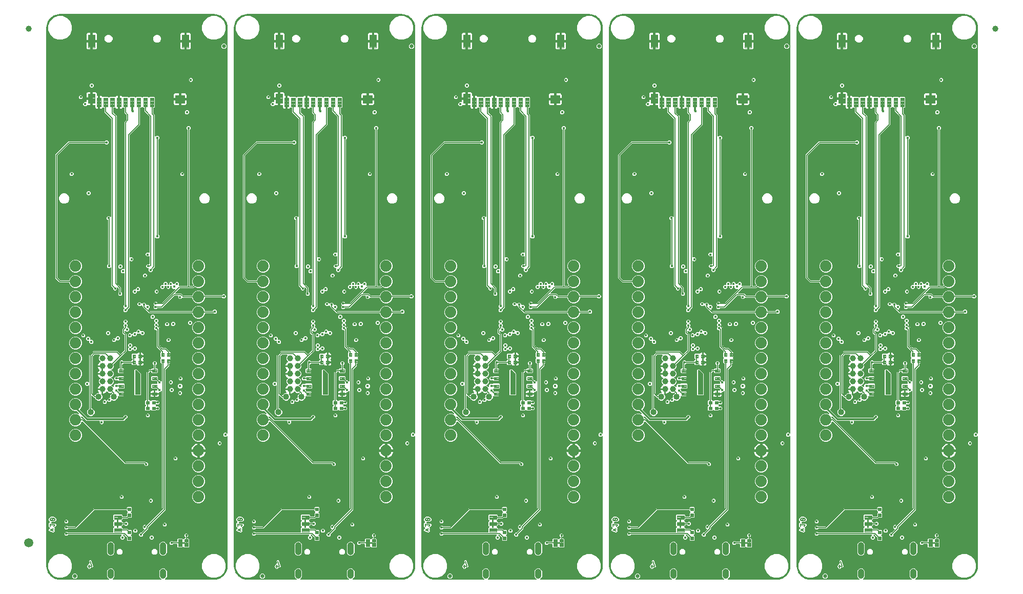
<source format=gbl>
G04 EAGLE Gerber RS-274X export*
G75*
%MOMM*%
%FSLAX34Y34*%
%LPD*%
%INBottom Copper*%
%IPPOS*%
%AMOC8*
5,1,8,0,0,1.08239X$1,22.5*%
G01*
%ADD10C,0.203200*%
%ADD11C,0.635000*%
%ADD12C,0.099059*%
%ADD13C,0.102000*%
%ADD14C,0.100000*%
%ADD15C,1.000000*%
%ADD16C,0.105000*%
%ADD17C,0.096000*%
%ADD18C,0.098000*%
%ADD19C,1.879600*%
%ADD20C,1.000000*%
%ADD21C,1.016000*%
%ADD22C,1.500000*%
%ADD23C,0.450000*%
%ADD24C,0.127000*%
%ADD25C,0.304800*%
%ADD26C,0.101600*%

G36*
X415261Y2553D02*
X415261Y2553D01*
X415347Y2555D01*
X415401Y2573D01*
X415457Y2581D01*
X415536Y2616D01*
X415618Y2642D01*
X415665Y2674D01*
X415716Y2697D01*
X415782Y2752D01*
X415854Y2800D01*
X415890Y2844D01*
X415933Y2880D01*
X415981Y2952D01*
X416037Y3018D01*
X416060Y3070D01*
X416091Y3117D01*
X416117Y3199D01*
X416152Y3278D01*
X416160Y3334D01*
X416177Y3388D01*
X416179Y3474D01*
X416191Y3560D01*
X416183Y3616D01*
X416184Y3672D01*
X416162Y3756D01*
X416150Y3841D01*
X416127Y3893D01*
X416112Y3947D01*
X416068Y4021D01*
X416033Y4100D01*
X415996Y4143D01*
X415967Y4192D01*
X415904Y4251D01*
X415848Y4316D01*
X415806Y4342D01*
X415760Y4386D01*
X415709Y4412D01*
X413979Y6142D01*
X413063Y8353D01*
X413063Y16747D01*
X413979Y18958D01*
X415672Y20651D01*
X417883Y21567D01*
X420277Y21567D01*
X422488Y20651D01*
X424181Y18958D01*
X425097Y16747D01*
X425097Y8353D01*
X424181Y6142D01*
X422463Y4424D01*
X422444Y4415D01*
X422400Y4379D01*
X422351Y4350D01*
X422292Y4287D01*
X422227Y4231D01*
X422195Y4184D01*
X422156Y4143D01*
X422117Y4066D01*
X422069Y3995D01*
X422052Y3941D01*
X422026Y3890D01*
X422009Y3806D01*
X421983Y3724D01*
X421982Y3667D01*
X421971Y3612D01*
X421978Y3526D01*
X421976Y3440D01*
X421990Y3385D01*
X421995Y3328D01*
X422026Y3248D01*
X422048Y3165D01*
X422077Y3116D01*
X422097Y3063D01*
X422149Y2994D01*
X422193Y2920D01*
X422234Y2881D01*
X422269Y2836D01*
X422337Y2785D01*
X422400Y2726D01*
X422451Y2700D01*
X422496Y2666D01*
X422577Y2635D01*
X422653Y2596D01*
X422702Y2588D01*
X422762Y2565D01*
X422907Y2554D01*
X422985Y2541D01*
X501575Y2541D01*
X501661Y2553D01*
X501747Y2555D01*
X501801Y2573D01*
X501857Y2581D01*
X501936Y2616D01*
X502018Y2642D01*
X502065Y2674D01*
X502116Y2697D01*
X502182Y2752D01*
X502254Y2800D01*
X502290Y2844D01*
X502333Y2880D01*
X502381Y2952D01*
X502437Y3018D01*
X502460Y3070D01*
X502491Y3117D01*
X502517Y3199D01*
X502552Y3278D01*
X502560Y3334D01*
X502577Y3388D01*
X502579Y3474D01*
X502591Y3560D01*
X502583Y3616D01*
X502584Y3672D01*
X502562Y3756D01*
X502550Y3841D01*
X502527Y3893D01*
X502512Y3947D01*
X502468Y4021D01*
X502433Y4100D01*
X502396Y4143D01*
X502367Y4192D01*
X502304Y4251D01*
X502248Y4316D01*
X502206Y4342D01*
X502160Y4386D01*
X502109Y4412D01*
X500379Y6142D01*
X499463Y8353D01*
X499463Y16747D01*
X500379Y18958D01*
X502072Y20651D01*
X504283Y21567D01*
X506677Y21567D01*
X508888Y20651D01*
X510581Y18958D01*
X511497Y16747D01*
X511497Y8353D01*
X510581Y6142D01*
X508863Y4424D01*
X508844Y4415D01*
X508800Y4379D01*
X508751Y4350D01*
X508692Y4287D01*
X508627Y4231D01*
X508595Y4184D01*
X508556Y4143D01*
X508517Y4066D01*
X508469Y3995D01*
X508452Y3941D01*
X508426Y3890D01*
X508409Y3806D01*
X508383Y3724D01*
X508382Y3667D01*
X508371Y3612D01*
X508378Y3526D01*
X508376Y3440D01*
X508390Y3385D01*
X508395Y3328D01*
X508426Y3248D01*
X508448Y3165D01*
X508477Y3116D01*
X508497Y3063D01*
X508549Y2994D01*
X508593Y2920D01*
X508634Y2881D01*
X508669Y2836D01*
X508737Y2785D01*
X508800Y2726D01*
X508851Y2700D01*
X508896Y2666D01*
X508977Y2635D01*
X509053Y2596D01*
X509102Y2588D01*
X509162Y2565D01*
X509307Y2554D01*
X509385Y2541D01*
X589280Y2541D01*
X589324Y2547D01*
X589360Y2544D01*
X592777Y2813D01*
X592935Y2848D01*
X593011Y2859D01*
X599511Y4971D01*
X599766Y5096D01*
X599780Y5109D01*
X599794Y5115D01*
X605323Y9133D01*
X605527Y9330D01*
X605536Y9346D01*
X605547Y9357D01*
X609565Y14886D01*
X609698Y15137D01*
X609702Y15156D01*
X609709Y15169D01*
X611821Y21669D01*
X611849Y21829D01*
X611867Y21903D01*
X612136Y25320D01*
X612133Y25365D01*
X612139Y25400D01*
X612139Y239328D01*
X612135Y239357D01*
X612138Y239387D01*
X612115Y239498D01*
X612099Y239610D01*
X612087Y239637D01*
X612082Y239665D01*
X612029Y239766D01*
X611983Y239869D01*
X611964Y239892D01*
X611951Y239918D01*
X611873Y240000D01*
X611800Y240086D01*
X611775Y240103D01*
X611755Y240124D01*
X611657Y240181D01*
X611563Y240244D01*
X611535Y240253D01*
X611510Y240268D01*
X611400Y240295D01*
X611292Y240330D01*
X611262Y240330D01*
X611234Y240338D01*
X611121Y240334D01*
X611008Y240337D01*
X610979Y240330D01*
X610950Y240329D01*
X610842Y240294D01*
X610733Y240265D01*
X610707Y240250D01*
X610679Y240241D01*
X610615Y240196D01*
X610488Y240120D01*
X610445Y240074D01*
X610406Y240046D01*
X609393Y239033D01*
X606687Y239033D01*
X604773Y240947D01*
X604773Y243653D01*
X606687Y245567D01*
X609393Y245567D01*
X610406Y244554D01*
X610430Y244536D01*
X610449Y244514D01*
X610543Y244451D01*
X610633Y244383D01*
X610661Y244372D01*
X610685Y244356D01*
X610793Y244322D01*
X610899Y244282D01*
X610928Y244279D01*
X610956Y244270D01*
X611070Y244267D01*
X611182Y244258D01*
X611211Y244264D01*
X611240Y244263D01*
X611350Y244292D01*
X611461Y244314D01*
X611487Y244327D01*
X611515Y244335D01*
X611613Y244393D01*
X611713Y244445D01*
X611735Y244465D01*
X611760Y244480D01*
X611837Y244563D01*
X611919Y244641D01*
X611934Y244666D01*
X611954Y244687D01*
X612006Y244788D01*
X612063Y244886D01*
X612070Y244914D01*
X612084Y244941D01*
X612097Y245018D01*
X612133Y245161D01*
X612131Y245224D01*
X612139Y245272D01*
X612139Y914400D01*
X612133Y914444D01*
X612136Y914480D01*
X611867Y917897D01*
X611832Y918055D01*
X611821Y918131D01*
X609709Y924631D01*
X609584Y924886D01*
X609571Y924900D01*
X609565Y924914D01*
X605547Y930443D01*
X605350Y930647D01*
X605334Y930656D01*
X605323Y930667D01*
X599794Y934685D01*
X599543Y934818D01*
X599524Y934822D01*
X599511Y934829D01*
X593011Y936941D01*
X592851Y936969D01*
X592777Y936987D01*
X589360Y937256D01*
X589315Y937253D01*
X589280Y937259D01*
X335280Y937259D01*
X335236Y937253D01*
X335200Y937256D01*
X331783Y936987D01*
X331625Y936952D01*
X331549Y936941D01*
X325049Y934829D01*
X324794Y934704D01*
X324780Y934691D01*
X324766Y934685D01*
X319237Y930667D01*
X319033Y930470D01*
X319024Y930454D01*
X319013Y930443D01*
X314995Y924914D01*
X314862Y924663D01*
X314858Y924644D01*
X314851Y924631D01*
X312739Y918131D01*
X312711Y917971D01*
X312693Y917897D01*
X312424Y914480D01*
X312427Y914435D01*
X312421Y914400D01*
X312421Y25400D01*
X312427Y25356D01*
X312424Y25320D01*
X312693Y21903D01*
X312728Y21745D01*
X312739Y21669D01*
X314851Y15169D01*
X314976Y14914D01*
X314989Y14900D01*
X314995Y14886D01*
X319013Y9357D01*
X319210Y9153D01*
X319226Y9144D01*
X319237Y9133D01*
X324766Y5115D01*
X325017Y4982D01*
X325036Y4978D01*
X325049Y4971D01*
X331549Y2859D01*
X331709Y2831D01*
X331783Y2813D01*
X335200Y2544D01*
X335245Y2547D01*
X335280Y2541D01*
X415175Y2541D01*
X415261Y2553D01*
G37*
G36*
X1344901Y2553D02*
X1344901Y2553D01*
X1344987Y2555D01*
X1345041Y2573D01*
X1345097Y2581D01*
X1345175Y2616D01*
X1345257Y2642D01*
X1345305Y2674D01*
X1345356Y2697D01*
X1345422Y2752D01*
X1345494Y2800D01*
X1345530Y2844D01*
X1345573Y2880D01*
X1345621Y2952D01*
X1345676Y3018D01*
X1345699Y3070D01*
X1345731Y3117D01*
X1345757Y3199D01*
X1345792Y3278D01*
X1345800Y3334D01*
X1345817Y3388D01*
X1345819Y3474D01*
X1345831Y3559D01*
X1345823Y3616D01*
X1345824Y3672D01*
X1345802Y3755D01*
X1345790Y3841D01*
X1345767Y3893D01*
X1345752Y3947D01*
X1345708Y4021D01*
X1345673Y4100D01*
X1345636Y4143D01*
X1345607Y4192D01*
X1345544Y4251D01*
X1345488Y4316D01*
X1345447Y4342D01*
X1345400Y4386D01*
X1345349Y4412D01*
X1343619Y6142D01*
X1342703Y8353D01*
X1342703Y16747D01*
X1343619Y18958D01*
X1345312Y20651D01*
X1347523Y21567D01*
X1349917Y21567D01*
X1352128Y20651D01*
X1353821Y18958D01*
X1354737Y16747D01*
X1354737Y8353D01*
X1353821Y6142D01*
X1352103Y4424D01*
X1352084Y4415D01*
X1352040Y4378D01*
X1351991Y4350D01*
X1351932Y4287D01*
X1351867Y4231D01*
X1351835Y4184D01*
X1351796Y4143D01*
X1351757Y4067D01*
X1351709Y3995D01*
X1351692Y3941D01*
X1351666Y3890D01*
X1351649Y3806D01*
X1351623Y3724D01*
X1351622Y3667D01*
X1351611Y3611D01*
X1351618Y3526D01*
X1351616Y3440D01*
X1351630Y3385D01*
X1351635Y3328D01*
X1351666Y3248D01*
X1351688Y3165D01*
X1351717Y3116D01*
X1351737Y3063D01*
X1351789Y2994D01*
X1351833Y2920D01*
X1351874Y2881D01*
X1351909Y2836D01*
X1351978Y2785D01*
X1352040Y2726D01*
X1352091Y2700D01*
X1352136Y2666D01*
X1352217Y2635D01*
X1352293Y2596D01*
X1352342Y2588D01*
X1352402Y2565D01*
X1352547Y2554D01*
X1352625Y2541D01*
X1431215Y2541D01*
X1431301Y2553D01*
X1431387Y2555D01*
X1431441Y2573D01*
X1431497Y2581D01*
X1431575Y2616D01*
X1431657Y2642D01*
X1431705Y2674D01*
X1431756Y2697D01*
X1431822Y2752D01*
X1431894Y2800D01*
X1431930Y2844D01*
X1431973Y2880D01*
X1432021Y2952D01*
X1432076Y3018D01*
X1432099Y3070D01*
X1432131Y3117D01*
X1432157Y3199D01*
X1432192Y3278D01*
X1432200Y3334D01*
X1432217Y3388D01*
X1432219Y3474D01*
X1432231Y3559D01*
X1432223Y3616D01*
X1432224Y3672D01*
X1432202Y3755D01*
X1432190Y3841D01*
X1432167Y3893D01*
X1432152Y3947D01*
X1432108Y4021D01*
X1432073Y4100D01*
X1432036Y4143D01*
X1432007Y4192D01*
X1431944Y4251D01*
X1431888Y4316D01*
X1431847Y4342D01*
X1431800Y4386D01*
X1431749Y4412D01*
X1430019Y6142D01*
X1429103Y8353D01*
X1429103Y16747D01*
X1430019Y18958D01*
X1431712Y20651D01*
X1433923Y21567D01*
X1436317Y21567D01*
X1438528Y20651D01*
X1440221Y18958D01*
X1441137Y16747D01*
X1441137Y8353D01*
X1440221Y6142D01*
X1438503Y4424D01*
X1438484Y4415D01*
X1438440Y4378D01*
X1438391Y4350D01*
X1438332Y4287D01*
X1438267Y4231D01*
X1438235Y4184D01*
X1438196Y4143D01*
X1438157Y4067D01*
X1438109Y3995D01*
X1438092Y3941D01*
X1438066Y3890D01*
X1438049Y3806D01*
X1438023Y3724D01*
X1438022Y3667D01*
X1438011Y3611D01*
X1438018Y3526D01*
X1438016Y3440D01*
X1438030Y3385D01*
X1438035Y3328D01*
X1438066Y3248D01*
X1438088Y3165D01*
X1438117Y3116D01*
X1438137Y3063D01*
X1438189Y2994D01*
X1438233Y2920D01*
X1438274Y2881D01*
X1438309Y2836D01*
X1438378Y2785D01*
X1438440Y2726D01*
X1438491Y2700D01*
X1438536Y2666D01*
X1438617Y2635D01*
X1438693Y2596D01*
X1438742Y2588D01*
X1438802Y2565D01*
X1438947Y2554D01*
X1439025Y2541D01*
X1518920Y2541D01*
X1518964Y2547D01*
X1519000Y2544D01*
X1522417Y2813D01*
X1522575Y2848D01*
X1522651Y2859D01*
X1529151Y4971D01*
X1529406Y5096D01*
X1529420Y5109D01*
X1529434Y5115D01*
X1534963Y9133D01*
X1535167Y9330D01*
X1535176Y9346D01*
X1535187Y9357D01*
X1539205Y14886D01*
X1539338Y15137D01*
X1539342Y15156D01*
X1539349Y15169D01*
X1541461Y21669D01*
X1541489Y21829D01*
X1541507Y21903D01*
X1541776Y25320D01*
X1541773Y25365D01*
X1541779Y25400D01*
X1541779Y239328D01*
X1541775Y239357D01*
X1541778Y239387D01*
X1541755Y239498D01*
X1541739Y239610D01*
X1541727Y239637D01*
X1541722Y239665D01*
X1541669Y239766D01*
X1541623Y239869D01*
X1541604Y239892D01*
X1541591Y239918D01*
X1541513Y240000D01*
X1541440Y240086D01*
X1541415Y240103D01*
X1541395Y240124D01*
X1541297Y240181D01*
X1541203Y240244D01*
X1541175Y240253D01*
X1541150Y240268D01*
X1541040Y240295D01*
X1540932Y240330D01*
X1540902Y240330D01*
X1540874Y240338D01*
X1540761Y240334D01*
X1540648Y240337D01*
X1540619Y240330D01*
X1540590Y240329D01*
X1540482Y240294D01*
X1540373Y240265D01*
X1540347Y240250D01*
X1540319Y240241D01*
X1540255Y240196D01*
X1540128Y240120D01*
X1540085Y240074D01*
X1540046Y240046D01*
X1539033Y239033D01*
X1536327Y239033D01*
X1534413Y240947D01*
X1534413Y243653D01*
X1536327Y245567D01*
X1539033Y245567D01*
X1540046Y244554D01*
X1540070Y244536D01*
X1540089Y244514D01*
X1540183Y244451D01*
X1540273Y244383D01*
X1540301Y244372D01*
X1540325Y244356D01*
X1540433Y244322D01*
X1540539Y244282D01*
X1540568Y244279D01*
X1540596Y244270D01*
X1540710Y244267D01*
X1540822Y244258D01*
X1540851Y244264D01*
X1540880Y244263D01*
X1540990Y244292D01*
X1541101Y244314D01*
X1541127Y244327D01*
X1541155Y244335D01*
X1541253Y244393D01*
X1541353Y244445D01*
X1541375Y244465D01*
X1541400Y244480D01*
X1541477Y244563D01*
X1541559Y244641D01*
X1541574Y244666D01*
X1541594Y244687D01*
X1541646Y244788D01*
X1541703Y244886D01*
X1541710Y244914D01*
X1541724Y244941D01*
X1541737Y245018D01*
X1541773Y245161D01*
X1541771Y245224D01*
X1541779Y245272D01*
X1541779Y914400D01*
X1541773Y914444D01*
X1541776Y914480D01*
X1541507Y917897D01*
X1541472Y918055D01*
X1541461Y918131D01*
X1539349Y924631D01*
X1539224Y924886D01*
X1539211Y924900D01*
X1539205Y924914D01*
X1535187Y930443D01*
X1534990Y930647D01*
X1534974Y930656D01*
X1534963Y930667D01*
X1529434Y934685D01*
X1529183Y934818D01*
X1529164Y934822D01*
X1529151Y934829D01*
X1522651Y936941D01*
X1522491Y936969D01*
X1522417Y936987D01*
X1519000Y937256D01*
X1518955Y937253D01*
X1518920Y937259D01*
X1264920Y937259D01*
X1264876Y937253D01*
X1264840Y937256D01*
X1261423Y936987D01*
X1261265Y936952D01*
X1261189Y936941D01*
X1254689Y934829D01*
X1254434Y934704D01*
X1254420Y934691D01*
X1254406Y934685D01*
X1248877Y930667D01*
X1248673Y930470D01*
X1248664Y930454D01*
X1248653Y930443D01*
X1244635Y924914D01*
X1244502Y924663D01*
X1244498Y924644D01*
X1244491Y924631D01*
X1242379Y918131D01*
X1242351Y917971D01*
X1242333Y917897D01*
X1242064Y914480D01*
X1242067Y914435D01*
X1242061Y914400D01*
X1242061Y25400D01*
X1242067Y25356D01*
X1242064Y25320D01*
X1242333Y21903D01*
X1242368Y21745D01*
X1242379Y21669D01*
X1244491Y15169D01*
X1244616Y14914D01*
X1244629Y14900D01*
X1244635Y14886D01*
X1248653Y9357D01*
X1248850Y9153D01*
X1248866Y9144D01*
X1248877Y9133D01*
X1254406Y5115D01*
X1254657Y4982D01*
X1254676Y4978D01*
X1254689Y4971D01*
X1261189Y2859D01*
X1261349Y2831D01*
X1261423Y2813D01*
X1264840Y2544D01*
X1264885Y2547D01*
X1264920Y2541D01*
X1344815Y2541D01*
X1344901Y2553D01*
G37*
G36*
X105381Y2553D02*
X105381Y2553D01*
X105467Y2555D01*
X105521Y2573D01*
X105577Y2581D01*
X105655Y2616D01*
X105737Y2642D01*
X105785Y2674D01*
X105836Y2697D01*
X105902Y2752D01*
X105974Y2800D01*
X106010Y2844D01*
X106053Y2880D01*
X106101Y2952D01*
X106156Y3018D01*
X106179Y3070D01*
X106211Y3117D01*
X106237Y3199D01*
X106272Y3278D01*
X106280Y3334D01*
X106297Y3388D01*
X106299Y3474D01*
X106311Y3559D01*
X106303Y3616D01*
X106304Y3672D01*
X106282Y3755D01*
X106270Y3841D01*
X106247Y3893D01*
X106232Y3947D01*
X106188Y4021D01*
X106153Y4100D01*
X106116Y4143D01*
X106087Y4192D01*
X106024Y4251D01*
X105968Y4316D01*
X105927Y4342D01*
X105880Y4386D01*
X105829Y4412D01*
X104099Y6142D01*
X103183Y8353D01*
X103183Y16747D01*
X104099Y18958D01*
X105792Y20651D01*
X108003Y21567D01*
X110397Y21567D01*
X112608Y20651D01*
X114301Y18958D01*
X115217Y16747D01*
X115217Y8353D01*
X114301Y6142D01*
X112583Y4424D01*
X112564Y4415D01*
X112520Y4378D01*
X112471Y4350D01*
X112412Y4287D01*
X112347Y4231D01*
X112315Y4184D01*
X112276Y4143D01*
X112237Y4067D01*
X112189Y3995D01*
X112172Y3941D01*
X112146Y3890D01*
X112129Y3806D01*
X112103Y3724D01*
X112102Y3667D01*
X112091Y3611D01*
X112098Y3526D01*
X112096Y3440D01*
X112110Y3385D01*
X112115Y3328D01*
X112146Y3248D01*
X112168Y3165D01*
X112197Y3116D01*
X112217Y3063D01*
X112269Y2994D01*
X112313Y2920D01*
X112354Y2881D01*
X112389Y2836D01*
X112458Y2785D01*
X112520Y2726D01*
X112571Y2700D01*
X112616Y2666D01*
X112697Y2635D01*
X112773Y2596D01*
X112822Y2588D01*
X112882Y2565D01*
X113027Y2554D01*
X113105Y2541D01*
X191695Y2541D01*
X191781Y2553D01*
X191867Y2555D01*
X191921Y2573D01*
X191977Y2581D01*
X192055Y2616D01*
X192137Y2642D01*
X192185Y2674D01*
X192236Y2697D01*
X192302Y2752D01*
X192374Y2800D01*
X192410Y2844D01*
X192453Y2880D01*
X192501Y2952D01*
X192556Y3018D01*
X192579Y3070D01*
X192611Y3117D01*
X192637Y3199D01*
X192672Y3278D01*
X192680Y3334D01*
X192697Y3388D01*
X192699Y3474D01*
X192711Y3559D01*
X192703Y3616D01*
X192704Y3672D01*
X192682Y3755D01*
X192670Y3841D01*
X192647Y3893D01*
X192632Y3947D01*
X192588Y4021D01*
X192553Y4100D01*
X192516Y4143D01*
X192487Y4192D01*
X192424Y4251D01*
X192368Y4316D01*
X192327Y4342D01*
X192280Y4386D01*
X192229Y4412D01*
X190499Y6142D01*
X189583Y8353D01*
X189583Y16747D01*
X190499Y18958D01*
X192192Y20651D01*
X194403Y21567D01*
X196797Y21567D01*
X199008Y20651D01*
X200701Y18958D01*
X201617Y16747D01*
X201617Y8353D01*
X200701Y6142D01*
X198983Y4424D01*
X198964Y4415D01*
X198920Y4378D01*
X198871Y4350D01*
X198812Y4287D01*
X198747Y4231D01*
X198715Y4184D01*
X198676Y4143D01*
X198637Y4067D01*
X198589Y3995D01*
X198572Y3941D01*
X198546Y3890D01*
X198529Y3806D01*
X198503Y3724D01*
X198502Y3667D01*
X198491Y3611D01*
X198498Y3526D01*
X198496Y3440D01*
X198510Y3385D01*
X198515Y3328D01*
X198546Y3248D01*
X198568Y3165D01*
X198597Y3116D01*
X198617Y3063D01*
X198669Y2994D01*
X198713Y2920D01*
X198754Y2881D01*
X198789Y2836D01*
X198858Y2785D01*
X198920Y2726D01*
X198971Y2700D01*
X199016Y2666D01*
X199097Y2635D01*
X199173Y2596D01*
X199222Y2588D01*
X199282Y2565D01*
X199427Y2554D01*
X199505Y2541D01*
X279400Y2541D01*
X279444Y2547D01*
X279480Y2544D01*
X282897Y2813D01*
X283055Y2848D01*
X283131Y2859D01*
X289631Y4971D01*
X289886Y5096D01*
X289900Y5109D01*
X289914Y5115D01*
X295443Y9133D01*
X295647Y9330D01*
X295656Y9346D01*
X295667Y9357D01*
X299685Y14886D01*
X299818Y15137D01*
X299822Y15156D01*
X299829Y15169D01*
X301941Y21669D01*
X301969Y21829D01*
X301987Y21903D01*
X302256Y25320D01*
X302253Y25365D01*
X302259Y25400D01*
X302259Y239328D01*
X302255Y239357D01*
X302258Y239387D01*
X302235Y239498D01*
X302219Y239610D01*
X302207Y239637D01*
X302202Y239665D01*
X302149Y239766D01*
X302103Y239869D01*
X302084Y239892D01*
X302071Y239918D01*
X301993Y240000D01*
X301920Y240086D01*
X301895Y240103D01*
X301875Y240124D01*
X301777Y240181D01*
X301683Y240244D01*
X301655Y240253D01*
X301630Y240268D01*
X301520Y240295D01*
X301412Y240330D01*
X301382Y240330D01*
X301354Y240338D01*
X301241Y240334D01*
X301128Y240337D01*
X301099Y240330D01*
X301070Y240329D01*
X300962Y240294D01*
X300853Y240265D01*
X300827Y240250D01*
X300799Y240241D01*
X300735Y240196D01*
X300608Y240120D01*
X300565Y240074D01*
X300526Y240046D01*
X299513Y239033D01*
X296807Y239033D01*
X294893Y240947D01*
X294893Y243653D01*
X296807Y245567D01*
X299513Y245567D01*
X300526Y244554D01*
X300550Y244536D01*
X300569Y244514D01*
X300663Y244451D01*
X300753Y244383D01*
X300781Y244372D01*
X300805Y244356D01*
X300913Y244322D01*
X301019Y244282D01*
X301048Y244279D01*
X301076Y244270D01*
X301190Y244267D01*
X301302Y244258D01*
X301331Y244264D01*
X301360Y244263D01*
X301470Y244292D01*
X301581Y244314D01*
X301607Y244327D01*
X301635Y244335D01*
X301733Y244393D01*
X301833Y244445D01*
X301855Y244465D01*
X301880Y244480D01*
X301957Y244563D01*
X302039Y244641D01*
X302054Y244666D01*
X302074Y244687D01*
X302126Y244788D01*
X302183Y244886D01*
X302190Y244914D01*
X302204Y244941D01*
X302217Y245018D01*
X302253Y245161D01*
X302251Y245224D01*
X302259Y245272D01*
X302259Y914400D01*
X302253Y914444D01*
X302256Y914480D01*
X301987Y917897D01*
X301952Y918055D01*
X301941Y918131D01*
X299829Y924631D01*
X299704Y924886D01*
X299691Y924900D01*
X299685Y924914D01*
X295667Y930443D01*
X295470Y930647D01*
X295454Y930656D01*
X295443Y930667D01*
X289914Y934685D01*
X289663Y934818D01*
X289644Y934822D01*
X289631Y934829D01*
X283131Y936941D01*
X282971Y936969D01*
X282897Y936987D01*
X279480Y937256D01*
X279435Y937253D01*
X279400Y937259D01*
X25400Y937259D01*
X25356Y937253D01*
X25320Y937256D01*
X21903Y936987D01*
X21745Y936952D01*
X21669Y936941D01*
X15169Y934829D01*
X14914Y934704D01*
X14900Y934691D01*
X14886Y934685D01*
X9357Y930667D01*
X9153Y930470D01*
X9144Y930454D01*
X9133Y930443D01*
X5115Y924914D01*
X4982Y924663D01*
X4978Y924644D01*
X4971Y924631D01*
X2859Y918131D01*
X2831Y917971D01*
X2813Y917897D01*
X2544Y914480D01*
X2547Y914435D01*
X2541Y914400D01*
X2541Y25400D01*
X2547Y25356D01*
X2544Y25320D01*
X2813Y21903D01*
X2848Y21745D01*
X2859Y21669D01*
X4971Y15169D01*
X5096Y14914D01*
X5109Y14900D01*
X5115Y14886D01*
X9133Y9357D01*
X9330Y9153D01*
X9346Y9144D01*
X9357Y9133D01*
X14886Y5115D01*
X15137Y4982D01*
X15156Y4978D01*
X15169Y4971D01*
X21669Y2859D01*
X21829Y2831D01*
X21903Y2813D01*
X25320Y2544D01*
X25365Y2547D01*
X25400Y2541D01*
X105295Y2541D01*
X105381Y2553D01*
G37*
G36*
X725141Y2553D02*
X725141Y2553D01*
X725227Y2555D01*
X725281Y2573D01*
X725337Y2581D01*
X725415Y2616D01*
X725497Y2642D01*
X725545Y2674D01*
X725596Y2697D01*
X725662Y2752D01*
X725734Y2800D01*
X725770Y2844D01*
X725813Y2880D01*
X725861Y2952D01*
X725916Y3018D01*
X725939Y3070D01*
X725971Y3117D01*
X725997Y3199D01*
X726032Y3278D01*
X726040Y3334D01*
X726057Y3388D01*
X726059Y3474D01*
X726071Y3559D01*
X726063Y3616D01*
X726064Y3672D01*
X726042Y3755D01*
X726030Y3841D01*
X726007Y3893D01*
X725992Y3947D01*
X725948Y4021D01*
X725913Y4100D01*
X725876Y4143D01*
X725847Y4192D01*
X725784Y4251D01*
X725728Y4316D01*
X725687Y4342D01*
X725640Y4386D01*
X725589Y4412D01*
X723859Y6142D01*
X722943Y8353D01*
X722943Y16747D01*
X723859Y18958D01*
X725552Y20651D01*
X727763Y21567D01*
X730157Y21567D01*
X732368Y20651D01*
X734061Y18958D01*
X734977Y16747D01*
X734977Y8353D01*
X734061Y6142D01*
X732343Y4424D01*
X732324Y4415D01*
X732280Y4378D01*
X732231Y4350D01*
X732172Y4287D01*
X732107Y4231D01*
X732075Y4184D01*
X732036Y4143D01*
X731997Y4067D01*
X731949Y3995D01*
X731932Y3941D01*
X731906Y3890D01*
X731889Y3806D01*
X731863Y3724D01*
X731862Y3667D01*
X731851Y3611D01*
X731858Y3526D01*
X731856Y3440D01*
X731870Y3385D01*
X731875Y3328D01*
X731906Y3248D01*
X731928Y3165D01*
X731957Y3116D01*
X731977Y3063D01*
X732029Y2994D01*
X732073Y2920D01*
X732114Y2881D01*
X732149Y2836D01*
X732218Y2785D01*
X732280Y2726D01*
X732331Y2700D01*
X732376Y2666D01*
X732457Y2635D01*
X732533Y2596D01*
X732582Y2588D01*
X732642Y2565D01*
X732787Y2554D01*
X732865Y2541D01*
X811455Y2541D01*
X811541Y2553D01*
X811627Y2555D01*
X811681Y2573D01*
X811737Y2581D01*
X811815Y2616D01*
X811897Y2642D01*
X811945Y2674D01*
X811996Y2697D01*
X812062Y2752D01*
X812134Y2800D01*
X812170Y2844D01*
X812213Y2880D01*
X812261Y2952D01*
X812316Y3018D01*
X812339Y3070D01*
X812371Y3117D01*
X812397Y3199D01*
X812432Y3278D01*
X812440Y3334D01*
X812457Y3388D01*
X812459Y3474D01*
X812471Y3559D01*
X812463Y3616D01*
X812464Y3672D01*
X812442Y3755D01*
X812430Y3841D01*
X812407Y3893D01*
X812392Y3947D01*
X812348Y4021D01*
X812313Y4100D01*
X812276Y4143D01*
X812247Y4192D01*
X812184Y4251D01*
X812128Y4316D01*
X812087Y4342D01*
X812040Y4386D01*
X811989Y4412D01*
X810259Y6142D01*
X809343Y8353D01*
X809343Y16747D01*
X810259Y18958D01*
X811952Y20651D01*
X814163Y21567D01*
X816557Y21567D01*
X818768Y20651D01*
X820461Y18958D01*
X821377Y16747D01*
X821377Y8353D01*
X820461Y6142D01*
X818743Y4424D01*
X818724Y4415D01*
X818680Y4378D01*
X818631Y4350D01*
X818572Y4287D01*
X818507Y4231D01*
X818475Y4184D01*
X818436Y4143D01*
X818397Y4067D01*
X818349Y3995D01*
X818332Y3941D01*
X818306Y3890D01*
X818289Y3806D01*
X818263Y3724D01*
X818262Y3667D01*
X818251Y3611D01*
X818258Y3526D01*
X818256Y3440D01*
X818270Y3385D01*
X818275Y3328D01*
X818306Y3248D01*
X818328Y3165D01*
X818357Y3116D01*
X818377Y3063D01*
X818429Y2994D01*
X818473Y2920D01*
X818514Y2881D01*
X818549Y2836D01*
X818618Y2785D01*
X818680Y2726D01*
X818731Y2700D01*
X818776Y2666D01*
X818857Y2635D01*
X818933Y2596D01*
X818982Y2588D01*
X819042Y2565D01*
X819187Y2554D01*
X819265Y2541D01*
X899160Y2541D01*
X899204Y2547D01*
X899240Y2544D01*
X902657Y2813D01*
X902815Y2848D01*
X902891Y2859D01*
X909391Y4971D01*
X909646Y5096D01*
X909660Y5109D01*
X909674Y5115D01*
X915203Y9133D01*
X915407Y9330D01*
X915416Y9346D01*
X915427Y9357D01*
X919445Y14886D01*
X919578Y15137D01*
X919582Y15156D01*
X919589Y15169D01*
X921701Y21669D01*
X921729Y21829D01*
X921747Y21903D01*
X922016Y25320D01*
X922013Y25365D01*
X922019Y25400D01*
X922019Y239328D01*
X922015Y239357D01*
X922018Y239387D01*
X921995Y239498D01*
X921979Y239610D01*
X921967Y239637D01*
X921962Y239665D01*
X921909Y239766D01*
X921863Y239869D01*
X921844Y239892D01*
X921831Y239918D01*
X921753Y240000D01*
X921680Y240086D01*
X921655Y240103D01*
X921635Y240124D01*
X921537Y240181D01*
X921443Y240244D01*
X921415Y240253D01*
X921390Y240268D01*
X921280Y240295D01*
X921172Y240330D01*
X921142Y240330D01*
X921114Y240338D01*
X921001Y240334D01*
X920888Y240337D01*
X920859Y240330D01*
X920830Y240329D01*
X920722Y240294D01*
X920613Y240265D01*
X920587Y240250D01*
X920559Y240241D01*
X920495Y240196D01*
X920368Y240120D01*
X920325Y240074D01*
X920286Y240046D01*
X919273Y239033D01*
X916567Y239033D01*
X914653Y240947D01*
X914653Y243653D01*
X916567Y245567D01*
X919273Y245567D01*
X920286Y244554D01*
X920310Y244536D01*
X920329Y244514D01*
X920423Y244451D01*
X920513Y244383D01*
X920541Y244372D01*
X920565Y244356D01*
X920673Y244322D01*
X920779Y244282D01*
X920808Y244279D01*
X920836Y244270D01*
X920950Y244267D01*
X921062Y244258D01*
X921091Y244264D01*
X921120Y244263D01*
X921230Y244292D01*
X921341Y244314D01*
X921367Y244327D01*
X921395Y244335D01*
X921493Y244393D01*
X921593Y244445D01*
X921615Y244465D01*
X921640Y244480D01*
X921717Y244563D01*
X921799Y244641D01*
X921814Y244666D01*
X921834Y244687D01*
X921886Y244788D01*
X921943Y244886D01*
X921950Y244914D01*
X921964Y244941D01*
X921977Y245018D01*
X922013Y245161D01*
X922011Y245224D01*
X922019Y245272D01*
X922019Y914400D01*
X922013Y914444D01*
X922016Y914480D01*
X921747Y917897D01*
X921712Y918055D01*
X921701Y918131D01*
X919589Y924631D01*
X919464Y924886D01*
X919451Y924900D01*
X919445Y924914D01*
X915427Y930443D01*
X915230Y930647D01*
X915214Y930656D01*
X915203Y930667D01*
X909674Y934685D01*
X909423Y934818D01*
X909404Y934822D01*
X909391Y934829D01*
X902891Y936941D01*
X902731Y936969D01*
X902657Y936987D01*
X899240Y937256D01*
X899195Y937253D01*
X899160Y937259D01*
X645160Y937259D01*
X645116Y937253D01*
X645080Y937256D01*
X641663Y936987D01*
X641505Y936952D01*
X641429Y936941D01*
X634929Y934829D01*
X634674Y934704D01*
X634660Y934691D01*
X634646Y934685D01*
X629117Y930667D01*
X628913Y930470D01*
X628904Y930454D01*
X628893Y930443D01*
X624875Y924914D01*
X624742Y924663D01*
X624738Y924644D01*
X624731Y924631D01*
X622619Y918131D01*
X622591Y917971D01*
X622573Y917897D01*
X622304Y914480D01*
X622307Y914435D01*
X622301Y914400D01*
X622301Y25400D01*
X622307Y25356D01*
X622304Y25320D01*
X622573Y21903D01*
X622608Y21745D01*
X622619Y21669D01*
X624731Y15169D01*
X624856Y14914D01*
X624869Y14900D01*
X624875Y14886D01*
X628893Y9357D01*
X629090Y9153D01*
X629106Y9144D01*
X629117Y9133D01*
X634646Y5115D01*
X634897Y4982D01*
X634916Y4978D01*
X634929Y4971D01*
X641429Y2859D01*
X641589Y2831D01*
X641663Y2813D01*
X645080Y2544D01*
X645125Y2547D01*
X645160Y2541D01*
X725055Y2541D01*
X725141Y2553D01*
G37*
G36*
X1035021Y2553D02*
X1035021Y2553D01*
X1035107Y2555D01*
X1035161Y2573D01*
X1035217Y2581D01*
X1035295Y2616D01*
X1035377Y2642D01*
X1035425Y2674D01*
X1035476Y2697D01*
X1035542Y2752D01*
X1035614Y2800D01*
X1035650Y2844D01*
X1035693Y2880D01*
X1035741Y2952D01*
X1035796Y3018D01*
X1035819Y3070D01*
X1035851Y3117D01*
X1035877Y3199D01*
X1035912Y3278D01*
X1035920Y3334D01*
X1035937Y3388D01*
X1035939Y3474D01*
X1035951Y3559D01*
X1035943Y3616D01*
X1035944Y3672D01*
X1035922Y3755D01*
X1035910Y3841D01*
X1035887Y3893D01*
X1035872Y3947D01*
X1035828Y4021D01*
X1035793Y4100D01*
X1035756Y4143D01*
X1035727Y4192D01*
X1035664Y4251D01*
X1035608Y4316D01*
X1035567Y4342D01*
X1035520Y4386D01*
X1035469Y4412D01*
X1033739Y6142D01*
X1032823Y8353D01*
X1032823Y16747D01*
X1033739Y18958D01*
X1035432Y20651D01*
X1037643Y21567D01*
X1040037Y21567D01*
X1042248Y20651D01*
X1043941Y18958D01*
X1044857Y16747D01*
X1044857Y8353D01*
X1043941Y6142D01*
X1042223Y4424D01*
X1042204Y4415D01*
X1042160Y4378D01*
X1042111Y4350D01*
X1042052Y4287D01*
X1041987Y4231D01*
X1041955Y4184D01*
X1041916Y4143D01*
X1041877Y4067D01*
X1041829Y3995D01*
X1041812Y3941D01*
X1041786Y3890D01*
X1041769Y3806D01*
X1041743Y3724D01*
X1041742Y3667D01*
X1041731Y3611D01*
X1041738Y3526D01*
X1041736Y3440D01*
X1041750Y3385D01*
X1041755Y3328D01*
X1041786Y3248D01*
X1041808Y3165D01*
X1041837Y3116D01*
X1041857Y3063D01*
X1041909Y2994D01*
X1041953Y2920D01*
X1041994Y2881D01*
X1042029Y2836D01*
X1042098Y2785D01*
X1042160Y2726D01*
X1042211Y2700D01*
X1042256Y2666D01*
X1042337Y2635D01*
X1042413Y2596D01*
X1042462Y2588D01*
X1042522Y2565D01*
X1042667Y2554D01*
X1042745Y2541D01*
X1121335Y2541D01*
X1121421Y2553D01*
X1121507Y2555D01*
X1121561Y2573D01*
X1121617Y2581D01*
X1121695Y2616D01*
X1121777Y2642D01*
X1121825Y2674D01*
X1121876Y2697D01*
X1121942Y2752D01*
X1122014Y2800D01*
X1122050Y2844D01*
X1122093Y2880D01*
X1122141Y2952D01*
X1122196Y3018D01*
X1122219Y3070D01*
X1122251Y3117D01*
X1122277Y3199D01*
X1122312Y3278D01*
X1122320Y3334D01*
X1122337Y3388D01*
X1122339Y3474D01*
X1122351Y3559D01*
X1122343Y3616D01*
X1122344Y3672D01*
X1122322Y3755D01*
X1122310Y3841D01*
X1122287Y3893D01*
X1122272Y3947D01*
X1122228Y4021D01*
X1122193Y4100D01*
X1122156Y4143D01*
X1122127Y4192D01*
X1122064Y4251D01*
X1122008Y4316D01*
X1121967Y4342D01*
X1121920Y4386D01*
X1121869Y4412D01*
X1120139Y6142D01*
X1119223Y8353D01*
X1119223Y16747D01*
X1120139Y18958D01*
X1121832Y20651D01*
X1124043Y21567D01*
X1126437Y21567D01*
X1128648Y20651D01*
X1130341Y18958D01*
X1131257Y16747D01*
X1131257Y8353D01*
X1130341Y6142D01*
X1128623Y4424D01*
X1128604Y4415D01*
X1128560Y4378D01*
X1128511Y4350D01*
X1128452Y4287D01*
X1128387Y4231D01*
X1128355Y4184D01*
X1128316Y4143D01*
X1128277Y4067D01*
X1128229Y3995D01*
X1128212Y3941D01*
X1128186Y3890D01*
X1128169Y3806D01*
X1128143Y3724D01*
X1128142Y3667D01*
X1128131Y3611D01*
X1128138Y3526D01*
X1128136Y3440D01*
X1128150Y3385D01*
X1128155Y3328D01*
X1128186Y3248D01*
X1128208Y3165D01*
X1128237Y3116D01*
X1128257Y3063D01*
X1128309Y2994D01*
X1128353Y2920D01*
X1128394Y2881D01*
X1128429Y2836D01*
X1128498Y2785D01*
X1128560Y2726D01*
X1128611Y2700D01*
X1128656Y2666D01*
X1128737Y2635D01*
X1128813Y2596D01*
X1128862Y2588D01*
X1128922Y2565D01*
X1129067Y2554D01*
X1129145Y2541D01*
X1209040Y2541D01*
X1209084Y2547D01*
X1209120Y2544D01*
X1212537Y2813D01*
X1212695Y2848D01*
X1212771Y2859D01*
X1219271Y4971D01*
X1219526Y5096D01*
X1219540Y5109D01*
X1219554Y5115D01*
X1225083Y9133D01*
X1225287Y9330D01*
X1225296Y9346D01*
X1225307Y9357D01*
X1229325Y14886D01*
X1229458Y15137D01*
X1229462Y15156D01*
X1229469Y15169D01*
X1231581Y21669D01*
X1231609Y21829D01*
X1231627Y21903D01*
X1231896Y25320D01*
X1231893Y25365D01*
X1231899Y25400D01*
X1231899Y239328D01*
X1231895Y239357D01*
X1231898Y239387D01*
X1231875Y239498D01*
X1231859Y239610D01*
X1231847Y239637D01*
X1231842Y239665D01*
X1231789Y239766D01*
X1231743Y239869D01*
X1231724Y239892D01*
X1231711Y239918D01*
X1231633Y240000D01*
X1231560Y240086D01*
X1231535Y240103D01*
X1231515Y240124D01*
X1231417Y240181D01*
X1231323Y240244D01*
X1231295Y240253D01*
X1231270Y240268D01*
X1231160Y240295D01*
X1231052Y240330D01*
X1231022Y240330D01*
X1230994Y240338D01*
X1230881Y240334D01*
X1230768Y240337D01*
X1230739Y240330D01*
X1230710Y240329D01*
X1230602Y240294D01*
X1230493Y240265D01*
X1230467Y240250D01*
X1230439Y240241D01*
X1230375Y240196D01*
X1230248Y240120D01*
X1230205Y240074D01*
X1230166Y240046D01*
X1229153Y239033D01*
X1226447Y239033D01*
X1224533Y240947D01*
X1224533Y243653D01*
X1226447Y245567D01*
X1229153Y245567D01*
X1230166Y244554D01*
X1230190Y244536D01*
X1230209Y244514D01*
X1230303Y244451D01*
X1230393Y244383D01*
X1230421Y244372D01*
X1230445Y244356D01*
X1230553Y244322D01*
X1230659Y244282D01*
X1230688Y244279D01*
X1230716Y244270D01*
X1230830Y244267D01*
X1230942Y244258D01*
X1230971Y244264D01*
X1231000Y244263D01*
X1231110Y244292D01*
X1231221Y244314D01*
X1231247Y244327D01*
X1231275Y244335D01*
X1231373Y244393D01*
X1231473Y244445D01*
X1231495Y244465D01*
X1231520Y244480D01*
X1231597Y244563D01*
X1231679Y244641D01*
X1231694Y244666D01*
X1231714Y244687D01*
X1231766Y244788D01*
X1231823Y244886D01*
X1231830Y244914D01*
X1231844Y244941D01*
X1231857Y245018D01*
X1231893Y245161D01*
X1231891Y245224D01*
X1231899Y245272D01*
X1231899Y914400D01*
X1231893Y914444D01*
X1231896Y914480D01*
X1231627Y917897D01*
X1231592Y918055D01*
X1231581Y918131D01*
X1229469Y924631D01*
X1229344Y924886D01*
X1229331Y924900D01*
X1229325Y924914D01*
X1225307Y930443D01*
X1225110Y930647D01*
X1225094Y930656D01*
X1225083Y930667D01*
X1219554Y934685D01*
X1219303Y934818D01*
X1219284Y934822D01*
X1219271Y934829D01*
X1212771Y936941D01*
X1212611Y936969D01*
X1212537Y936987D01*
X1209120Y937256D01*
X1209075Y937253D01*
X1209040Y937259D01*
X955040Y937259D01*
X954996Y937253D01*
X954960Y937256D01*
X951543Y936987D01*
X951385Y936952D01*
X951309Y936941D01*
X944809Y934829D01*
X944554Y934704D01*
X944540Y934691D01*
X944526Y934685D01*
X938997Y930667D01*
X938793Y930470D01*
X938784Y930454D01*
X938773Y930443D01*
X934755Y924914D01*
X934622Y924663D01*
X934618Y924644D01*
X934611Y924631D01*
X932499Y918131D01*
X932471Y917971D01*
X932453Y917897D01*
X932184Y914480D01*
X932187Y914435D01*
X932181Y914400D01*
X932181Y25400D01*
X932187Y25356D01*
X932184Y25320D01*
X932453Y21903D01*
X932488Y21745D01*
X932499Y21669D01*
X934611Y15169D01*
X934736Y14914D01*
X934749Y14900D01*
X934755Y14886D01*
X938773Y9357D01*
X938970Y9153D01*
X938986Y9144D01*
X938997Y9133D01*
X944526Y5115D01*
X944777Y4982D01*
X944796Y4978D01*
X944809Y4971D01*
X951309Y2859D01*
X951469Y2831D01*
X951543Y2813D01*
X954960Y2544D01*
X955005Y2547D01*
X955040Y2541D01*
X1034935Y2541D01*
X1035021Y2553D01*
G37*
%LPC*%
G36*
X1061637Y444918D02*
X1061637Y444918D01*
X1059723Y446832D01*
X1059723Y449538D01*
X1060890Y450705D01*
X1060925Y450751D01*
X1060967Y450792D01*
X1061010Y450864D01*
X1061061Y450932D01*
X1061081Y450986D01*
X1061111Y451037D01*
X1061132Y451118D01*
X1061162Y451197D01*
X1061167Y451256D01*
X1061181Y451312D01*
X1061178Y451397D01*
X1061185Y451481D01*
X1061174Y451538D01*
X1061172Y451597D01*
X1061146Y451677D01*
X1061130Y451759D01*
X1061103Y451811D01*
X1061085Y451867D01*
X1061045Y451923D01*
X1060999Y452012D01*
X1060930Y452084D01*
X1060890Y452140D01*
X1059723Y453307D01*
X1059723Y456013D01*
X1061041Y457331D01*
X1061093Y457401D01*
X1061153Y457464D01*
X1061179Y457514D01*
X1061212Y457558D01*
X1061243Y457640D01*
X1061283Y457718D01*
X1061291Y457765D01*
X1061313Y457824D01*
X1061325Y457971D01*
X1061338Y458049D01*
X1061338Y508068D01*
X1061330Y508126D01*
X1061332Y508184D01*
X1061310Y508266D01*
X1061298Y508350D01*
X1061275Y508403D01*
X1061260Y508459D01*
X1061217Y508532D01*
X1061182Y508609D01*
X1061144Y508654D01*
X1061115Y508704D01*
X1061053Y508762D01*
X1060999Y508826D01*
X1060950Y508858D01*
X1060907Y508898D01*
X1060832Y508937D01*
X1060762Y508984D01*
X1060706Y509001D01*
X1060654Y509028D01*
X1060586Y509039D01*
X1060491Y509069D01*
X1060391Y509072D01*
X1060323Y509083D01*
X1057367Y509083D01*
X1055453Y510997D01*
X1055453Y513703D01*
X1056720Y514970D01*
X1056738Y514994D01*
X1056760Y515013D01*
X1056823Y515107D01*
X1056891Y515197D01*
X1056902Y515225D01*
X1056918Y515249D01*
X1056952Y515357D01*
X1056992Y515463D01*
X1056995Y515492D01*
X1057004Y515520D01*
X1057007Y515633D01*
X1057010Y515680D01*
X1057027Y515672D01*
X1057104Y515659D01*
X1057247Y515623D01*
X1057310Y515625D01*
X1057358Y515617D01*
X1060323Y515617D01*
X1060381Y515625D01*
X1060439Y515623D01*
X1060521Y515645D01*
X1060605Y515657D01*
X1060658Y515680D01*
X1060714Y515695D01*
X1060787Y515738D01*
X1060864Y515773D01*
X1060909Y515811D01*
X1060959Y515840D01*
X1061017Y515902D01*
X1061081Y515956D01*
X1061113Y516005D01*
X1061153Y516048D01*
X1061192Y516123D01*
X1061239Y516193D01*
X1061256Y516249D01*
X1061283Y516301D01*
X1061294Y516369D01*
X1061324Y516464D01*
X1061327Y516564D01*
X1061338Y516632D01*
X1061338Y758874D01*
X1064851Y762387D01*
X1064903Y762457D01*
X1064963Y762521D01*
X1064989Y762570D01*
X1065022Y762614D01*
X1065053Y762696D01*
X1065093Y762774D01*
X1065101Y762821D01*
X1065123Y762880D01*
X1065135Y763027D01*
X1065148Y763105D01*
X1065148Y769785D01*
X1065136Y769872D01*
X1065133Y769959D01*
X1065116Y770012D01*
X1065108Y770067D01*
X1065073Y770147D01*
X1065046Y770230D01*
X1065018Y770269D01*
X1064992Y770326D01*
X1064896Y770439D01*
X1064851Y770503D01*
X1061338Y774016D01*
X1061338Y781588D01*
X1061330Y781646D01*
X1061332Y781704D01*
X1061310Y781786D01*
X1061298Y781870D01*
X1061275Y781923D01*
X1061260Y781979D01*
X1061217Y782052D01*
X1061182Y782129D01*
X1061144Y782174D01*
X1061115Y782224D01*
X1061053Y782282D01*
X1060999Y782346D01*
X1060950Y782378D01*
X1060907Y782418D01*
X1060832Y782457D01*
X1060762Y782504D01*
X1060706Y782521D01*
X1060654Y782548D01*
X1060586Y782559D01*
X1060491Y782589D01*
X1060391Y782592D01*
X1060323Y782603D01*
X1059466Y782603D01*
X1059285Y782784D01*
X1059246Y782814D01*
X1059213Y782850D01*
X1059133Y782899D01*
X1059058Y782955D01*
X1059012Y782973D01*
X1058971Y782998D01*
X1058880Y783023D01*
X1058792Y783057D01*
X1058744Y783061D01*
X1058697Y783074D01*
X1058603Y783072D01*
X1058509Y783080D01*
X1058461Y783071D01*
X1058412Y783070D01*
X1058322Y783043D01*
X1058230Y783024D01*
X1058187Y783002D01*
X1058140Y782988D01*
X1058062Y782937D01*
X1057978Y782893D01*
X1057943Y782860D01*
X1057902Y782833D01*
X1057854Y782776D01*
X1057772Y782697D01*
X1057728Y782623D01*
X1057688Y782574D01*
X1057508Y782262D01*
X1056937Y781692D01*
X1056238Y781288D01*
X1055459Y781079D01*
X1053829Y781079D01*
X1053829Y790886D01*
X1053821Y790944D01*
X1053823Y791002D01*
X1053801Y791084D01*
X1053789Y791167D01*
X1053766Y791221D01*
X1053751Y791277D01*
X1053708Y791350D01*
X1053673Y791427D01*
X1053635Y791471D01*
X1053606Y791522D01*
X1053544Y791579D01*
X1053507Y791623D01*
X1053508Y791624D01*
X1053572Y791679D01*
X1053604Y791727D01*
X1053644Y791770D01*
X1053683Y791845D01*
X1053730Y791915D01*
X1053747Y791971D01*
X1053774Y792023D01*
X1053785Y792091D01*
X1053815Y792186D01*
X1053818Y792286D01*
X1053829Y792354D01*
X1053829Y802161D01*
X1055459Y802161D01*
X1056238Y801952D01*
X1056937Y801548D01*
X1057508Y800978D01*
X1057688Y800666D01*
X1057718Y800627D01*
X1057741Y800584D01*
X1057805Y800516D01*
X1057863Y800442D01*
X1057903Y800413D01*
X1057936Y800378D01*
X1058017Y800331D01*
X1058094Y800275D01*
X1058140Y800259D01*
X1058182Y800234D01*
X1058273Y800211D01*
X1058361Y800179D01*
X1058410Y800176D01*
X1058457Y800164D01*
X1058551Y800167D01*
X1058645Y800161D01*
X1058693Y800172D01*
X1058741Y800173D01*
X1058831Y800202D01*
X1058923Y800222D01*
X1058965Y800246D01*
X1059012Y800261D01*
X1059072Y800304D01*
X1059172Y800358D01*
X1059234Y800419D01*
X1059285Y800456D01*
X1059466Y800637D01*
X1066694Y800637D01*
X1067862Y799468D01*
X1067909Y799433D01*
X1067949Y799391D01*
X1068022Y799348D01*
X1068089Y799297D01*
X1068144Y799276D01*
X1068194Y799247D01*
X1068276Y799226D01*
X1068355Y799196D01*
X1068413Y799191D01*
X1068470Y799177D01*
X1068554Y799180D01*
X1068638Y799173D01*
X1068696Y799184D01*
X1068754Y799186D01*
X1068834Y799212D01*
X1068917Y799228D01*
X1068969Y799255D01*
X1069025Y799273D01*
X1069081Y799314D01*
X1069169Y799359D01*
X1069242Y799428D01*
X1069298Y799468D01*
X1070466Y800637D01*
X1077694Y800637D01*
X1078862Y799468D01*
X1078909Y799433D01*
X1078949Y799391D01*
X1079022Y799348D01*
X1079089Y799297D01*
X1079144Y799276D01*
X1079194Y799247D01*
X1079276Y799226D01*
X1079355Y799196D01*
X1079413Y799191D01*
X1079470Y799177D01*
X1079554Y799180D01*
X1079638Y799173D01*
X1079696Y799184D01*
X1079754Y799186D01*
X1079834Y799212D01*
X1079917Y799228D01*
X1079969Y799255D01*
X1080025Y799273D01*
X1080081Y799314D01*
X1080169Y799359D01*
X1080242Y799428D01*
X1080298Y799468D01*
X1081466Y800637D01*
X1088694Y800637D01*
X1089862Y799468D01*
X1089909Y799433D01*
X1089949Y799391D01*
X1090022Y799348D01*
X1090089Y799297D01*
X1090144Y799276D01*
X1090194Y799247D01*
X1090276Y799226D01*
X1090355Y799196D01*
X1090413Y799191D01*
X1090470Y799177D01*
X1090554Y799180D01*
X1090638Y799173D01*
X1090696Y799184D01*
X1090754Y799186D01*
X1090834Y799212D01*
X1090917Y799228D01*
X1090969Y799255D01*
X1091025Y799273D01*
X1091081Y799313D01*
X1091169Y799359D01*
X1091242Y799428D01*
X1091298Y799468D01*
X1092466Y800637D01*
X1099694Y800637D01*
X1100862Y799468D01*
X1100909Y799433D01*
X1100949Y799391D01*
X1101022Y799348D01*
X1101089Y799297D01*
X1101144Y799276D01*
X1101194Y799247D01*
X1101276Y799226D01*
X1101355Y799196D01*
X1101413Y799191D01*
X1101470Y799177D01*
X1101554Y799180D01*
X1101638Y799173D01*
X1101696Y799184D01*
X1101754Y799186D01*
X1101834Y799212D01*
X1101917Y799228D01*
X1101969Y799255D01*
X1102025Y799273D01*
X1102081Y799313D01*
X1102169Y799359D01*
X1102242Y799428D01*
X1102298Y799468D01*
X1103466Y800637D01*
X1110694Y800637D01*
X1111597Y799734D01*
X1111597Y783506D01*
X1110694Y782603D01*
X1109747Y782603D01*
X1109689Y782595D01*
X1109631Y782597D01*
X1109549Y782575D01*
X1109465Y782563D01*
X1109412Y782540D01*
X1109356Y782525D01*
X1109283Y782482D01*
X1109206Y782447D01*
X1109161Y782409D01*
X1109111Y782380D01*
X1109053Y782318D01*
X1108989Y782264D01*
X1108957Y782215D01*
X1108917Y782172D01*
X1108878Y782097D01*
X1108831Y782027D01*
X1108814Y781971D01*
X1108787Y781919D01*
X1108776Y781851D01*
X1108746Y781756D01*
X1108743Y781656D01*
X1108732Y781588D01*
X1108732Y773675D01*
X1108744Y773588D01*
X1108747Y773501D01*
X1108764Y773448D01*
X1108772Y773393D01*
X1108807Y773313D01*
X1108834Y773230D01*
X1108862Y773191D01*
X1108888Y773134D01*
X1108984Y773021D01*
X1109029Y772957D01*
X1111522Y770464D01*
X1111522Y735863D01*
X1111526Y735834D01*
X1111523Y735804D01*
X1111546Y735693D01*
X1111562Y735581D01*
X1111574Y735554D01*
X1111579Y735526D01*
X1111632Y735425D01*
X1111678Y735322D01*
X1111697Y735299D01*
X1111710Y735273D01*
X1111788Y735191D01*
X1111861Y735105D01*
X1111886Y735088D01*
X1111906Y735067D01*
X1112004Y735010D01*
X1112098Y734947D01*
X1112126Y734938D01*
X1112151Y734923D01*
X1112261Y734896D01*
X1112369Y734861D01*
X1112399Y734861D01*
X1112427Y734853D01*
X1112540Y734857D01*
X1112653Y734854D01*
X1112682Y734861D01*
X1112711Y734862D01*
X1112819Y734897D01*
X1112928Y734926D01*
X1112954Y734941D01*
X1112982Y734950D01*
X1113046Y734995D01*
X1113173Y735071D01*
X1113216Y735117D01*
X1113255Y735145D01*
X1114167Y736057D01*
X1116873Y736057D01*
X1118787Y734143D01*
X1118787Y731437D01*
X1117469Y730119D01*
X1117417Y730049D01*
X1117357Y729986D01*
X1117331Y729936D01*
X1117298Y729892D01*
X1117267Y729810D01*
X1117227Y729732D01*
X1117219Y729685D01*
X1117197Y729626D01*
X1117185Y729479D01*
X1117172Y729401D01*
X1117172Y573528D01*
X1117184Y573441D01*
X1117187Y573354D01*
X1117204Y573301D01*
X1117212Y573246D01*
X1117247Y573166D01*
X1117274Y573083D01*
X1117302Y573044D01*
X1117328Y572987D01*
X1117424Y572873D01*
X1117469Y572810D01*
X1118787Y571492D01*
X1118787Y568786D01*
X1116873Y566872D01*
X1114167Y566872D01*
X1113255Y567784D01*
X1113231Y567802D01*
X1113212Y567824D01*
X1113118Y567887D01*
X1113028Y567955D01*
X1113000Y567966D01*
X1112976Y567982D01*
X1112868Y568016D01*
X1112762Y568056D01*
X1112733Y568059D01*
X1112705Y568068D01*
X1112591Y568071D01*
X1112479Y568080D01*
X1112450Y568074D01*
X1112421Y568075D01*
X1112311Y568046D01*
X1112200Y568024D01*
X1112174Y568011D01*
X1112146Y568003D01*
X1112048Y567945D01*
X1111948Y567893D01*
X1111926Y567873D01*
X1111901Y567858D01*
X1111824Y567775D01*
X1111742Y567697D01*
X1111727Y567672D01*
X1111707Y567651D01*
X1111655Y567550D01*
X1111598Y567452D01*
X1111591Y567424D01*
X1111577Y567397D01*
X1111564Y567320D01*
X1111528Y567177D01*
X1111530Y567114D01*
X1111522Y567066D01*
X1111522Y519206D01*
X1107894Y515578D01*
X1107842Y515508D01*
X1107782Y515444D01*
X1107756Y515395D01*
X1107723Y515351D01*
X1107692Y515269D01*
X1107652Y515191D01*
X1107644Y515144D01*
X1107622Y515085D01*
X1107610Y514938D01*
X1107597Y514860D01*
X1107597Y512997D01*
X1105683Y511083D01*
X1102977Y511083D01*
X1101063Y512997D01*
X1101063Y515704D01*
X1101078Y515724D01*
X1101100Y515743D01*
X1101163Y515837D01*
X1101231Y515927D01*
X1101242Y515955D01*
X1101258Y515979D01*
X1101292Y516087D01*
X1101332Y516193D01*
X1101335Y516222D01*
X1101344Y516250D01*
X1101347Y516363D01*
X1101356Y516476D01*
X1101350Y516505D01*
X1101351Y516534D01*
X1101322Y516644D01*
X1101300Y516755D01*
X1101287Y516781D01*
X1101279Y516809D01*
X1101221Y516907D01*
X1101169Y517007D01*
X1101149Y517029D01*
X1101134Y517054D01*
X1101051Y517131D01*
X1100973Y517213D01*
X1100948Y517228D01*
X1100927Y517248D01*
X1100826Y517300D01*
X1100728Y517357D01*
X1100700Y517364D01*
X1100673Y517378D01*
X1100596Y517391D01*
X1100453Y517427D01*
X1100390Y517425D01*
X1100342Y517433D01*
X1099277Y517433D01*
X1097363Y519347D01*
X1097363Y522053D01*
X1099277Y523967D01*
X1101973Y523967D01*
X1102031Y523975D01*
X1102089Y523973D01*
X1102171Y523995D01*
X1102255Y524007D01*
X1102308Y524030D01*
X1102364Y524045D01*
X1102437Y524088D01*
X1102514Y524123D01*
X1102559Y524161D01*
X1102609Y524190D01*
X1102667Y524252D01*
X1102731Y524306D01*
X1102763Y524355D01*
X1102803Y524398D01*
X1102842Y524473D01*
X1102889Y524543D01*
X1102906Y524599D01*
X1102933Y524651D01*
X1102944Y524719D01*
X1102974Y524814D01*
X1102977Y524914D01*
X1102988Y524982D01*
X1102988Y536277D01*
X1102984Y536306D01*
X1102987Y536336D01*
X1102964Y536447D01*
X1102948Y536559D01*
X1102936Y536586D01*
X1102931Y536614D01*
X1102878Y536715D01*
X1102832Y536818D01*
X1102813Y536841D01*
X1102800Y536867D01*
X1102722Y536949D01*
X1102649Y537035D01*
X1102624Y537052D01*
X1102604Y537073D01*
X1102506Y537130D01*
X1102412Y537193D01*
X1102384Y537202D01*
X1102359Y537217D01*
X1102249Y537244D01*
X1102141Y537279D01*
X1102111Y537279D01*
X1102083Y537287D01*
X1101970Y537283D01*
X1101857Y537286D01*
X1101828Y537279D01*
X1101799Y537278D01*
X1101691Y537243D01*
X1101582Y537214D01*
X1101556Y537199D01*
X1101528Y537190D01*
X1101464Y537145D01*
X1101337Y537069D01*
X1101294Y537023D01*
X1101255Y536995D01*
X1100993Y536733D01*
X1098287Y536733D01*
X1096373Y538647D01*
X1096373Y541353D01*
X1098287Y543267D01*
X1100993Y543267D01*
X1101255Y543005D01*
X1101279Y542987D01*
X1101298Y542965D01*
X1101392Y542902D01*
X1101482Y542834D01*
X1101510Y542823D01*
X1101534Y542807D01*
X1101642Y542773D01*
X1101748Y542733D01*
X1101777Y542730D01*
X1101805Y542721D01*
X1101919Y542718D01*
X1102031Y542709D01*
X1102060Y542715D01*
X1102089Y542714D01*
X1102199Y542743D01*
X1102310Y542765D01*
X1102336Y542778D01*
X1102364Y542786D01*
X1102462Y542844D01*
X1102562Y542896D01*
X1102584Y542916D01*
X1102609Y542931D01*
X1102686Y543014D01*
X1102768Y543092D01*
X1102783Y543117D01*
X1102803Y543138D01*
X1102855Y543239D01*
X1102912Y543337D01*
X1102919Y543365D01*
X1102933Y543392D01*
X1102946Y543469D01*
X1102982Y543612D01*
X1102980Y543675D01*
X1102988Y543723D01*
X1102988Y767505D01*
X1102976Y767592D01*
X1102973Y767679D01*
X1102956Y767732D01*
X1102948Y767787D01*
X1102913Y767867D01*
X1102886Y767950D01*
X1102858Y767989D01*
X1102832Y768046D01*
X1102736Y768159D01*
X1102691Y768223D01*
X1094428Y776486D01*
X1094428Y781588D01*
X1094420Y781646D01*
X1094422Y781704D01*
X1094400Y781786D01*
X1094388Y781870D01*
X1094365Y781923D01*
X1094350Y781979D01*
X1094307Y782052D01*
X1094272Y782129D01*
X1094234Y782174D01*
X1094205Y782224D01*
X1094143Y782282D01*
X1094089Y782346D01*
X1094040Y782378D01*
X1093997Y782418D01*
X1093922Y782457D01*
X1093852Y782504D01*
X1093796Y782521D01*
X1093744Y782548D01*
X1093676Y782559D01*
X1093581Y782589D01*
X1093481Y782592D01*
X1093413Y782603D01*
X1092466Y782603D01*
X1091298Y783772D01*
X1091251Y783807D01*
X1091211Y783849D01*
X1091138Y783892D01*
X1091071Y783943D01*
X1091016Y783964D01*
X1090966Y783993D01*
X1090884Y784014D01*
X1090805Y784044D01*
X1090747Y784049D01*
X1090690Y784063D01*
X1090606Y784060D01*
X1090522Y784067D01*
X1090464Y784056D01*
X1090406Y784054D01*
X1090326Y784028D01*
X1090243Y784012D01*
X1090191Y783985D01*
X1090135Y783967D01*
X1090079Y783926D01*
X1089991Y783881D01*
X1089918Y783812D01*
X1089862Y783772D01*
X1088694Y782603D01*
X1087747Y782603D01*
X1087689Y782595D01*
X1087631Y782597D01*
X1087549Y782575D01*
X1087465Y782563D01*
X1087412Y782540D01*
X1087356Y782525D01*
X1087283Y782482D01*
X1087206Y782447D01*
X1087161Y782409D01*
X1087111Y782380D01*
X1087053Y782318D01*
X1086989Y782264D01*
X1086957Y782215D01*
X1086917Y782172D01*
X1086878Y782097D01*
X1086831Y782027D01*
X1086814Y781971D01*
X1086787Y781919D01*
X1086776Y781851D01*
X1086746Y781756D01*
X1086743Y781656D01*
X1086732Y781588D01*
X1086732Y754196D01*
X1070019Y737483D01*
X1069967Y737413D01*
X1069907Y737349D01*
X1069881Y737300D01*
X1069848Y737256D01*
X1069817Y737174D01*
X1069777Y737096D01*
X1069769Y737049D01*
X1069747Y736990D01*
X1069735Y736843D01*
X1069722Y736765D01*
X1069722Y536033D01*
X1069726Y536004D01*
X1069723Y535974D01*
X1069746Y535863D01*
X1069762Y535751D01*
X1069774Y535724D01*
X1069779Y535696D01*
X1069832Y535595D01*
X1069878Y535492D01*
X1069897Y535469D01*
X1069910Y535443D01*
X1069988Y535361D01*
X1070061Y535275D01*
X1070086Y535258D01*
X1070106Y535237D01*
X1070204Y535180D01*
X1070298Y535117D01*
X1070326Y535108D01*
X1070351Y535093D01*
X1070461Y535065D01*
X1070569Y535031D01*
X1070598Y535031D01*
X1070627Y535023D01*
X1070740Y535027D01*
X1070853Y535024D01*
X1070882Y535031D01*
X1070911Y535032D01*
X1071019Y535067D01*
X1071128Y535096D01*
X1071154Y535111D01*
X1071182Y535120D01*
X1071246Y535165D01*
X1071373Y535241D01*
X1071416Y535287D01*
X1071455Y535315D01*
X1071537Y535397D01*
X1074243Y535397D01*
X1076157Y533483D01*
X1076157Y530777D01*
X1074243Y528863D01*
X1071537Y528863D01*
X1071455Y528945D01*
X1071431Y528963D01*
X1071412Y528985D01*
X1071318Y529048D01*
X1071228Y529116D01*
X1071200Y529127D01*
X1071176Y529143D01*
X1071068Y529177D01*
X1070962Y529217D01*
X1070933Y529220D01*
X1070905Y529229D01*
X1070792Y529232D01*
X1070679Y529241D01*
X1070650Y529235D01*
X1070621Y529236D01*
X1070511Y529207D01*
X1070400Y529185D01*
X1070374Y529172D01*
X1070346Y529164D01*
X1070248Y529106D01*
X1070148Y529054D01*
X1070126Y529034D01*
X1070101Y529019D01*
X1070024Y528936D01*
X1069942Y528858D01*
X1069927Y528833D01*
X1069907Y528812D01*
X1069855Y528711D01*
X1069798Y528613D01*
X1069791Y528585D01*
X1069777Y528558D01*
X1069764Y528481D01*
X1069728Y528338D01*
X1069730Y528275D01*
X1069722Y528227D01*
X1069722Y452581D01*
X1066554Y449413D01*
X1066502Y449343D01*
X1066442Y449279D01*
X1066416Y449230D01*
X1066383Y449186D01*
X1066352Y449104D01*
X1066312Y449026D01*
X1066304Y448979D01*
X1066282Y448920D01*
X1066270Y448773D01*
X1066257Y448695D01*
X1066257Y446832D01*
X1064343Y444918D01*
X1061637Y444918D01*
G37*
%LPD*%
%LPC*%
G36*
X1371517Y444918D02*
X1371517Y444918D01*
X1369603Y446832D01*
X1369603Y449538D01*
X1370770Y450705D01*
X1370805Y450751D01*
X1370847Y450792D01*
X1370890Y450864D01*
X1370941Y450932D01*
X1370961Y450986D01*
X1370991Y451037D01*
X1371012Y451118D01*
X1371042Y451197D01*
X1371047Y451256D01*
X1371061Y451312D01*
X1371058Y451397D01*
X1371065Y451481D01*
X1371054Y451538D01*
X1371052Y451597D01*
X1371026Y451677D01*
X1371010Y451759D01*
X1370983Y451811D01*
X1370965Y451867D01*
X1370925Y451923D01*
X1370879Y452012D01*
X1370810Y452084D01*
X1370770Y452140D01*
X1369603Y453307D01*
X1369603Y456013D01*
X1370921Y457331D01*
X1370973Y457401D01*
X1371033Y457464D01*
X1371059Y457514D01*
X1371092Y457558D01*
X1371123Y457640D01*
X1371163Y457718D01*
X1371171Y457765D01*
X1371193Y457824D01*
X1371205Y457971D01*
X1371218Y458049D01*
X1371218Y508068D01*
X1371210Y508126D01*
X1371212Y508184D01*
X1371190Y508266D01*
X1371178Y508350D01*
X1371155Y508403D01*
X1371140Y508459D01*
X1371097Y508532D01*
X1371062Y508609D01*
X1371024Y508654D01*
X1370995Y508704D01*
X1370933Y508762D01*
X1370879Y508826D01*
X1370830Y508858D01*
X1370787Y508898D01*
X1370712Y508937D01*
X1370642Y508984D01*
X1370586Y509001D01*
X1370534Y509028D01*
X1370466Y509039D01*
X1370371Y509069D01*
X1370271Y509072D01*
X1370203Y509083D01*
X1367247Y509083D01*
X1365333Y510997D01*
X1365333Y513703D01*
X1366600Y514970D01*
X1366618Y514994D01*
X1366640Y515013D01*
X1366703Y515107D01*
X1366771Y515197D01*
X1366782Y515225D01*
X1366798Y515249D01*
X1366832Y515357D01*
X1366872Y515463D01*
X1366875Y515492D01*
X1366884Y515520D01*
X1366887Y515633D01*
X1366890Y515680D01*
X1366907Y515672D01*
X1366984Y515659D01*
X1367127Y515623D01*
X1367190Y515625D01*
X1367238Y515617D01*
X1370203Y515617D01*
X1370261Y515625D01*
X1370319Y515623D01*
X1370401Y515645D01*
X1370485Y515657D01*
X1370538Y515680D01*
X1370594Y515695D01*
X1370667Y515738D01*
X1370744Y515773D01*
X1370789Y515811D01*
X1370839Y515840D01*
X1370897Y515902D01*
X1370961Y515956D01*
X1370993Y516005D01*
X1371033Y516048D01*
X1371072Y516123D01*
X1371119Y516193D01*
X1371136Y516249D01*
X1371163Y516301D01*
X1371174Y516369D01*
X1371204Y516464D01*
X1371207Y516564D01*
X1371218Y516632D01*
X1371218Y758874D01*
X1374731Y762387D01*
X1374783Y762457D01*
X1374843Y762521D01*
X1374869Y762570D01*
X1374902Y762614D01*
X1374933Y762696D01*
X1374973Y762774D01*
X1374981Y762821D01*
X1375003Y762880D01*
X1375015Y763027D01*
X1375028Y763105D01*
X1375028Y769785D01*
X1375016Y769872D01*
X1375013Y769959D01*
X1374996Y770012D01*
X1374988Y770067D01*
X1374953Y770147D01*
X1374926Y770230D01*
X1374898Y770269D01*
X1374872Y770326D01*
X1374776Y770439D01*
X1374731Y770503D01*
X1371218Y774016D01*
X1371218Y781588D01*
X1371210Y781646D01*
X1371212Y781704D01*
X1371190Y781786D01*
X1371178Y781870D01*
X1371155Y781923D01*
X1371140Y781979D01*
X1371097Y782052D01*
X1371062Y782129D01*
X1371024Y782174D01*
X1370995Y782224D01*
X1370933Y782282D01*
X1370879Y782346D01*
X1370830Y782378D01*
X1370787Y782418D01*
X1370712Y782457D01*
X1370642Y782504D01*
X1370586Y782521D01*
X1370534Y782548D01*
X1370466Y782559D01*
X1370371Y782589D01*
X1370271Y782592D01*
X1370203Y782603D01*
X1369346Y782603D01*
X1369165Y782784D01*
X1369126Y782814D01*
X1369093Y782850D01*
X1369013Y782899D01*
X1368938Y782955D01*
X1368892Y782973D01*
X1368851Y782998D01*
X1368760Y783023D01*
X1368672Y783057D01*
X1368624Y783061D01*
X1368577Y783074D01*
X1368483Y783072D01*
X1368389Y783080D01*
X1368341Y783071D01*
X1368292Y783070D01*
X1368202Y783043D01*
X1368110Y783024D01*
X1368067Y783002D01*
X1368020Y782988D01*
X1367942Y782937D01*
X1367858Y782893D01*
X1367823Y782860D01*
X1367782Y782833D01*
X1367734Y782776D01*
X1367652Y782697D01*
X1367608Y782623D01*
X1367568Y782574D01*
X1367388Y782262D01*
X1366817Y781692D01*
X1366118Y781288D01*
X1365339Y781079D01*
X1363709Y781079D01*
X1363709Y790886D01*
X1363701Y790944D01*
X1363703Y791002D01*
X1363681Y791084D01*
X1363669Y791167D01*
X1363646Y791221D01*
X1363631Y791277D01*
X1363588Y791350D01*
X1363553Y791427D01*
X1363515Y791471D01*
X1363486Y791522D01*
X1363424Y791579D01*
X1363387Y791623D01*
X1363388Y791624D01*
X1363452Y791679D01*
X1363484Y791727D01*
X1363524Y791770D01*
X1363563Y791845D01*
X1363610Y791915D01*
X1363627Y791971D01*
X1363654Y792023D01*
X1363665Y792091D01*
X1363695Y792186D01*
X1363698Y792286D01*
X1363709Y792354D01*
X1363709Y802161D01*
X1365339Y802161D01*
X1366118Y801952D01*
X1366817Y801548D01*
X1367388Y800978D01*
X1367568Y800666D01*
X1367598Y800627D01*
X1367621Y800584D01*
X1367685Y800516D01*
X1367743Y800442D01*
X1367783Y800413D01*
X1367816Y800378D01*
X1367897Y800331D01*
X1367974Y800275D01*
X1368020Y800259D01*
X1368062Y800234D01*
X1368153Y800211D01*
X1368241Y800179D01*
X1368290Y800176D01*
X1368337Y800164D01*
X1368431Y800167D01*
X1368525Y800161D01*
X1368573Y800172D01*
X1368621Y800173D01*
X1368711Y800202D01*
X1368803Y800222D01*
X1368845Y800246D01*
X1368892Y800261D01*
X1368952Y800304D01*
X1369052Y800358D01*
X1369114Y800419D01*
X1369165Y800456D01*
X1369346Y800637D01*
X1376574Y800637D01*
X1377742Y799468D01*
X1377789Y799433D01*
X1377829Y799391D01*
X1377902Y799348D01*
X1377969Y799297D01*
X1378024Y799276D01*
X1378074Y799247D01*
X1378156Y799226D01*
X1378235Y799196D01*
X1378293Y799191D01*
X1378350Y799177D01*
X1378434Y799180D01*
X1378518Y799173D01*
X1378576Y799184D01*
X1378634Y799186D01*
X1378714Y799212D01*
X1378797Y799228D01*
X1378849Y799255D01*
X1378905Y799273D01*
X1378961Y799314D01*
X1379049Y799359D01*
X1379122Y799428D01*
X1379178Y799468D01*
X1380346Y800637D01*
X1387574Y800637D01*
X1388742Y799468D01*
X1388789Y799433D01*
X1388829Y799391D01*
X1388902Y799348D01*
X1388969Y799297D01*
X1389024Y799276D01*
X1389074Y799247D01*
X1389156Y799226D01*
X1389235Y799196D01*
X1389293Y799191D01*
X1389350Y799177D01*
X1389434Y799180D01*
X1389518Y799173D01*
X1389576Y799184D01*
X1389634Y799186D01*
X1389714Y799212D01*
X1389797Y799228D01*
X1389849Y799255D01*
X1389905Y799273D01*
X1389961Y799314D01*
X1390049Y799359D01*
X1390122Y799428D01*
X1390178Y799468D01*
X1391346Y800637D01*
X1398574Y800637D01*
X1399742Y799468D01*
X1399789Y799433D01*
X1399829Y799391D01*
X1399902Y799348D01*
X1399969Y799297D01*
X1400024Y799276D01*
X1400074Y799247D01*
X1400156Y799226D01*
X1400235Y799196D01*
X1400293Y799191D01*
X1400350Y799177D01*
X1400434Y799180D01*
X1400518Y799173D01*
X1400576Y799184D01*
X1400634Y799186D01*
X1400714Y799212D01*
X1400797Y799228D01*
X1400849Y799255D01*
X1400905Y799273D01*
X1400961Y799313D01*
X1401049Y799359D01*
X1401122Y799428D01*
X1401178Y799468D01*
X1402346Y800637D01*
X1409574Y800637D01*
X1410742Y799468D01*
X1410789Y799433D01*
X1410829Y799391D01*
X1410902Y799348D01*
X1410969Y799297D01*
X1411024Y799276D01*
X1411074Y799247D01*
X1411156Y799226D01*
X1411235Y799196D01*
X1411293Y799191D01*
X1411350Y799177D01*
X1411434Y799180D01*
X1411518Y799173D01*
X1411576Y799184D01*
X1411634Y799186D01*
X1411714Y799212D01*
X1411797Y799228D01*
X1411849Y799255D01*
X1411905Y799273D01*
X1411961Y799313D01*
X1412049Y799359D01*
X1412122Y799428D01*
X1412178Y799468D01*
X1413346Y800637D01*
X1420574Y800637D01*
X1421477Y799734D01*
X1421477Y783506D01*
X1420574Y782603D01*
X1419627Y782603D01*
X1419569Y782595D01*
X1419511Y782597D01*
X1419429Y782575D01*
X1419345Y782563D01*
X1419292Y782540D01*
X1419236Y782525D01*
X1419163Y782482D01*
X1419086Y782447D01*
X1419041Y782409D01*
X1418991Y782380D01*
X1418933Y782318D01*
X1418869Y782264D01*
X1418837Y782215D01*
X1418797Y782172D01*
X1418758Y782097D01*
X1418711Y782027D01*
X1418694Y781971D01*
X1418667Y781919D01*
X1418656Y781851D01*
X1418626Y781756D01*
X1418623Y781656D01*
X1418612Y781588D01*
X1418612Y773675D01*
X1418624Y773588D01*
X1418627Y773501D01*
X1418644Y773448D01*
X1418652Y773393D01*
X1418687Y773313D01*
X1418714Y773230D01*
X1418742Y773191D01*
X1418768Y773134D01*
X1418864Y773021D01*
X1418909Y772957D01*
X1421402Y770464D01*
X1421402Y735863D01*
X1421406Y735834D01*
X1421403Y735804D01*
X1421426Y735693D01*
X1421442Y735581D01*
X1421454Y735554D01*
X1421459Y735526D01*
X1421512Y735425D01*
X1421558Y735322D01*
X1421577Y735299D01*
X1421590Y735273D01*
X1421668Y735191D01*
X1421741Y735105D01*
X1421766Y735088D01*
X1421786Y735067D01*
X1421884Y735010D01*
X1421978Y734947D01*
X1422006Y734938D01*
X1422031Y734923D01*
X1422141Y734896D01*
X1422249Y734861D01*
X1422279Y734861D01*
X1422307Y734853D01*
X1422420Y734857D01*
X1422533Y734854D01*
X1422562Y734861D01*
X1422591Y734862D01*
X1422699Y734897D01*
X1422808Y734926D01*
X1422834Y734941D01*
X1422862Y734950D01*
X1422926Y734995D01*
X1423053Y735071D01*
X1423096Y735117D01*
X1423135Y735145D01*
X1424047Y736057D01*
X1426753Y736057D01*
X1428667Y734143D01*
X1428667Y731437D01*
X1427349Y730119D01*
X1427297Y730049D01*
X1427237Y729986D01*
X1427211Y729936D01*
X1427178Y729892D01*
X1427147Y729810D01*
X1427107Y729732D01*
X1427099Y729685D01*
X1427077Y729626D01*
X1427065Y729479D01*
X1427052Y729401D01*
X1427052Y573528D01*
X1427064Y573441D01*
X1427067Y573354D01*
X1427084Y573301D01*
X1427092Y573246D01*
X1427127Y573166D01*
X1427154Y573083D01*
X1427182Y573044D01*
X1427208Y572987D01*
X1427304Y572873D01*
X1427349Y572810D01*
X1428667Y571492D01*
X1428667Y568786D01*
X1426753Y566872D01*
X1424047Y566872D01*
X1423135Y567784D01*
X1423111Y567802D01*
X1423092Y567824D01*
X1422998Y567887D01*
X1422908Y567955D01*
X1422880Y567966D01*
X1422856Y567982D01*
X1422748Y568016D01*
X1422642Y568056D01*
X1422613Y568059D01*
X1422585Y568068D01*
X1422471Y568071D01*
X1422359Y568080D01*
X1422330Y568074D01*
X1422301Y568075D01*
X1422191Y568046D01*
X1422080Y568024D01*
X1422054Y568011D01*
X1422026Y568003D01*
X1421928Y567945D01*
X1421828Y567893D01*
X1421806Y567873D01*
X1421781Y567858D01*
X1421704Y567775D01*
X1421622Y567697D01*
X1421607Y567672D01*
X1421587Y567651D01*
X1421535Y567550D01*
X1421478Y567452D01*
X1421471Y567424D01*
X1421457Y567397D01*
X1421444Y567320D01*
X1421408Y567177D01*
X1421410Y567114D01*
X1421402Y567066D01*
X1421402Y519206D01*
X1417774Y515578D01*
X1417722Y515508D01*
X1417662Y515444D01*
X1417636Y515395D01*
X1417603Y515351D01*
X1417572Y515269D01*
X1417532Y515191D01*
X1417524Y515144D01*
X1417502Y515085D01*
X1417490Y514938D01*
X1417477Y514860D01*
X1417477Y512997D01*
X1415563Y511083D01*
X1412857Y511083D01*
X1410943Y512997D01*
X1410943Y515704D01*
X1410958Y515724D01*
X1410980Y515743D01*
X1411043Y515837D01*
X1411111Y515927D01*
X1411122Y515955D01*
X1411138Y515979D01*
X1411172Y516087D01*
X1411212Y516193D01*
X1411215Y516222D01*
X1411224Y516250D01*
X1411227Y516363D01*
X1411236Y516476D01*
X1411230Y516505D01*
X1411231Y516534D01*
X1411202Y516644D01*
X1411180Y516755D01*
X1411167Y516781D01*
X1411159Y516809D01*
X1411101Y516907D01*
X1411049Y517007D01*
X1411029Y517029D01*
X1411014Y517054D01*
X1410931Y517131D01*
X1410853Y517213D01*
X1410828Y517228D01*
X1410807Y517248D01*
X1410706Y517300D01*
X1410608Y517357D01*
X1410580Y517364D01*
X1410553Y517378D01*
X1410476Y517391D01*
X1410333Y517427D01*
X1410270Y517425D01*
X1410222Y517433D01*
X1409157Y517433D01*
X1407243Y519347D01*
X1407243Y522053D01*
X1409157Y523967D01*
X1411853Y523967D01*
X1411911Y523975D01*
X1411969Y523973D01*
X1412051Y523995D01*
X1412135Y524007D01*
X1412188Y524030D01*
X1412244Y524045D01*
X1412317Y524088D01*
X1412394Y524123D01*
X1412439Y524161D01*
X1412489Y524190D01*
X1412547Y524252D01*
X1412611Y524306D01*
X1412643Y524355D01*
X1412683Y524398D01*
X1412722Y524473D01*
X1412769Y524543D01*
X1412786Y524599D01*
X1412813Y524651D01*
X1412824Y524719D01*
X1412854Y524814D01*
X1412857Y524914D01*
X1412868Y524982D01*
X1412868Y536277D01*
X1412864Y536306D01*
X1412867Y536336D01*
X1412844Y536447D01*
X1412828Y536559D01*
X1412816Y536586D01*
X1412811Y536614D01*
X1412758Y536715D01*
X1412712Y536818D01*
X1412693Y536841D01*
X1412680Y536867D01*
X1412602Y536949D01*
X1412529Y537035D01*
X1412504Y537052D01*
X1412484Y537073D01*
X1412386Y537130D01*
X1412292Y537193D01*
X1412264Y537202D01*
X1412239Y537217D01*
X1412129Y537244D01*
X1412021Y537279D01*
X1411991Y537279D01*
X1411963Y537287D01*
X1411850Y537283D01*
X1411737Y537286D01*
X1411708Y537279D01*
X1411679Y537278D01*
X1411571Y537243D01*
X1411462Y537214D01*
X1411436Y537199D01*
X1411408Y537190D01*
X1411344Y537145D01*
X1411217Y537069D01*
X1411174Y537023D01*
X1411135Y536995D01*
X1410873Y536733D01*
X1408167Y536733D01*
X1406253Y538647D01*
X1406253Y541353D01*
X1408167Y543267D01*
X1410873Y543267D01*
X1411135Y543005D01*
X1411159Y542987D01*
X1411178Y542965D01*
X1411272Y542902D01*
X1411362Y542834D01*
X1411390Y542823D01*
X1411414Y542807D01*
X1411522Y542773D01*
X1411628Y542733D01*
X1411657Y542730D01*
X1411685Y542721D01*
X1411799Y542718D01*
X1411911Y542709D01*
X1411940Y542715D01*
X1411969Y542714D01*
X1412079Y542743D01*
X1412190Y542765D01*
X1412216Y542778D01*
X1412244Y542786D01*
X1412342Y542844D01*
X1412442Y542896D01*
X1412464Y542916D01*
X1412489Y542931D01*
X1412566Y543014D01*
X1412648Y543092D01*
X1412663Y543117D01*
X1412683Y543138D01*
X1412735Y543239D01*
X1412792Y543337D01*
X1412799Y543365D01*
X1412813Y543392D01*
X1412826Y543469D01*
X1412862Y543612D01*
X1412860Y543675D01*
X1412868Y543723D01*
X1412868Y767505D01*
X1412856Y767592D01*
X1412853Y767679D01*
X1412836Y767732D01*
X1412828Y767787D01*
X1412793Y767867D01*
X1412766Y767950D01*
X1412738Y767989D01*
X1412712Y768046D01*
X1412616Y768159D01*
X1412571Y768223D01*
X1404308Y776486D01*
X1404308Y781588D01*
X1404300Y781646D01*
X1404302Y781704D01*
X1404280Y781786D01*
X1404268Y781870D01*
X1404245Y781923D01*
X1404230Y781979D01*
X1404187Y782052D01*
X1404152Y782129D01*
X1404114Y782174D01*
X1404085Y782224D01*
X1404023Y782282D01*
X1403969Y782346D01*
X1403920Y782378D01*
X1403877Y782418D01*
X1403802Y782457D01*
X1403732Y782504D01*
X1403676Y782521D01*
X1403624Y782548D01*
X1403556Y782559D01*
X1403461Y782589D01*
X1403361Y782592D01*
X1403293Y782603D01*
X1402346Y782603D01*
X1401178Y783772D01*
X1401131Y783807D01*
X1401091Y783849D01*
X1401018Y783892D01*
X1400951Y783943D01*
X1400896Y783964D01*
X1400846Y783993D01*
X1400764Y784014D01*
X1400685Y784044D01*
X1400627Y784049D01*
X1400570Y784063D01*
X1400486Y784060D01*
X1400402Y784067D01*
X1400344Y784056D01*
X1400286Y784054D01*
X1400206Y784028D01*
X1400123Y784012D01*
X1400071Y783985D01*
X1400015Y783967D01*
X1399959Y783926D01*
X1399871Y783881D01*
X1399798Y783812D01*
X1399742Y783772D01*
X1398574Y782603D01*
X1397627Y782603D01*
X1397569Y782595D01*
X1397511Y782597D01*
X1397429Y782575D01*
X1397345Y782563D01*
X1397292Y782540D01*
X1397236Y782525D01*
X1397163Y782482D01*
X1397086Y782447D01*
X1397041Y782409D01*
X1396991Y782380D01*
X1396933Y782318D01*
X1396869Y782264D01*
X1396837Y782215D01*
X1396797Y782172D01*
X1396758Y782097D01*
X1396711Y782027D01*
X1396694Y781971D01*
X1396667Y781919D01*
X1396656Y781851D01*
X1396626Y781756D01*
X1396623Y781656D01*
X1396612Y781588D01*
X1396612Y754196D01*
X1379899Y737483D01*
X1379847Y737413D01*
X1379787Y737349D01*
X1379761Y737300D01*
X1379728Y737256D01*
X1379697Y737174D01*
X1379657Y737096D01*
X1379649Y737049D01*
X1379627Y736990D01*
X1379615Y736843D01*
X1379602Y736765D01*
X1379602Y536033D01*
X1379606Y536004D01*
X1379603Y535974D01*
X1379626Y535863D01*
X1379642Y535751D01*
X1379654Y535724D01*
X1379659Y535696D01*
X1379712Y535595D01*
X1379758Y535492D01*
X1379777Y535469D01*
X1379790Y535443D01*
X1379868Y535361D01*
X1379941Y535275D01*
X1379966Y535258D01*
X1379986Y535237D01*
X1380084Y535180D01*
X1380178Y535117D01*
X1380206Y535108D01*
X1380231Y535093D01*
X1380341Y535065D01*
X1380449Y535031D01*
X1380478Y535031D01*
X1380507Y535023D01*
X1380620Y535027D01*
X1380733Y535024D01*
X1380762Y535031D01*
X1380791Y535032D01*
X1380899Y535067D01*
X1381008Y535096D01*
X1381034Y535111D01*
X1381062Y535120D01*
X1381126Y535165D01*
X1381253Y535241D01*
X1381296Y535287D01*
X1381335Y535315D01*
X1381417Y535397D01*
X1384123Y535397D01*
X1386037Y533483D01*
X1386037Y530777D01*
X1384123Y528863D01*
X1381417Y528863D01*
X1381335Y528945D01*
X1381311Y528963D01*
X1381292Y528985D01*
X1381198Y529048D01*
X1381108Y529116D01*
X1381080Y529127D01*
X1381056Y529143D01*
X1380948Y529177D01*
X1380842Y529217D01*
X1380813Y529220D01*
X1380785Y529229D01*
X1380672Y529232D01*
X1380559Y529241D01*
X1380530Y529235D01*
X1380501Y529236D01*
X1380391Y529207D01*
X1380280Y529185D01*
X1380254Y529172D01*
X1380226Y529164D01*
X1380128Y529106D01*
X1380028Y529054D01*
X1380006Y529034D01*
X1379981Y529019D01*
X1379904Y528936D01*
X1379822Y528858D01*
X1379807Y528833D01*
X1379787Y528812D01*
X1379735Y528711D01*
X1379678Y528613D01*
X1379671Y528585D01*
X1379657Y528558D01*
X1379644Y528481D01*
X1379608Y528338D01*
X1379610Y528275D01*
X1379602Y528227D01*
X1379602Y452581D01*
X1376434Y449413D01*
X1376382Y449343D01*
X1376322Y449279D01*
X1376296Y449230D01*
X1376263Y449186D01*
X1376232Y449104D01*
X1376192Y449026D01*
X1376184Y448979D01*
X1376162Y448920D01*
X1376150Y448773D01*
X1376137Y448695D01*
X1376137Y446832D01*
X1374223Y444918D01*
X1371517Y444918D01*
G37*
%LPD*%
%LPC*%
G36*
X131997Y444918D02*
X131997Y444918D01*
X130083Y446832D01*
X130083Y449538D01*
X131250Y450705D01*
X131285Y450751D01*
X131327Y450792D01*
X131370Y450864D01*
X131421Y450932D01*
X131441Y450986D01*
X131471Y451037D01*
X131492Y451118D01*
X131522Y451197D01*
X131527Y451256D01*
X131541Y451312D01*
X131538Y451397D01*
X131545Y451481D01*
X131534Y451538D01*
X131532Y451597D01*
X131506Y451677D01*
X131490Y451759D01*
X131463Y451811D01*
X131445Y451867D01*
X131405Y451923D01*
X131359Y452012D01*
X131290Y452084D01*
X131250Y452140D01*
X130083Y453307D01*
X130083Y456013D01*
X131401Y457331D01*
X131453Y457401D01*
X131513Y457464D01*
X131539Y457514D01*
X131572Y457558D01*
X131603Y457640D01*
X131643Y457718D01*
X131651Y457765D01*
X131673Y457824D01*
X131685Y457971D01*
X131698Y458049D01*
X131698Y508068D01*
X131690Y508126D01*
X131692Y508184D01*
X131670Y508266D01*
X131658Y508350D01*
X131635Y508403D01*
X131620Y508459D01*
X131577Y508532D01*
X131542Y508609D01*
X131504Y508654D01*
X131475Y508704D01*
X131413Y508762D01*
X131359Y508826D01*
X131310Y508858D01*
X131267Y508898D01*
X131192Y508937D01*
X131122Y508984D01*
X131066Y509001D01*
X131014Y509028D01*
X130946Y509039D01*
X130851Y509069D01*
X130751Y509072D01*
X130683Y509083D01*
X127727Y509083D01*
X125813Y510997D01*
X125813Y513703D01*
X127080Y514970D01*
X127098Y514994D01*
X127120Y515013D01*
X127183Y515107D01*
X127251Y515197D01*
X127262Y515225D01*
X127278Y515249D01*
X127312Y515357D01*
X127352Y515463D01*
X127355Y515492D01*
X127364Y515520D01*
X127367Y515633D01*
X127370Y515680D01*
X127387Y515672D01*
X127464Y515659D01*
X127607Y515623D01*
X127670Y515625D01*
X127718Y515617D01*
X130683Y515617D01*
X130741Y515625D01*
X130799Y515623D01*
X130881Y515645D01*
X130965Y515657D01*
X131018Y515680D01*
X131074Y515695D01*
X131147Y515738D01*
X131224Y515773D01*
X131269Y515811D01*
X131319Y515840D01*
X131377Y515902D01*
X131441Y515956D01*
X131473Y516005D01*
X131513Y516048D01*
X131552Y516123D01*
X131599Y516193D01*
X131616Y516249D01*
X131643Y516301D01*
X131654Y516369D01*
X131684Y516464D01*
X131687Y516564D01*
X131698Y516632D01*
X131698Y758874D01*
X135211Y762387D01*
X135263Y762457D01*
X135323Y762521D01*
X135349Y762570D01*
X135382Y762614D01*
X135413Y762696D01*
X135453Y762774D01*
X135461Y762821D01*
X135483Y762880D01*
X135495Y763027D01*
X135508Y763105D01*
X135508Y769785D01*
X135496Y769872D01*
X135493Y769959D01*
X135476Y770012D01*
X135468Y770067D01*
X135433Y770147D01*
X135406Y770230D01*
X135378Y770269D01*
X135352Y770326D01*
X135256Y770439D01*
X135211Y770503D01*
X131698Y774016D01*
X131698Y781588D01*
X131690Y781646D01*
X131692Y781704D01*
X131670Y781786D01*
X131658Y781870D01*
X131635Y781923D01*
X131620Y781979D01*
X131577Y782052D01*
X131542Y782129D01*
X131504Y782174D01*
X131475Y782224D01*
X131413Y782282D01*
X131359Y782346D01*
X131310Y782378D01*
X131267Y782418D01*
X131192Y782457D01*
X131122Y782504D01*
X131066Y782521D01*
X131014Y782548D01*
X130946Y782559D01*
X130851Y782589D01*
X130751Y782592D01*
X130683Y782603D01*
X129826Y782603D01*
X129645Y782784D01*
X129606Y782814D01*
X129573Y782850D01*
X129493Y782899D01*
X129418Y782955D01*
X129372Y782973D01*
X129331Y782998D01*
X129240Y783023D01*
X129152Y783057D01*
X129104Y783061D01*
X129057Y783074D01*
X128963Y783072D01*
X128869Y783080D01*
X128821Y783071D01*
X128772Y783070D01*
X128682Y783043D01*
X128590Y783024D01*
X128547Y783002D01*
X128500Y782988D01*
X128422Y782937D01*
X128338Y782893D01*
X128303Y782860D01*
X128262Y782833D01*
X128214Y782776D01*
X128132Y782697D01*
X128088Y782623D01*
X128048Y782574D01*
X127868Y782262D01*
X127297Y781692D01*
X126598Y781288D01*
X125819Y781079D01*
X124189Y781079D01*
X124189Y790886D01*
X124181Y790944D01*
X124183Y791002D01*
X124161Y791084D01*
X124149Y791167D01*
X124126Y791221D01*
X124111Y791277D01*
X124068Y791350D01*
X124033Y791427D01*
X123995Y791471D01*
X123966Y791522D01*
X123904Y791579D01*
X123867Y791623D01*
X123868Y791624D01*
X123932Y791679D01*
X123964Y791727D01*
X124004Y791770D01*
X124043Y791845D01*
X124090Y791915D01*
X124107Y791971D01*
X124134Y792023D01*
X124145Y792091D01*
X124175Y792186D01*
X124178Y792286D01*
X124189Y792354D01*
X124189Y802161D01*
X125819Y802161D01*
X126598Y801952D01*
X127297Y801548D01*
X127868Y800978D01*
X128048Y800666D01*
X128078Y800627D01*
X128101Y800584D01*
X128165Y800516D01*
X128223Y800442D01*
X128263Y800413D01*
X128296Y800378D01*
X128377Y800331D01*
X128454Y800275D01*
X128500Y800259D01*
X128542Y800234D01*
X128633Y800211D01*
X128721Y800179D01*
X128770Y800176D01*
X128817Y800164D01*
X128911Y800167D01*
X129005Y800161D01*
X129053Y800172D01*
X129101Y800173D01*
X129191Y800202D01*
X129283Y800222D01*
X129325Y800246D01*
X129372Y800261D01*
X129432Y800304D01*
X129532Y800358D01*
X129594Y800419D01*
X129645Y800456D01*
X129826Y800637D01*
X137054Y800637D01*
X138222Y799468D01*
X138269Y799433D01*
X138309Y799391D01*
X138382Y799348D01*
X138449Y799297D01*
X138504Y799276D01*
X138554Y799247D01*
X138636Y799226D01*
X138715Y799196D01*
X138773Y799191D01*
X138830Y799177D01*
X138914Y799180D01*
X138998Y799173D01*
X139056Y799184D01*
X139114Y799186D01*
X139194Y799212D01*
X139277Y799228D01*
X139329Y799255D01*
X139385Y799273D01*
X139441Y799314D01*
X139529Y799359D01*
X139602Y799428D01*
X139658Y799468D01*
X140826Y800637D01*
X148054Y800637D01*
X149222Y799468D01*
X149269Y799433D01*
X149309Y799391D01*
X149382Y799348D01*
X149449Y799297D01*
X149504Y799276D01*
X149554Y799247D01*
X149636Y799226D01*
X149715Y799196D01*
X149773Y799191D01*
X149830Y799177D01*
X149914Y799180D01*
X149998Y799173D01*
X150056Y799184D01*
X150114Y799186D01*
X150194Y799212D01*
X150277Y799228D01*
X150329Y799255D01*
X150385Y799273D01*
X150441Y799314D01*
X150529Y799359D01*
X150602Y799428D01*
X150658Y799468D01*
X151826Y800637D01*
X159054Y800637D01*
X160222Y799468D01*
X160269Y799433D01*
X160309Y799391D01*
X160382Y799348D01*
X160449Y799297D01*
X160504Y799276D01*
X160554Y799247D01*
X160636Y799226D01*
X160715Y799196D01*
X160773Y799191D01*
X160830Y799177D01*
X160914Y799180D01*
X160998Y799173D01*
X161056Y799184D01*
X161114Y799186D01*
X161194Y799212D01*
X161277Y799228D01*
X161329Y799255D01*
X161385Y799273D01*
X161441Y799313D01*
X161529Y799359D01*
X161602Y799428D01*
X161658Y799468D01*
X162826Y800637D01*
X170054Y800637D01*
X171222Y799468D01*
X171269Y799433D01*
X171309Y799391D01*
X171382Y799348D01*
X171449Y799297D01*
X171504Y799276D01*
X171554Y799247D01*
X171636Y799226D01*
X171715Y799196D01*
X171773Y799191D01*
X171830Y799177D01*
X171914Y799180D01*
X171998Y799173D01*
X172056Y799184D01*
X172114Y799186D01*
X172194Y799212D01*
X172277Y799228D01*
X172329Y799255D01*
X172385Y799273D01*
X172441Y799313D01*
X172529Y799359D01*
X172602Y799428D01*
X172658Y799468D01*
X173826Y800637D01*
X181054Y800637D01*
X181957Y799734D01*
X181957Y783506D01*
X181054Y782603D01*
X180107Y782603D01*
X180049Y782595D01*
X179991Y782597D01*
X179909Y782575D01*
X179825Y782563D01*
X179772Y782540D01*
X179716Y782525D01*
X179643Y782482D01*
X179566Y782447D01*
X179521Y782409D01*
X179471Y782380D01*
X179413Y782318D01*
X179349Y782264D01*
X179317Y782215D01*
X179277Y782172D01*
X179238Y782097D01*
X179191Y782027D01*
X179174Y781971D01*
X179147Y781919D01*
X179136Y781851D01*
X179106Y781756D01*
X179103Y781656D01*
X179092Y781588D01*
X179092Y773675D01*
X179104Y773588D01*
X179107Y773501D01*
X179124Y773448D01*
X179132Y773393D01*
X179167Y773313D01*
X179194Y773230D01*
X179222Y773191D01*
X179248Y773134D01*
X179344Y773021D01*
X179389Y772957D01*
X181882Y770464D01*
X181882Y735863D01*
X181886Y735834D01*
X181883Y735804D01*
X181906Y735693D01*
X181922Y735581D01*
X181934Y735554D01*
X181939Y735526D01*
X181992Y735425D01*
X182038Y735322D01*
X182057Y735299D01*
X182070Y735273D01*
X182148Y735191D01*
X182221Y735105D01*
X182246Y735088D01*
X182266Y735067D01*
X182364Y735010D01*
X182458Y734947D01*
X182486Y734938D01*
X182511Y734923D01*
X182621Y734896D01*
X182729Y734861D01*
X182759Y734861D01*
X182787Y734853D01*
X182900Y734857D01*
X183013Y734854D01*
X183042Y734861D01*
X183071Y734862D01*
X183179Y734897D01*
X183288Y734926D01*
X183314Y734941D01*
X183342Y734950D01*
X183406Y734995D01*
X183533Y735071D01*
X183576Y735117D01*
X183615Y735145D01*
X184527Y736057D01*
X187233Y736057D01*
X189147Y734143D01*
X189147Y731437D01*
X187829Y730119D01*
X187777Y730049D01*
X187717Y729986D01*
X187691Y729936D01*
X187658Y729892D01*
X187627Y729810D01*
X187587Y729732D01*
X187579Y729685D01*
X187557Y729626D01*
X187545Y729479D01*
X187532Y729401D01*
X187532Y573528D01*
X187544Y573441D01*
X187547Y573354D01*
X187564Y573301D01*
X187572Y573246D01*
X187607Y573166D01*
X187634Y573083D01*
X187662Y573044D01*
X187688Y572987D01*
X187784Y572873D01*
X187829Y572810D01*
X189147Y571492D01*
X189147Y568786D01*
X187233Y566872D01*
X184527Y566872D01*
X183615Y567784D01*
X183591Y567802D01*
X183572Y567824D01*
X183478Y567887D01*
X183388Y567955D01*
X183360Y567966D01*
X183336Y567982D01*
X183228Y568016D01*
X183122Y568056D01*
X183093Y568059D01*
X183065Y568068D01*
X182951Y568071D01*
X182839Y568080D01*
X182810Y568074D01*
X182781Y568075D01*
X182671Y568046D01*
X182560Y568024D01*
X182534Y568011D01*
X182506Y568003D01*
X182408Y567945D01*
X182308Y567893D01*
X182286Y567873D01*
X182261Y567858D01*
X182184Y567775D01*
X182102Y567697D01*
X182087Y567672D01*
X182067Y567651D01*
X182015Y567550D01*
X181958Y567452D01*
X181951Y567424D01*
X181937Y567397D01*
X181924Y567320D01*
X181888Y567177D01*
X181890Y567114D01*
X181882Y567066D01*
X181882Y519206D01*
X178254Y515578D01*
X178202Y515508D01*
X178142Y515444D01*
X178116Y515395D01*
X178083Y515351D01*
X178052Y515269D01*
X178012Y515191D01*
X178004Y515144D01*
X177982Y515085D01*
X177970Y514938D01*
X177957Y514860D01*
X177957Y512997D01*
X176043Y511083D01*
X173337Y511083D01*
X171423Y512997D01*
X171423Y515704D01*
X171438Y515724D01*
X171460Y515743D01*
X171523Y515837D01*
X171591Y515927D01*
X171602Y515955D01*
X171618Y515979D01*
X171652Y516087D01*
X171692Y516193D01*
X171695Y516222D01*
X171704Y516250D01*
X171707Y516363D01*
X171716Y516476D01*
X171710Y516505D01*
X171711Y516534D01*
X171682Y516644D01*
X171660Y516755D01*
X171647Y516781D01*
X171639Y516809D01*
X171581Y516907D01*
X171529Y517007D01*
X171509Y517029D01*
X171494Y517054D01*
X171411Y517131D01*
X171333Y517213D01*
X171308Y517228D01*
X171287Y517248D01*
X171186Y517300D01*
X171088Y517357D01*
X171060Y517364D01*
X171033Y517378D01*
X170956Y517391D01*
X170813Y517427D01*
X170750Y517425D01*
X170702Y517433D01*
X169637Y517433D01*
X167723Y519347D01*
X167723Y522053D01*
X169637Y523967D01*
X172333Y523967D01*
X172391Y523975D01*
X172449Y523973D01*
X172531Y523995D01*
X172615Y524007D01*
X172668Y524030D01*
X172724Y524045D01*
X172797Y524088D01*
X172874Y524123D01*
X172919Y524161D01*
X172969Y524190D01*
X173027Y524252D01*
X173091Y524306D01*
X173123Y524355D01*
X173163Y524398D01*
X173202Y524473D01*
X173249Y524543D01*
X173266Y524599D01*
X173293Y524651D01*
X173304Y524719D01*
X173334Y524814D01*
X173337Y524914D01*
X173348Y524982D01*
X173348Y536277D01*
X173344Y536306D01*
X173347Y536336D01*
X173324Y536447D01*
X173308Y536559D01*
X173296Y536586D01*
X173291Y536614D01*
X173238Y536715D01*
X173192Y536818D01*
X173173Y536841D01*
X173160Y536867D01*
X173082Y536949D01*
X173009Y537035D01*
X172984Y537052D01*
X172964Y537073D01*
X172866Y537130D01*
X172772Y537193D01*
X172744Y537202D01*
X172719Y537217D01*
X172609Y537244D01*
X172501Y537279D01*
X172471Y537279D01*
X172443Y537287D01*
X172330Y537283D01*
X172217Y537286D01*
X172188Y537279D01*
X172159Y537278D01*
X172051Y537243D01*
X171942Y537214D01*
X171916Y537199D01*
X171888Y537190D01*
X171824Y537145D01*
X171697Y537069D01*
X171654Y537023D01*
X171615Y536995D01*
X171353Y536733D01*
X168647Y536733D01*
X166733Y538647D01*
X166733Y541353D01*
X168647Y543267D01*
X171353Y543267D01*
X171615Y543005D01*
X171639Y542987D01*
X171658Y542965D01*
X171752Y542902D01*
X171842Y542834D01*
X171870Y542823D01*
X171894Y542807D01*
X172002Y542773D01*
X172108Y542733D01*
X172137Y542730D01*
X172165Y542721D01*
X172279Y542718D01*
X172391Y542709D01*
X172420Y542715D01*
X172449Y542714D01*
X172559Y542743D01*
X172670Y542765D01*
X172696Y542778D01*
X172724Y542786D01*
X172822Y542844D01*
X172922Y542896D01*
X172944Y542916D01*
X172969Y542931D01*
X173046Y543014D01*
X173128Y543092D01*
X173143Y543117D01*
X173163Y543138D01*
X173215Y543239D01*
X173272Y543337D01*
X173279Y543365D01*
X173293Y543392D01*
X173306Y543469D01*
X173342Y543612D01*
X173340Y543675D01*
X173348Y543723D01*
X173348Y767505D01*
X173336Y767592D01*
X173333Y767679D01*
X173316Y767732D01*
X173308Y767787D01*
X173273Y767867D01*
X173246Y767950D01*
X173218Y767989D01*
X173192Y768046D01*
X173096Y768159D01*
X173051Y768223D01*
X164788Y776486D01*
X164788Y781588D01*
X164780Y781646D01*
X164782Y781704D01*
X164760Y781786D01*
X164748Y781870D01*
X164725Y781923D01*
X164710Y781979D01*
X164667Y782052D01*
X164632Y782129D01*
X164594Y782174D01*
X164565Y782224D01*
X164503Y782282D01*
X164449Y782346D01*
X164400Y782378D01*
X164357Y782418D01*
X164282Y782457D01*
X164212Y782504D01*
X164156Y782521D01*
X164104Y782548D01*
X164036Y782559D01*
X163941Y782589D01*
X163841Y782592D01*
X163773Y782603D01*
X162826Y782603D01*
X161658Y783772D01*
X161611Y783807D01*
X161571Y783849D01*
X161498Y783892D01*
X161431Y783943D01*
X161376Y783964D01*
X161326Y783993D01*
X161244Y784014D01*
X161165Y784044D01*
X161107Y784049D01*
X161050Y784063D01*
X160966Y784060D01*
X160882Y784067D01*
X160824Y784056D01*
X160766Y784054D01*
X160686Y784028D01*
X160603Y784012D01*
X160551Y783985D01*
X160495Y783967D01*
X160439Y783926D01*
X160351Y783881D01*
X160278Y783812D01*
X160222Y783772D01*
X159054Y782603D01*
X158107Y782603D01*
X158049Y782595D01*
X157991Y782597D01*
X157909Y782575D01*
X157825Y782563D01*
X157772Y782540D01*
X157716Y782525D01*
X157643Y782482D01*
X157566Y782447D01*
X157521Y782409D01*
X157471Y782380D01*
X157413Y782318D01*
X157349Y782264D01*
X157317Y782215D01*
X157277Y782172D01*
X157238Y782097D01*
X157191Y782027D01*
X157174Y781971D01*
X157147Y781919D01*
X157136Y781851D01*
X157106Y781756D01*
X157103Y781656D01*
X157092Y781588D01*
X157092Y754196D01*
X140379Y737483D01*
X140327Y737413D01*
X140267Y737349D01*
X140241Y737300D01*
X140208Y737256D01*
X140177Y737174D01*
X140137Y737096D01*
X140129Y737049D01*
X140107Y736990D01*
X140095Y736843D01*
X140082Y736765D01*
X140082Y536033D01*
X140086Y536004D01*
X140083Y535974D01*
X140106Y535863D01*
X140122Y535751D01*
X140134Y535724D01*
X140139Y535696D01*
X140192Y535595D01*
X140238Y535492D01*
X140257Y535469D01*
X140270Y535443D01*
X140348Y535361D01*
X140421Y535275D01*
X140446Y535258D01*
X140466Y535237D01*
X140564Y535180D01*
X140658Y535117D01*
X140686Y535108D01*
X140711Y535093D01*
X140821Y535065D01*
X140929Y535031D01*
X140958Y535031D01*
X140987Y535023D01*
X141100Y535027D01*
X141213Y535024D01*
X141242Y535031D01*
X141271Y535032D01*
X141379Y535067D01*
X141488Y535096D01*
X141514Y535111D01*
X141542Y535120D01*
X141606Y535165D01*
X141733Y535241D01*
X141776Y535287D01*
X141815Y535315D01*
X141897Y535397D01*
X144603Y535397D01*
X146517Y533483D01*
X146517Y530777D01*
X144603Y528863D01*
X141897Y528863D01*
X141815Y528945D01*
X141791Y528963D01*
X141772Y528985D01*
X141678Y529048D01*
X141588Y529116D01*
X141560Y529127D01*
X141536Y529143D01*
X141428Y529177D01*
X141322Y529217D01*
X141293Y529220D01*
X141265Y529229D01*
X141152Y529232D01*
X141039Y529241D01*
X141010Y529235D01*
X140981Y529236D01*
X140871Y529207D01*
X140760Y529185D01*
X140734Y529172D01*
X140706Y529164D01*
X140608Y529106D01*
X140508Y529054D01*
X140486Y529034D01*
X140461Y529019D01*
X140384Y528936D01*
X140302Y528858D01*
X140287Y528833D01*
X140267Y528812D01*
X140215Y528711D01*
X140158Y528613D01*
X140151Y528585D01*
X140137Y528558D01*
X140124Y528481D01*
X140088Y528338D01*
X140090Y528275D01*
X140082Y528227D01*
X140082Y452581D01*
X136914Y449413D01*
X136862Y449343D01*
X136802Y449279D01*
X136776Y449230D01*
X136743Y449186D01*
X136712Y449104D01*
X136672Y449026D01*
X136664Y448979D01*
X136642Y448920D01*
X136630Y448773D01*
X136617Y448695D01*
X136617Y446832D01*
X134703Y444918D01*
X131997Y444918D01*
G37*
%LPD*%
%LPC*%
G36*
X441877Y444918D02*
X441877Y444918D01*
X439963Y446832D01*
X439963Y449538D01*
X441130Y450705D01*
X441165Y450751D01*
X441207Y450792D01*
X441250Y450864D01*
X441301Y450932D01*
X441321Y450986D01*
X441351Y451037D01*
X441372Y451119D01*
X441402Y451197D01*
X441407Y451256D01*
X441421Y451312D01*
X441418Y451397D01*
X441425Y451481D01*
X441414Y451538D01*
X441412Y451597D01*
X441386Y451677D01*
X441370Y451760D01*
X441343Y451811D01*
X441325Y451867D01*
X441284Y451923D01*
X441239Y452012D01*
X441170Y452084D01*
X441130Y452140D01*
X439963Y453307D01*
X439963Y456013D01*
X441281Y457331D01*
X441333Y457401D01*
X441393Y457464D01*
X441419Y457514D01*
X441452Y457558D01*
X441483Y457640D01*
X441523Y457718D01*
X441531Y457765D01*
X441553Y457824D01*
X441565Y457971D01*
X441578Y458049D01*
X441578Y508068D01*
X441570Y508126D01*
X441572Y508184D01*
X441550Y508266D01*
X441538Y508350D01*
X441515Y508403D01*
X441500Y508459D01*
X441457Y508532D01*
X441422Y508609D01*
X441384Y508654D01*
X441355Y508704D01*
X441293Y508762D01*
X441239Y508826D01*
X441190Y508858D01*
X441147Y508898D01*
X441072Y508937D01*
X441002Y508984D01*
X440946Y509001D01*
X440894Y509028D01*
X440826Y509039D01*
X440731Y509069D01*
X440631Y509072D01*
X440563Y509083D01*
X437607Y509083D01*
X435693Y510997D01*
X435693Y513703D01*
X436960Y514970D01*
X436978Y514994D01*
X437000Y515013D01*
X437063Y515107D01*
X437131Y515197D01*
X437142Y515225D01*
X437158Y515249D01*
X437192Y515357D01*
X437232Y515463D01*
X437235Y515492D01*
X437244Y515520D01*
X437247Y515633D01*
X437250Y515680D01*
X437267Y515672D01*
X437344Y515659D01*
X437487Y515623D01*
X437550Y515625D01*
X437598Y515617D01*
X440563Y515617D01*
X440621Y515625D01*
X440679Y515623D01*
X440761Y515645D01*
X440845Y515657D01*
X440898Y515680D01*
X440954Y515695D01*
X441027Y515738D01*
X441104Y515773D01*
X441149Y515811D01*
X441199Y515840D01*
X441257Y515902D01*
X441321Y515956D01*
X441353Y516005D01*
X441393Y516048D01*
X441432Y516123D01*
X441479Y516193D01*
X441496Y516249D01*
X441523Y516301D01*
X441534Y516369D01*
X441564Y516464D01*
X441567Y516564D01*
X441578Y516632D01*
X441578Y758874D01*
X445091Y762387D01*
X445143Y762457D01*
X445203Y762521D01*
X445229Y762570D01*
X445262Y762614D01*
X445293Y762696D01*
X445333Y762774D01*
X445341Y762821D01*
X445363Y762880D01*
X445375Y763027D01*
X445388Y763105D01*
X445388Y769785D01*
X445376Y769872D01*
X445373Y769959D01*
X445356Y770012D01*
X445348Y770067D01*
X445313Y770147D01*
X445286Y770230D01*
X445258Y770269D01*
X445232Y770326D01*
X445136Y770439D01*
X445091Y770503D01*
X441578Y774016D01*
X441578Y781588D01*
X441570Y781646D01*
X441572Y781704D01*
X441550Y781786D01*
X441538Y781870D01*
X441515Y781923D01*
X441500Y781979D01*
X441457Y782052D01*
X441422Y782129D01*
X441384Y782174D01*
X441355Y782224D01*
X441293Y782282D01*
X441239Y782346D01*
X441190Y782378D01*
X441147Y782418D01*
X441072Y782457D01*
X441002Y782504D01*
X440946Y782521D01*
X440894Y782548D01*
X440826Y782559D01*
X440731Y782589D01*
X440631Y782592D01*
X440563Y782603D01*
X439706Y782603D01*
X439525Y782784D01*
X439486Y782814D01*
X439453Y782850D01*
X439373Y782899D01*
X439298Y782955D01*
X439252Y782973D01*
X439211Y782998D01*
X439120Y783023D01*
X439032Y783057D01*
X438984Y783061D01*
X438937Y783074D01*
X438843Y783072D01*
X438749Y783080D01*
X438701Y783071D01*
X438652Y783070D01*
X438562Y783043D01*
X438470Y783024D01*
X438427Y783002D01*
X438380Y782988D01*
X438302Y782937D01*
X438218Y782893D01*
X438183Y782860D01*
X438142Y782833D01*
X438094Y782776D01*
X438012Y782697D01*
X437968Y782623D01*
X437928Y782574D01*
X437748Y782262D01*
X437177Y781692D01*
X436478Y781288D01*
X435699Y781079D01*
X434069Y781079D01*
X434069Y790886D01*
X434061Y790944D01*
X434063Y791002D01*
X434041Y791084D01*
X434029Y791167D01*
X434006Y791221D01*
X433991Y791277D01*
X433948Y791350D01*
X433913Y791427D01*
X433875Y791471D01*
X433846Y791522D01*
X433784Y791579D01*
X433747Y791623D01*
X433748Y791624D01*
X433812Y791679D01*
X433844Y791727D01*
X433884Y791770D01*
X433923Y791845D01*
X433970Y791915D01*
X433987Y791971D01*
X434014Y792023D01*
X434025Y792091D01*
X434055Y792186D01*
X434058Y792286D01*
X434069Y792354D01*
X434069Y802161D01*
X435699Y802161D01*
X436478Y801952D01*
X437177Y801548D01*
X437748Y800978D01*
X437928Y800666D01*
X437958Y800627D01*
X437981Y800584D01*
X438045Y800516D01*
X438103Y800442D01*
X438143Y800413D01*
X438176Y800378D01*
X438257Y800331D01*
X438334Y800275D01*
X438380Y800259D01*
X438422Y800234D01*
X438513Y800211D01*
X438601Y800179D01*
X438650Y800176D01*
X438697Y800164D01*
X438791Y800167D01*
X438885Y800161D01*
X438933Y800172D01*
X438981Y800173D01*
X439071Y800202D01*
X439163Y800222D01*
X439205Y800246D01*
X439252Y800261D01*
X439312Y800304D01*
X439412Y800358D01*
X439474Y800419D01*
X439525Y800456D01*
X439706Y800637D01*
X446934Y800637D01*
X448102Y799468D01*
X448149Y799433D01*
X448189Y799391D01*
X448262Y799348D01*
X448329Y799297D01*
X448384Y799276D01*
X448434Y799247D01*
X448516Y799226D01*
X448595Y799196D01*
X448653Y799191D01*
X448710Y799177D01*
X448794Y799180D01*
X448878Y799173D01*
X448936Y799184D01*
X448994Y799186D01*
X449074Y799212D01*
X449157Y799228D01*
X449209Y799255D01*
X449265Y799273D01*
X449321Y799314D01*
X449409Y799359D01*
X449482Y799428D01*
X449538Y799468D01*
X450706Y800637D01*
X457934Y800637D01*
X459102Y799468D01*
X459149Y799433D01*
X459189Y799391D01*
X459262Y799348D01*
X459329Y799297D01*
X459384Y799276D01*
X459434Y799247D01*
X459516Y799226D01*
X459595Y799196D01*
X459653Y799191D01*
X459710Y799177D01*
X459794Y799180D01*
X459878Y799173D01*
X459936Y799184D01*
X459994Y799186D01*
X460074Y799212D01*
X460157Y799228D01*
X460209Y799255D01*
X460265Y799273D01*
X460321Y799314D01*
X460409Y799359D01*
X460482Y799428D01*
X460538Y799468D01*
X461706Y800637D01*
X468934Y800637D01*
X470102Y799468D01*
X470149Y799433D01*
X470189Y799391D01*
X470262Y799348D01*
X470329Y799297D01*
X470384Y799276D01*
X470434Y799247D01*
X470516Y799226D01*
X470595Y799196D01*
X470653Y799191D01*
X470710Y799177D01*
X470794Y799180D01*
X470878Y799173D01*
X470936Y799184D01*
X470994Y799186D01*
X471074Y799212D01*
X471157Y799228D01*
X471209Y799255D01*
X471265Y799273D01*
X471321Y799313D01*
X471409Y799359D01*
X471482Y799428D01*
X471538Y799468D01*
X472706Y800637D01*
X479934Y800637D01*
X481102Y799468D01*
X481149Y799433D01*
X481189Y799391D01*
X481262Y799348D01*
X481329Y799297D01*
X481384Y799276D01*
X481434Y799247D01*
X481516Y799226D01*
X481595Y799196D01*
X481653Y799191D01*
X481710Y799177D01*
X481794Y799180D01*
X481878Y799173D01*
X481936Y799184D01*
X481994Y799186D01*
X482074Y799212D01*
X482157Y799228D01*
X482209Y799255D01*
X482265Y799273D01*
X482321Y799313D01*
X482409Y799359D01*
X482482Y799428D01*
X482538Y799468D01*
X483706Y800637D01*
X490934Y800637D01*
X491837Y799734D01*
X491837Y783506D01*
X490934Y782603D01*
X489987Y782603D01*
X489929Y782595D01*
X489871Y782597D01*
X489789Y782575D01*
X489705Y782563D01*
X489652Y782540D01*
X489596Y782525D01*
X489523Y782482D01*
X489446Y782447D01*
X489401Y782409D01*
X489351Y782380D01*
X489293Y782318D01*
X489229Y782264D01*
X489197Y782215D01*
X489157Y782172D01*
X489118Y782097D01*
X489071Y782027D01*
X489054Y781971D01*
X489027Y781919D01*
X489016Y781851D01*
X488986Y781756D01*
X488983Y781656D01*
X488972Y781588D01*
X488972Y773675D01*
X488984Y773588D01*
X488987Y773501D01*
X489004Y773448D01*
X489012Y773393D01*
X489047Y773313D01*
X489074Y773230D01*
X489102Y773191D01*
X489128Y773134D01*
X489224Y773021D01*
X489269Y772957D01*
X490497Y771729D01*
X491762Y770464D01*
X491762Y735863D01*
X491766Y735834D01*
X491763Y735804D01*
X491786Y735693D01*
X491802Y735581D01*
X491814Y735554D01*
X491819Y735526D01*
X491872Y735425D01*
X491918Y735322D01*
X491937Y735299D01*
X491950Y735273D01*
X492028Y735191D01*
X492101Y735105D01*
X492126Y735088D01*
X492146Y735067D01*
X492244Y735010D01*
X492338Y734947D01*
X492366Y734938D01*
X492391Y734923D01*
X492501Y734896D01*
X492609Y734861D01*
X492639Y734861D01*
X492667Y734853D01*
X492780Y734857D01*
X492893Y734854D01*
X492922Y734861D01*
X492951Y734862D01*
X493059Y734897D01*
X493168Y734926D01*
X493194Y734941D01*
X493222Y734950D01*
X493286Y734995D01*
X493413Y735071D01*
X493456Y735117D01*
X493495Y735145D01*
X494407Y736057D01*
X497113Y736057D01*
X499027Y734143D01*
X499027Y731437D01*
X497709Y730119D01*
X497657Y730049D01*
X497597Y729986D01*
X497571Y729936D01*
X497538Y729892D01*
X497507Y729810D01*
X497467Y729732D01*
X497459Y729685D01*
X497437Y729626D01*
X497425Y729479D01*
X497412Y729401D01*
X497412Y573528D01*
X497424Y573441D01*
X497427Y573354D01*
X497444Y573301D01*
X497452Y573246D01*
X497487Y573166D01*
X497514Y573083D01*
X497542Y573044D01*
X497568Y572987D01*
X497664Y572873D01*
X497709Y572810D01*
X499027Y571492D01*
X499027Y568786D01*
X497113Y566872D01*
X494407Y566872D01*
X493495Y567784D01*
X493471Y567802D01*
X493452Y567824D01*
X493358Y567887D01*
X493268Y567955D01*
X493240Y567966D01*
X493216Y567982D01*
X493108Y568016D01*
X493002Y568056D01*
X492973Y568059D01*
X492945Y568068D01*
X492831Y568071D01*
X492719Y568080D01*
X492690Y568074D01*
X492661Y568075D01*
X492551Y568046D01*
X492440Y568024D01*
X492414Y568011D01*
X492386Y568003D01*
X492288Y567945D01*
X492188Y567893D01*
X492166Y567873D01*
X492141Y567858D01*
X492064Y567775D01*
X491982Y567697D01*
X491967Y567672D01*
X491947Y567651D01*
X491895Y567550D01*
X491838Y567452D01*
X491831Y567424D01*
X491817Y567397D01*
X491804Y567320D01*
X491768Y567177D01*
X491770Y567114D01*
X491762Y567066D01*
X491762Y519206D01*
X490497Y517941D01*
X488134Y515578D01*
X488082Y515508D01*
X488022Y515444D01*
X487996Y515395D01*
X487963Y515351D01*
X487932Y515269D01*
X487892Y515191D01*
X487884Y515144D01*
X487862Y515085D01*
X487850Y514938D01*
X487837Y514860D01*
X487837Y512997D01*
X485923Y511083D01*
X483217Y511083D01*
X481303Y512997D01*
X481303Y515704D01*
X481318Y515724D01*
X481340Y515743D01*
X481403Y515837D01*
X481471Y515927D01*
X481482Y515955D01*
X481498Y515979D01*
X481532Y516087D01*
X481572Y516193D01*
X481575Y516222D01*
X481584Y516250D01*
X481587Y516363D01*
X481596Y516476D01*
X481590Y516505D01*
X481591Y516534D01*
X481562Y516644D01*
X481540Y516755D01*
X481527Y516781D01*
X481519Y516809D01*
X481461Y516907D01*
X481409Y517007D01*
X481389Y517029D01*
X481374Y517054D01*
X481291Y517131D01*
X481213Y517213D01*
X481188Y517228D01*
X481167Y517248D01*
X481066Y517300D01*
X480968Y517357D01*
X480940Y517364D01*
X480913Y517378D01*
X480836Y517391D01*
X480693Y517427D01*
X480630Y517425D01*
X480582Y517433D01*
X479517Y517433D01*
X477603Y519347D01*
X477603Y522053D01*
X479517Y523967D01*
X482213Y523967D01*
X482271Y523975D01*
X482329Y523973D01*
X482411Y523995D01*
X482495Y524007D01*
X482548Y524030D01*
X482604Y524045D01*
X482677Y524088D01*
X482754Y524123D01*
X482799Y524161D01*
X482849Y524190D01*
X482907Y524252D01*
X482971Y524306D01*
X483003Y524355D01*
X483043Y524398D01*
X483082Y524473D01*
X483129Y524543D01*
X483146Y524599D01*
X483173Y524651D01*
X483184Y524719D01*
X483214Y524814D01*
X483217Y524914D01*
X483228Y524982D01*
X483228Y536277D01*
X483224Y536306D01*
X483227Y536336D01*
X483204Y536447D01*
X483188Y536559D01*
X483176Y536586D01*
X483171Y536614D01*
X483118Y536715D01*
X483072Y536818D01*
X483053Y536841D01*
X483040Y536867D01*
X482962Y536949D01*
X482889Y537035D01*
X482864Y537052D01*
X482844Y537073D01*
X482746Y537130D01*
X482652Y537193D01*
X482624Y537202D01*
X482599Y537217D01*
X482489Y537244D01*
X482381Y537279D01*
X482351Y537279D01*
X482323Y537287D01*
X482210Y537283D01*
X482097Y537286D01*
X482068Y537279D01*
X482039Y537278D01*
X481931Y537243D01*
X481822Y537214D01*
X481796Y537199D01*
X481768Y537190D01*
X481704Y537145D01*
X481577Y537069D01*
X481534Y537023D01*
X481495Y536995D01*
X481233Y536733D01*
X478527Y536733D01*
X476613Y538647D01*
X476613Y541353D01*
X478527Y543267D01*
X481233Y543267D01*
X481495Y543005D01*
X481519Y542987D01*
X481538Y542965D01*
X481632Y542902D01*
X481722Y542834D01*
X481750Y542823D01*
X481774Y542807D01*
X481882Y542773D01*
X481988Y542733D01*
X482017Y542730D01*
X482045Y542721D01*
X482159Y542718D01*
X482271Y542709D01*
X482300Y542715D01*
X482329Y542714D01*
X482439Y542743D01*
X482550Y542765D01*
X482576Y542778D01*
X482604Y542786D01*
X482702Y542844D01*
X482802Y542896D01*
X482824Y542916D01*
X482849Y542931D01*
X482926Y543014D01*
X483008Y543092D01*
X483023Y543117D01*
X483043Y543138D01*
X483095Y543239D01*
X483152Y543337D01*
X483159Y543365D01*
X483173Y543392D01*
X483186Y543469D01*
X483222Y543612D01*
X483220Y543675D01*
X483228Y543723D01*
X483228Y767505D01*
X483216Y767592D01*
X483213Y767679D01*
X483196Y767732D01*
X483188Y767787D01*
X483153Y767867D01*
X483126Y767950D01*
X483098Y767989D01*
X483072Y768046D01*
X482976Y768159D01*
X482931Y768223D01*
X474668Y776486D01*
X474668Y781588D01*
X474660Y781646D01*
X474662Y781704D01*
X474640Y781786D01*
X474628Y781870D01*
X474605Y781923D01*
X474590Y781979D01*
X474547Y782052D01*
X474512Y782129D01*
X474474Y782174D01*
X474445Y782224D01*
X474383Y782282D01*
X474329Y782346D01*
X474280Y782378D01*
X474237Y782418D01*
X474162Y782457D01*
X474092Y782504D01*
X474036Y782521D01*
X473984Y782548D01*
X473916Y782559D01*
X473821Y782589D01*
X473721Y782592D01*
X473653Y782603D01*
X472706Y782603D01*
X471538Y783772D01*
X471491Y783807D01*
X471451Y783849D01*
X471378Y783892D01*
X471311Y783943D01*
X471256Y783964D01*
X471206Y783993D01*
X471124Y784014D01*
X471045Y784044D01*
X470987Y784049D01*
X470930Y784063D01*
X470846Y784060D01*
X470762Y784067D01*
X470704Y784056D01*
X470646Y784054D01*
X470566Y784028D01*
X470483Y784012D01*
X470431Y783985D01*
X470375Y783967D01*
X470319Y783926D01*
X470231Y783881D01*
X470158Y783812D01*
X470102Y783772D01*
X468934Y782603D01*
X467987Y782603D01*
X467929Y782595D01*
X467871Y782597D01*
X467789Y782575D01*
X467705Y782563D01*
X467652Y782540D01*
X467596Y782525D01*
X467523Y782482D01*
X467446Y782447D01*
X467401Y782409D01*
X467351Y782380D01*
X467293Y782318D01*
X467229Y782264D01*
X467197Y782215D01*
X467157Y782172D01*
X467118Y782097D01*
X467071Y782027D01*
X467054Y781971D01*
X467027Y781919D01*
X467016Y781851D01*
X466986Y781756D01*
X466983Y781656D01*
X466972Y781588D01*
X466972Y754196D01*
X450259Y737483D01*
X450207Y737413D01*
X450147Y737349D01*
X450121Y737300D01*
X450088Y737256D01*
X450057Y737174D01*
X450017Y737096D01*
X450009Y737049D01*
X449987Y736990D01*
X449975Y736843D01*
X449962Y736765D01*
X449962Y536033D01*
X449966Y536004D01*
X449963Y535974D01*
X449986Y535863D01*
X450002Y535751D01*
X450014Y535724D01*
X450019Y535696D01*
X450072Y535595D01*
X450118Y535492D01*
X450137Y535469D01*
X450150Y535443D01*
X450228Y535361D01*
X450301Y535275D01*
X450326Y535258D01*
X450346Y535237D01*
X450444Y535180D01*
X450538Y535117D01*
X450566Y535108D01*
X450591Y535093D01*
X450701Y535065D01*
X450809Y535031D01*
X450838Y535031D01*
X450867Y535023D01*
X450980Y535027D01*
X451093Y535024D01*
X451122Y535031D01*
X451151Y535032D01*
X451259Y535067D01*
X451368Y535096D01*
X451394Y535111D01*
X451422Y535120D01*
X451486Y535165D01*
X451613Y535241D01*
X451656Y535287D01*
X451695Y535315D01*
X451777Y535397D01*
X454483Y535397D01*
X456397Y533483D01*
X456397Y530777D01*
X454483Y528863D01*
X451777Y528863D01*
X451695Y528945D01*
X451671Y528963D01*
X451652Y528985D01*
X451558Y529048D01*
X451468Y529116D01*
X451440Y529127D01*
X451416Y529143D01*
X451308Y529177D01*
X451202Y529217D01*
X451173Y529220D01*
X451145Y529229D01*
X451032Y529232D01*
X450919Y529241D01*
X450890Y529235D01*
X450861Y529236D01*
X450751Y529207D01*
X450640Y529185D01*
X450614Y529172D01*
X450586Y529164D01*
X450488Y529106D01*
X450388Y529054D01*
X450366Y529034D01*
X450341Y529019D01*
X450264Y528936D01*
X450182Y528858D01*
X450167Y528833D01*
X450147Y528812D01*
X450095Y528711D01*
X450038Y528613D01*
X450031Y528585D01*
X450017Y528558D01*
X450004Y528481D01*
X449968Y528338D01*
X449970Y528275D01*
X449962Y528227D01*
X449962Y452581D01*
X446794Y449413D01*
X446742Y449343D01*
X446682Y449279D01*
X446656Y449230D01*
X446623Y449186D01*
X446592Y449104D01*
X446552Y449026D01*
X446544Y448979D01*
X446522Y448920D01*
X446510Y448773D01*
X446497Y448695D01*
X446497Y446832D01*
X444583Y444918D01*
X441877Y444918D01*
G37*
%LPD*%
%LPC*%
G36*
X751757Y444918D02*
X751757Y444918D01*
X749843Y446832D01*
X749843Y449538D01*
X751010Y450705D01*
X751045Y450751D01*
X751087Y450792D01*
X751130Y450864D01*
X751181Y450932D01*
X751201Y450986D01*
X751231Y451037D01*
X751252Y451119D01*
X751282Y451197D01*
X751287Y451256D01*
X751301Y451312D01*
X751298Y451397D01*
X751305Y451481D01*
X751294Y451538D01*
X751292Y451597D01*
X751266Y451677D01*
X751250Y451760D01*
X751223Y451811D01*
X751205Y451867D01*
X751164Y451923D01*
X751119Y452012D01*
X751050Y452084D01*
X751010Y452140D01*
X749843Y453307D01*
X749843Y456013D01*
X751161Y457331D01*
X751213Y457401D01*
X751273Y457464D01*
X751299Y457514D01*
X751332Y457558D01*
X751363Y457640D01*
X751403Y457718D01*
X751411Y457765D01*
X751433Y457824D01*
X751445Y457971D01*
X751458Y458049D01*
X751458Y508068D01*
X751450Y508126D01*
X751452Y508184D01*
X751430Y508266D01*
X751418Y508350D01*
X751395Y508403D01*
X751380Y508459D01*
X751337Y508532D01*
X751302Y508609D01*
X751264Y508654D01*
X751235Y508704D01*
X751173Y508762D01*
X751119Y508826D01*
X751070Y508858D01*
X751027Y508898D01*
X750952Y508937D01*
X750882Y508984D01*
X750826Y509001D01*
X750774Y509028D01*
X750706Y509039D01*
X750611Y509069D01*
X750511Y509072D01*
X750443Y509083D01*
X747487Y509083D01*
X745573Y510997D01*
X745573Y513703D01*
X746840Y514970D01*
X746858Y514994D01*
X746880Y515013D01*
X746943Y515107D01*
X747011Y515197D01*
X747022Y515225D01*
X747038Y515249D01*
X747072Y515357D01*
X747112Y515463D01*
X747115Y515492D01*
X747124Y515520D01*
X747127Y515633D01*
X747130Y515680D01*
X747147Y515672D01*
X747224Y515659D01*
X747367Y515623D01*
X747430Y515625D01*
X747478Y515617D01*
X750443Y515617D01*
X750501Y515625D01*
X750559Y515623D01*
X750641Y515645D01*
X750725Y515657D01*
X750778Y515680D01*
X750834Y515695D01*
X750907Y515738D01*
X750984Y515773D01*
X751029Y515811D01*
X751079Y515840D01*
X751137Y515902D01*
X751201Y515956D01*
X751233Y516005D01*
X751273Y516048D01*
X751312Y516123D01*
X751359Y516193D01*
X751376Y516249D01*
X751403Y516301D01*
X751414Y516369D01*
X751444Y516464D01*
X751447Y516564D01*
X751458Y516632D01*
X751458Y758874D01*
X754971Y762387D01*
X755023Y762457D01*
X755083Y762521D01*
X755109Y762570D01*
X755142Y762614D01*
X755173Y762696D01*
X755213Y762774D01*
X755221Y762821D01*
X755243Y762880D01*
X755255Y763027D01*
X755268Y763105D01*
X755268Y769785D01*
X755256Y769872D01*
X755253Y769959D01*
X755236Y770012D01*
X755228Y770067D01*
X755193Y770147D01*
X755166Y770230D01*
X755138Y770269D01*
X755112Y770326D01*
X755016Y770439D01*
X754971Y770503D01*
X751458Y774016D01*
X751458Y781588D01*
X751450Y781646D01*
X751452Y781704D01*
X751430Y781786D01*
X751418Y781870D01*
X751395Y781923D01*
X751380Y781979D01*
X751337Y782052D01*
X751302Y782129D01*
X751264Y782174D01*
X751235Y782224D01*
X751173Y782282D01*
X751119Y782346D01*
X751070Y782378D01*
X751027Y782418D01*
X750952Y782457D01*
X750882Y782504D01*
X750826Y782521D01*
X750774Y782548D01*
X750706Y782559D01*
X750611Y782589D01*
X750511Y782592D01*
X750443Y782603D01*
X749586Y782603D01*
X749405Y782784D01*
X749366Y782814D01*
X749333Y782850D01*
X749253Y782899D01*
X749178Y782955D01*
X749132Y782973D01*
X749091Y782998D01*
X749000Y783023D01*
X748912Y783057D01*
X748864Y783061D01*
X748817Y783074D01*
X748723Y783072D01*
X748629Y783080D01*
X748581Y783071D01*
X748532Y783070D01*
X748442Y783043D01*
X748350Y783024D01*
X748307Y783002D01*
X748260Y782988D01*
X748182Y782937D01*
X748098Y782893D01*
X748063Y782860D01*
X748022Y782833D01*
X747974Y782776D01*
X747892Y782697D01*
X747848Y782623D01*
X747808Y782574D01*
X747628Y782262D01*
X747057Y781692D01*
X746358Y781288D01*
X745579Y781079D01*
X743949Y781079D01*
X743949Y790886D01*
X743941Y790944D01*
X743943Y791002D01*
X743921Y791084D01*
X743909Y791167D01*
X743886Y791221D01*
X743871Y791277D01*
X743828Y791350D01*
X743793Y791427D01*
X743755Y791471D01*
X743726Y791522D01*
X743664Y791579D01*
X743627Y791623D01*
X743628Y791624D01*
X743692Y791679D01*
X743724Y791727D01*
X743764Y791770D01*
X743803Y791845D01*
X743850Y791915D01*
X743867Y791971D01*
X743894Y792023D01*
X743905Y792091D01*
X743935Y792186D01*
X743938Y792286D01*
X743949Y792354D01*
X743949Y802161D01*
X745579Y802161D01*
X746358Y801952D01*
X747057Y801548D01*
X747628Y800978D01*
X747808Y800666D01*
X747838Y800627D01*
X747861Y800584D01*
X747925Y800516D01*
X747983Y800442D01*
X748023Y800413D01*
X748056Y800378D01*
X748137Y800331D01*
X748214Y800275D01*
X748260Y800259D01*
X748302Y800234D01*
X748393Y800211D01*
X748481Y800179D01*
X748530Y800176D01*
X748577Y800164D01*
X748671Y800167D01*
X748765Y800161D01*
X748813Y800172D01*
X748861Y800173D01*
X748951Y800202D01*
X749043Y800222D01*
X749085Y800246D01*
X749132Y800261D01*
X749192Y800304D01*
X749292Y800358D01*
X749354Y800419D01*
X749405Y800456D01*
X749586Y800637D01*
X756814Y800637D01*
X757982Y799468D01*
X758029Y799433D01*
X758069Y799391D01*
X758142Y799348D01*
X758209Y799297D01*
X758264Y799276D01*
X758314Y799247D01*
X758396Y799226D01*
X758475Y799196D01*
X758533Y799191D01*
X758590Y799177D01*
X758674Y799180D01*
X758758Y799173D01*
X758816Y799184D01*
X758874Y799186D01*
X758954Y799212D01*
X759037Y799228D01*
X759089Y799255D01*
X759145Y799273D01*
X759201Y799314D01*
X759289Y799359D01*
X759362Y799428D01*
X759418Y799468D01*
X760586Y800637D01*
X767814Y800637D01*
X768982Y799468D01*
X769029Y799433D01*
X769069Y799391D01*
X769142Y799348D01*
X769209Y799297D01*
X769264Y799276D01*
X769314Y799247D01*
X769396Y799226D01*
X769475Y799196D01*
X769533Y799191D01*
X769590Y799177D01*
X769674Y799180D01*
X769758Y799173D01*
X769816Y799184D01*
X769874Y799186D01*
X769954Y799212D01*
X770037Y799228D01*
X770089Y799255D01*
X770145Y799273D01*
X770201Y799314D01*
X770289Y799359D01*
X770362Y799428D01*
X770418Y799468D01*
X771586Y800637D01*
X778814Y800637D01*
X779982Y799468D01*
X780029Y799433D01*
X780069Y799391D01*
X780142Y799348D01*
X780209Y799297D01*
X780264Y799276D01*
X780314Y799247D01*
X780396Y799226D01*
X780475Y799196D01*
X780533Y799191D01*
X780590Y799177D01*
X780674Y799180D01*
X780758Y799173D01*
X780816Y799184D01*
X780874Y799186D01*
X780954Y799212D01*
X781037Y799228D01*
X781089Y799255D01*
X781145Y799273D01*
X781201Y799313D01*
X781289Y799359D01*
X781362Y799428D01*
X781418Y799468D01*
X782586Y800637D01*
X789814Y800637D01*
X790982Y799468D01*
X791029Y799433D01*
X791069Y799391D01*
X791142Y799348D01*
X791209Y799297D01*
X791264Y799276D01*
X791314Y799247D01*
X791396Y799226D01*
X791475Y799196D01*
X791533Y799191D01*
X791590Y799177D01*
X791674Y799180D01*
X791758Y799173D01*
X791816Y799184D01*
X791874Y799186D01*
X791954Y799212D01*
X792037Y799228D01*
X792089Y799255D01*
X792145Y799273D01*
X792201Y799313D01*
X792289Y799359D01*
X792362Y799428D01*
X792418Y799468D01*
X793586Y800637D01*
X800814Y800637D01*
X801717Y799734D01*
X801717Y783506D01*
X800814Y782603D01*
X799867Y782603D01*
X799809Y782595D01*
X799751Y782597D01*
X799669Y782575D01*
X799585Y782563D01*
X799532Y782540D01*
X799476Y782525D01*
X799403Y782482D01*
X799326Y782447D01*
X799281Y782409D01*
X799231Y782380D01*
X799173Y782318D01*
X799109Y782264D01*
X799077Y782215D01*
X799037Y782172D01*
X798998Y782097D01*
X798951Y782027D01*
X798934Y781971D01*
X798907Y781919D01*
X798896Y781851D01*
X798866Y781756D01*
X798863Y781656D01*
X798852Y781588D01*
X798852Y773675D01*
X798864Y773588D01*
X798867Y773501D01*
X798884Y773448D01*
X798892Y773393D01*
X798927Y773313D01*
X798954Y773230D01*
X798982Y773191D01*
X799008Y773134D01*
X799104Y773021D01*
X799149Y772957D01*
X801642Y770464D01*
X801642Y735863D01*
X801646Y735834D01*
X801643Y735804D01*
X801666Y735693D01*
X801682Y735581D01*
X801694Y735554D01*
X801699Y735526D01*
X801752Y735425D01*
X801798Y735322D01*
X801817Y735299D01*
X801830Y735273D01*
X801908Y735191D01*
X801981Y735105D01*
X802006Y735088D01*
X802026Y735067D01*
X802124Y735010D01*
X802218Y734947D01*
X802246Y734938D01*
X802271Y734923D01*
X802381Y734896D01*
X802489Y734861D01*
X802519Y734861D01*
X802547Y734853D01*
X802660Y734857D01*
X802773Y734854D01*
X802802Y734861D01*
X802831Y734862D01*
X802939Y734897D01*
X803048Y734926D01*
X803074Y734941D01*
X803102Y734950D01*
X803166Y734995D01*
X803293Y735071D01*
X803336Y735117D01*
X803375Y735145D01*
X804287Y736057D01*
X806993Y736057D01*
X808907Y734143D01*
X808907Y731437D01*
X807589Y730119D01*
X807537Y730049D01*
X807477Y729986D01*
X807451Y729936D01*
X807418Y729892D01*
X807387Y729810D01*
X807347Y729732D01*
X807339Y729685D01*
X807317Y729626D01*
X807305Y729479D01*
X807292Y729401D01*
X807292Y573528D01*
X807304Y573441D01*
X807307Y573354D01*
X807324Y573301D01*
X807332Y573246D01*
X807367Y573166D01*
X807394Y573083D01*
X807422Y573044D01*
X807448Y572987D01*
X807544Y572873D01*
X807589Y572810D01*
X808907Y571492D01*
X808907Y568786D01*
X806993Y566872D01*
X804287Y566872D01*
X803375Y567784D01*
X803351Y567802D01*
X803332Y567824D01*
X803238Y567887D01*
X803148Y567955D01*
X803120Y567966D01*
X803096Y567982D01*
X802988Y568016D01*
X802882Y568056D01*
X802853Y568059D01*
X802825Y568068D01*
X802711Y568071D01*
X802599Y568080D01*
X802570Y568074D01*
X802541Y568075D01*
X802431Y568046D01*
X802320Y568024D01*
X802294Y568011D01*
X802266Y568003D01*
X802168Y567945D01*
X802068Y567893D01*
X802046Y567873D01*
X802021Y567858D01*
X801944Y567775D01*
X801862Y567697D01*
X801847Y567672D01*
X801827Y567651D01*
X801775Y567550D01*
X801718Y567452D01*
X801711Y567424D01*
X801697Y567397D01*
X801684Y567320D01*
X801648Y567177D01*
X801650Y567114D01*
X801642Y567066D01*
X801642Y519206D01*
X798014Y515578D01*
X797962Y515508D01*
X797902Y515444D01*
X797876Y515395D01*
X797843Y515351D01*
X797812Y515269D01*
X797772Y515191D01*
X797764Y515144D01*
X797742Y515085D01*
X797730Y514938D01*
X797717Y514860D01*
X797717Y512997D01*
X795803Y511083D01*
X793097Y511083D01*
X791183Y512997D01*
X791183Y515704D01*
X791198Y515724D01*
X791220Y515743D01*
X791283Y515837D01*
X791351Y515927D01*
X791362Y515955D01*
X791378Y515979D01*
X791412Y516087D01*
X791452Y516193D01*
X791455Y516222D01*
X791464Y516250D01*
X791467Y516363D01*
X791476Y516476D01*
X791470Y516505D01*
X791471Y516534D01*
X791442Y516644D01*
X791420Y516755D01*
X791407Y516781D01*
X791399Y516809D01*
X791341Y516907D01*
X791289Y517007D01*
X791269Y517029D01*
X791254Y517054D01*
X791171Y517131D01*
X791093Y517213D01*
X791068Y517228D01*
X791047Y517248D01*
X790946Y517300D01*
X790848Y517357D01*
X790820Y517364D01*
X790793Y517378D01*
X790716Y517391D01*
X790573Y517427D01*
X790510Y517425D01*
X790462Y517433D01*
X789397Y517433D01*
X787483Y519347D01*
X787483Y522053D01*
X789397Y523967D01*
X792093Y523967D01*
X792151Y523975D01*
X792209Y523973D01*
X792291Y523995D01*
X792375Y524007D01*
X792428Y524030D01*
X792484Y524045D01*
X792557Y524088D01*
X792634Y524123D01*
X792679Y524161D01*
X792729Y524190D01*
X792787Y524252D01*
X792851Y524306D01*
X792883Y524355D01*
X792923Y524398D01*
X792962Y524473D01*
X793009Y524543D01*
X793026Y524599D01*
X793053Y524651D01*
X793064Y524719D01*
X793094Y524814D01*
X793097Y524914D01*
X793108Y524982D01*
X793108Y536277D01*
X793104Y536306D01*
X793107Y536336D01*
X793084Y536447D01*
X793068Y536559D01*
X793056Y536586D01*
X793051Y536614D01*
X792998Y536715D01*
X792952Y536818D01*
X792933Y536841D01*
X792920Y536867D01*
X792842Y536949D01*
X792769Y537035D01*
X792744Y537052D01*
X792724Y537073D01*
X792626Y537130D01*
X792532Y537193D01*
X792504Y537202D01*
X792479Y537217D01*
X792369Y537244D01*
X792261Y537279D01*
X792231Y537279D01*
X792203Y537287D01*
X792090Y537283D01*
X791977Y537286D01*
X791948Y537279D01*
X791919Y537278D01*
X791811Y537243D01*
X791702Y537214D01*
X791676Y537199D01*
X791648Y537190D01*
X791584Y537145D01*
X791457Y537069D01*
X791414Y537023D01*
X791375Y536995D01*
X791113Y536733D01*
X788407Y536733D01*
X786493Y538647D01*
X786493Y541353D01*
X788407Y543267D01*
X791113Y543267D01*
X791375Y543005D01*
X791399Y542987D01*
X791418Y542965D01*
X791512Y542902D01*
X791602Y542834D01*
X791630Y542823D01*
X791654Y542807D01*
X791762Y542773D01*
X791868Y542733D01*
X791897Y542730D01*
X791925Y542721D01*
X792039Y542718D01*
X792151Y542709D01*
X792180Y542715D01*
X792209Y542714D01*
X792319Y542743D01*
X792430Y542765D01*
X792456Y542778D01*
X792484Y542786D01*
X792582Y542844D01*
X792682Y542896D01*
X792704Y542916D01*
X792729Y542931D01*
X792806Y543014D01*
X792888Y543092D01*
X792903Y543117D01*
X792923Y543138D01*
X792975Y543239D01*
X793032Y543337D01*
X793039Y543365D01*
X793053Y543392D01*
X793066Y543469D01*
X793102Y543612D01*
X793100Y543675D01*
X793108Y543723D01*
X793108Y767505D01*
X793096Y767592D01*
X793093Y767679D01*
X793076Y767732D01*
X793068Y767787D01*
X793033Y767867D01*
X793006Y767950D01*
X792978Y767989D01*
X792952Y768046D01*
X792856Y768159D01*
X792811Y768223D01*
X785813Y775221D01*
X784548Y776486D01*
X784548Y781588D01*
X784540Y781646D01*
X784542Y781704D01*
X784520Y781786D01*
X784508Y781870D01*
X784485Y781923D01*
X784470Y781979D01*
X784427Y782052D01*
X784392Y782129D01*
X784354Y782174D01*
X784325Y782224D01*
X784263Y782282D01*
X784209Y782346D01*
X784160Y782378D01*
X784117Y782418D01*
X784042Y782457D01*
X783972Y782504D01*
X783916Y782521D01*
X783864Y782548D01*
X783796Y782559D01*
X783701Y782589D01*
X783601Y782592D01*
X783533Y782603D01*
X782586Y782603D01*
X781418Y783772D01*
X781371Y783807D01*
X781331Y783849D01*
X781258Y783892D01*
X781191Y783943D01*
X781136Y783964D01*
X781086Y783993D01*
X781004Y784014D01*
X780925Y784044D01*
X780867Y784049D01*
X780810Y784063D01*
X780726Y784060D01*
X780642Y784067D01*
X780584Y784056D01*
X780526Y784054D01*
X780446Y784028D01*
X780363Y784012D01*
X780311Y783985D01*
X780255Y783967D01*
X780199Y783926D01*
X780111Y783881D01*
X780038Y783812D01*
X779982Y783772D01*
X778814Y782603D01*
X777867Y782603D01*
X777809Y782595D01*
X777751Y782597D01*
X777669Y782575D01*
X777585Y782563D01*
X777532Y782540D01*
X777476Y782525D01*
X777403Y782482D01*
X777326Y782447D01*
X777281Y782409D01*
X777231Y782380D01*
X777173Y782318D01*
X777109Y782264D01*
X777077Y782215D01*
X777037Y782172D01*
X776998Y782097D01*
X776951Y782027D01*
X776934Y781971D01*
X776907Y781919D01*
X776896Y781851D01*
X776866Y781756D01*
X776863Y781656D01*
X776852Y781588D01*
X776852Y754196D01*
X760139Y737483D01*
X760087Y737413D01*
X760027Y737349D01*
X760001Y737300D01*
X759968Y737256D01*
X759937Y737174D01*
X759897Y737096D01*
X759889Y737049D01*
X759867Y736990D01*
X759855Y736843D01*
X759842Y736765D01*
X759842Y536033D01*
X759846Y536004D01*
X759843Y535974D01*
X759866Y535863D01*
X759882Y535751D01*
X759894Y535724D01*
X759899Y535696D01*
X759952Y535595D01*
X759998Y535492D01*
X760017Y535469D01*
X760030Y535443D01*
X760108Y535361D01*
X760181Y535275D01*
X760206Y535258D01*
X760226Y535237D01*
X760324Y535180D01*
X760418Y535117D01*
X760446Y535108D01*
X760471Y535093D01*
X760581Y535065D01*
X760689Y535031D01*
X760718Y535031D01*
X760747Y535023D01*
X760860Y535027D01*
X760973Y535024D01*
X761002Y535031D01*
X761031Y535032D01*
X761139Y535067D01*
X761248Y535096D01*
X761274Y535111D01*
X761302Y535120D01*
X761366Y535165D01*
X761493Y535241D01*
X761536Y535287D01*
X761575Y535315D01*
X761657Y535397D01*
X764363Y535397D01*
X766277Y533483D01*
X766277Y530777D01*
X764363Y528863D01*
X761657Y528863D01*
X761575Y528945D01*
X761551Y528963D01*
X761532Y528985D01*
X761438Y529048D01*
X761348Y529116D01*
X761320Y529127D01*
X761296Y529143D01*
X761188Y529177D01*
X761082Y529217D01*
X761053Y529220D01*
X761025Y529229D01*
X760912Y529232D01*
X760799Y529241D01*
X760770Y529235D01*
X760741Y529236D01*
X760631Y529207D01*
X760520Y529185D01*
X760494Y529172D01*
X760466Y529164D01*
X760368Y529106D01*
X760268Y529054D01*
X760246Y529034D01*
X760221Y529019D01*
X760144Y528936D01*
X760062Y528858D01*
X760047Y528833D01*
X760027Y528812D01*
X759975Y528711D01*
X759918Y528613D01*
X759911Y528585D01*
X759897Y528558D01*
X759884Y528481D01*
X759848Y528338D01*
X759850Y528275D01*
X759842Y528227D01*
X759842Y452581D01*
X756674Y449413D01*
X756622Y449343D01*
X756562Y449279D01*
X756536Y449230D01*
X756503Y449186D01*
X756472Y449104D01*
X756432Y449026D01*
X756424Y448979D01*
X756402Y448920D01*
X756390Y448773D01*
X756377Y448695D01*
X756377Y446832D01*
X754463Y444918D01*
X751757Y444918D01*
G37*
%LPD*%
%LPC*%
G36*
X1362627Y471713D02*
X1362627Y471713D01*
X1360713Y473627D01*
X1360713Y476333D01*
X1362031Y477651D01*
X1362083Y477721D01*
X1362143Y477784D01*
X1362169Y477834D01*
X1362202Y477878D01*
X1362233Y477960D01*
X1362273Y478038D01*
X1362281Y478085D01*
X1362303Y478144D01*
X1362315Y478291D01*
X1362328Y478369D01*
X1362328Y483342D01*
X1362316Y483429D01*
X1362313Y483516D01*
X1362296Y483569D01*
X1362288Y483624D01*
X1362253Y483704D01*
X1362226Y483787D01*
X1362198Y483826D01*
X1362172Y483883D01*
X1362076Y483996D01*
X1362031Y484060D01*
X1360630Y485461D01*
X1360606Y485479D01*
X1360587Y485501D01*
X1360493Y485564D01*
X1360403Y485632D01*
X1360375Y485643D01*
X1360351Y485659D01*
X1360243Y485693D01*
X1360137Y485733D01*
X1360108Y485736D01*
X1360080Y485745D01*
X1359966Y485748D01*
X1359854Y485757D01*
X1359825Y485751D01*
X1359796Y485752D01*
X1359686Y485723D01*
X1359575Y485701D01*
X1359549Y485688D01*
X1359521Y485680D01*
X1359423Y485622D01*
X1359323Y485570D01*
X1359301Y485550D01*
X1359276Y485535D01*
X1359199Y485452D01*
X1359117Y485374D01*
X1359102Y485349D01*
X1359082Y485328D01*
X1359030Y485227D01*
X1358973Y485129D01*
X1358966Y485101D01*
X1358952Y485074D01*
X1358939Y484997D01*
X1358903Y484854D01*
X1358905Y484791D01*
X1358897Y484743D01*
X1358897Y482707D01*
X1356983Y480793D01*
X1354277Y480793D01*
X1352363Y482707D01*
X1352363Y484570D01*
X1352351Y484657D01*
X1352348Y484744D01*
X1352331Y484797D01*
X1352323Y484852D01*
X1352288Y484932D01*
X1352261Y485015D01*
X1352233Y485054D01*
X1352207Y485111D01*
X1352111Y485224D01*
X1352066Y485288D01*
X1349565Y487789D01*
X1349565Y517674D01*
X1349561Y517703D01*
X1349564Y517733D01*
X1349541Y517844D01*
X1349525Y517956D01*
X1349513Y517983D01*
X1349508Y518011D01*
X1349455Y518112D01*
X1349409Y518215D01*
X1349390Y518238D01*
X1349377Y518264D01*
X1349299Y518346D01*
X1349226Y518432D01*
X1349201Y518449D01*
X1349181Y518470D01*
X1349083Y518527D01*
X1348989Y518590D01*
X1348961Y518599D01*
X1348936Y518614D01*
X1348826Y518641D01*
X1348718Y518676D01*
X1348688Y518676D01*
X1348660Y518684D01*
X1348547Y518680D01*
X1348434Y518683D01*
X1348405Y518676D01*
X1348376Y518675D01*
X1348268Y518640D01*
X1348159Y518611D01*
X1348133Y518596D01*
X1348105Y518587D01*
X1348041Y518542D01*
X1347914Y518466D01*
X1347871Y518420D01*
X1347832Y518392D01*
X1346873Y517433D01*
X1344167Y517433D01*
X1342253Y519347D01*
X1342253Y522053D01*
X1343571Y523371D01*
X1343623Y523441D01*
X1343683Y523504D01*
X1343709Y523554D01*
X1343742Y523598D01*
X1343773Y523680D01*
X1343813Y523758D01*
X1343821Y523805D01*
X1343843Y523864D01*
X1343855Y524011D01*
X1343868Y524089D01*
X1343868Y596641D01*
X1343856Y596728D01*
X1343853Y596815D01*
X1343836Y596868D01*
X1343828Y596923D01*
X1343793Y597003D01*
X1343766Y597086D01*
X1343738Y597125D01*
X1343712Y597182D01*
X1343616Y597296D01*
X1343571Y597359D01*
X1342073Y598857D01*
X1342073Y601563D01*
X1343987Y603477D01*
X1346693Y603477D01*
X1347832Y602338D01*
X1347856Y602320D01*
X1347875Y602298D01*
X1347969Y602235D01*
X1348059Y602167D01*
X1348087Y602156D01*
X1348111Y602140D01*
X1348219Y602106D01*
X1348325Y602066D01*
X1348354Y602063D01*
X1348382Y602054D01*
X1348496Y602051D01*
X1348608Y602042D01*
X1348637Y602048D01*
X1348666Y602047D01*
X1348776Y602076D01*
X1348887Y602098D01*
X1348913Y602111D01*
X1348941Y602119D01*
X1349039Y602177D01*
X1349139Y602229D01*
X1349161Y602249D01*
X1349186Y602264D01*
X1349263Y602347D01*
X1349345Y602425D01*
X1349360Y602450D01*
X1349380Y602471D01*
X1349432Y602572D01*
X1349489Y602670D01*
X1349496Y602698D01*
X1349510Y602725D01*
X1349523Y602802D01*
X1349559Y602945D01*
X1349557Y603008D01*
X1349565Y603056D01*
X1349565Y763498D01*
X1349553Y763585D01*
X1349550Y763672D01*
X1349533Y763725D01*
X1349525Y763780D01*
X1349490Y763860D01*
X1349463Y763943D01*
X1349435Y763982D01*
X1349409Y764039D01*
X1349313Y764152D01*
X1349268Y764216D01*
X1338198Y775286D01*
X1338198Y781588D01*
X1338190Y781646D01*
X1338192Y781704D01*
X1338170Y781786D01*
X1338158Y781870D01*
X1338135Y781923D01*
X1338120Y781979D01*
X1338077Y782052D01*
X1338042Y782129D01*
X1338004Y782174D01*
X1337975Y782224D01*
X1337913Y782282D01*
X1337859Y782346D01*
X1337810Y782378D01*
X1337767Y782418D01*
X1337692Y782457D01*
X1337622Y782504D01*
X1337566Y782521D01*
X1337514Y782548D01*
X1337446Y782559D01*
X1337351Y782589D01*
X1337251Y782592D01*
X1337183Y782603D01*
X1336346Y782603D01*
X1336165Y782784D01*
X1336126Y782814D01*
X1336093Y782850D01*
X1336013Y782899D01*
X1335938Y782955D01*
X1335892Y782973D01*
X1335851Y782998D01*
X1335760Y783023D01*
X1335672Y783057D01*
X1335624Y783061D01*
X1335577Y783074D01*
X1335483Y783072D01*
X1335389Y783080D01*
X1335341Y783071D01*
X1335292Y783070D01*
X1335202Y783043D01*
X1335110Y783024D01*
X1335067Y783002D01*
X1335020Y782988D01*
X1334942Y782937D01*
X1334858Y782893D01*
X1334823Y782860D01*
X1334782Y782833D01*
X1334734Y782776D01*
X1334652Y782697D01*
X1334608Y782623D01*
X1334568Y782574D01*
X1334388Y782262D01*
X1333817Y781692D01*
X1333118Y781288D01*
X1332339Y781079D01*
X1330709Y781079D01*
X1330709Y790886D01*
X1330701Y790944D01*
X1330703Y791002D01*
X1330681Y791084D01*
X1330669Y791167D01*
X1330646Y791221D01*
X1330631Y791277D01*
X1330588Y791350D01*
X1330553Y791427D01*
X1330515Y791471D01*
X1330486Y791522D01*
X1330424Y791579D01*
X1330387Y791623D01*
X1330388Y791624D01*
X1330452Y791679D01*
X1330484Y791727D01*
X1330524Y791770D01*
X1330563Y791845D01*
X1330610Y791915D01*
X1330627Y791971D01*
X1330654Y792023D01*
X1330665Y792091D01*
X1330695Y792186D01*
X1330698Y792286D01*
X1330709Y792354D01*
X1330709Y802161D01*
X1332339Y802161D01*
X1333118Y801952D01*
X1333817Y801548D01*
X1334388Y800978D01*
X1334568Y800666D01*
X1334598Y800627D01*
X1334621Y800584D01*
X1334685Y800516D01*
X1334743Y800442D01*
X1334783Y800413D01*
X1334816Y800378D01*
X1334897Y800331D01*
X1334974Y800275D01*
X1335020Y800259D01*
X1335062Y800234D01*
X1335153Y800211D01*
X1335241Y800179D01*
X1335290Y800176D01*
X1335337Y800164D01*
X1335431Y800167D01*
X1335525Y800161D01*
X1335573Y800172D01*
X1335621Y800173D01*
X1335711Y800202D01*
X1335803Y800222D01*
X1335845Y800246D01*
X1335892Y800261D01*
X1335952Y800304D01*
X1336052Y800358D01*
X1336114Y800419D01*
X1336165Y800456D01*
X1336346Y800637D01*
X1343574Y800637D01*
X1344742Y799468D01*
X1344789Y799433D01*
X1344829Y799391D01*
X1344902Y799348D01*
X1344969Y799297D01*
X1345024Y799276D01*
X1345074Y799247D01*
X1345156Y799226D01*
X1345235Y799196D01*
X1345293Y799191D01*
X1345350Y799177D01*
X1345434Y799180D01*
X1345518Y799173D01*
X1345576Y799184D01*
X1345634Y799186D01*
X1345714Y799212D01*
X1345797Y799228D01*
X1345849Y799255D01*
X1345905Y799273D01*
X1345961Y799314D01*
X1346049Y799359D01*
X1346122Y799428D01*
X1346178Y799468D01*
X1347346Y800637D01*
X1354574Y800637D01*
X1354755Y800456D01*
X1354794Y800426D01*
X1354827Y800390D01*
X1354907Y800341D01*
X1354982Y800285D01*
X1355028Y800267D01*
X1355069Y800242D01*
X1355160Y800217D01*
X1355248Y800183D01*
X1355296Y800179D01*
X1355343Y800166D01*
X1355437Y800168D01*
X1355531Y800160D01*
X1355579Y800169D01*
X1355628Y800170D01*
X1355718Y800197D01*
X1355810Y800216D01*
X1355853Y800238D01*
X1355900Y800252D01*
X1355978Y800303D01*
X1356062Y800347D01*
X1356097Y800380D01*
X1356138Y800407D01*
X1356186Y800464D01*
X1356268Y800543D01*
X1356312Y800617D01*
X1356352Y800666D01*
X1356532Y800978D01*
X1357103Y801548D01*
X1357802Y801952D01*
X1358581Y802161D01*
X1360211Y802161D01*
X1360211Y792354D01*
X1360218Y792304D01*
X1360217Y792289D01*
X1360219Y792284D01*
X1360217Y792238D01*
X1360239Y792156D01*
X1360251Y792073D01*
X1360274Y792019D01*
X1360289Y791963D01*
X1360332Y791890D01*
X1360367Y791813D01*
X1360405Y791769D01*
X1360434Y791718D01*
X1360496Y791661D01*
X1360533Y791617D01*
X1360532Y791616D01*
X1360468Y791561D01*
X1360436Y791513D01*
X1360396Y791470D01*
X1360357Y791395D01*
X1360310Y791325D01*
X1360293Y791269D01*
X1360266Y791217D01*
X1360255Y791149D01*
X1360225Y791054D01*
X1360222Y790954D01*
X1360211Y790886D01*
X1360211Y781079D01*
X1358581Y781079D01*
X1357802Y781288D01*
X1357103Y781692D01*
X1356532Y782262D01*
X1356352Y782574D01*
X1356322Y782613D01*
X1356299Y782656D01*
X1356235Y782724D01*
X1356177Y782798D01*
X1356137Y782827D01*
X1356104Y782862D01*
X1356023Y782909D01*
X1355946Y782965D01*
X1355900Y782981D01*
X1355858Y783006D01*
X1355767Y783029D01*
X1355679Y783061D01*
X1355630Y783064D01*
X1355583Y783076D01*
X1355489Y783073D01*
X1355395Y783079D01*
X1355347Y783068D01*
X1355299Y783067D01*
X1355209Y783038D01*
X1355117Y783018D01*
X1355075Y782994D01*
X1355028Y782979D01*
X1354968Y782936D01*
X1354868Y782882D01*
X1354806Y782821D01*
X1354755Y782784D01*
X1354574Y782603D01*
X1353627Y782603D01*
X1353569Y782595D01*
X1353511Y782597D01*
X1353429Y782575D01*
X1353345Y782563D01*
X1353292Y782540D01*
X1353236Y782525D01*
X1353163Y782482D01*
X1353086Y782447D01*
X1353041Y782409D01*
X1352991Y782380D01*
X1352933Y782318D01*
X1352869Y782264D01*
X1352837Y782215D01*
X1352797Y782172D01*
X1352758Y782097D01*
X1352711Y782027D01*
X1352694Y781971D01*
X1352667Y781919D01*
X1352656Y781851D01*
X1352626Y781756D01*
X1352623Y781656D01*
X1352612Y781588D01*
X1352612Y774855D01*
X1352624Y774768D01*
X1352627Y774681D01*
X1352644Y774628D01*
X1352652Y774573D01*
X1352687Y774493D01*
X1352714Y774410D01*
X1352742Y774371D01*
X1352768Y774314D01*
X1352864Y774201D01*
X1352909Y774137D01*
X1358203Y768843D01*
X1358203Y492981D01*
X1358215Y492894D01*
X1358218Y492807D01*
X1358235Y492754D01*
X1358243Y492699D01*
X1358278Y492619D01*
X1358305Y492536D01*
X1358333Y492497D01*
X1358359Y492440D01*
X1358455Y492327D01*
X1358500Y492263D01*
X1365632Y485131D01*
X1365632Y478369D01*
X1365644Y478282D01*
X1365647Y478195D01*
X1365664Y478142D01*
X1365672Y478087D01*
X1365707Y478007D01*
X1365734Y477924D01*
X1365762Y477885D01*
X1365788Y477828D01*
X1365884Y477714D01*
X1365929Y477651D01*
X1367247Y476333D01*
X1367247Y473627D01*
X1365333Y471713D01*
X1362627Y471713D01*
G37*
%LPD*%
%LPC*%
G36*
X742867Y471713D02*
X742867Y471713D01*
X740953Y473627D01*
X740953Y476333D01*
X742271Y477651D01*
X742323Y477721D01*
X742383Y477784D01*
X742409Y477834D01*
X742442Y477878D01*
X742473Y477960D01*
X742513Y478038D01*
X742521Y478085D01*
X742543Y478144D01*
X742555Y478291D01*
X742568Y478369D01*
X742568Y483342D01*
X742556Y483429D01*
X742553Y483516D01*
X742536Y483569D01*
X742528Y483624D01*
X742493Y483704D01*
X742466Y483787D01*
X742438Y483826D01*
X742412Y483883D01*
X742316Y483996D01*
X742271Y484060D01*
X740870Y485461D01*
X740846Y485479D01*
X740827Y485501D01*
X740733Y485564D01*
X740643Y485632D01*
X740615Y485643D01*
X740591Y485659D01*
X740483Y485693D01*
X740377Y485733D01*
X740348Y485736D01*
X740320Y485745D01*
X740206Y485748D01*
X740094Y485757D01*
X740065Y485751D01*
X740036Y485752D01*
X739926Y485723D01*
X739815Y485701D01*
X739789Y485688D01*
X739761Y485680D01*
X739663Y485622D01*
X739563Y485570D01*
X739541Y485550D01*
X739516Y485535D01*
X739439Y485452D01*
X739357Y485374D01*
X739342Y485349D01*
X739322Y485328D01*
X739270Y485227D01*
X739213Y485129D01*
X739206Y485101D01*
X739192Y485074D01*
X739179Y484997D01*
X739143Y484854D01*
X739145Y484791D01*
X739137Y484743D01*
X739137Y482707D01*
X737223Y480793D01*
X734517Y480793D01*
X732603Y482707D01*
X732603Y484570D01*
X732591Y484657D01*
X732588Y484744D01*
X732571Y484797D01*
X732563Y484852D01*
X732528Y484932D01*
X732501Y485015D01*
X732473Y485054D01*
X732447Y485111D01*
X732351Y485224D01*
X732306Y485288D01*
X731070Y486524D01*
X729805Y487789D01*
X729805Y517674D01*
X729801Y517703D01*
X729804Y517733D01*
X729781Y517844D01*
X729765Y517956D01*
X729753Y517983D01*
X729748Y518011D01*
X729695Y518112D01*
X729649Y518215D01*
X729630Y518238D01*
X729617Y518264D01*
X729539Y518346D01*
X729466Y518432D01*
X729441Y518449D01*
X729421Y518470D01*
X729323Y518527D01*
X729229Y518590D01*
X729201Y518599D01*
X729176Y518614D01*
X729066Y518641D01*
X728958Y518676D01*
X728928Y518676D01*
X728900Y518684D01*
X728787Y518680D01*
X728674Y518683D01*
X728645Y518676D01*
X728616Y518675D01*
X728508Y518640D01*
X728399Y518611D01*
X728373Y518596D01*
X728345Y518587D01*
X728281Y518542D01*
X728154Y518466D01*
X728111Y518420D01*
X728072Y518392D01*
X727113Y517433D01*
X724407Y517433D01*
X722493Y519347D01*
X722493Y522053D01*
X723811Y523371D01*
X723863Y523441D01*
X723923Y523504D01*
X723949Y523554D01*
X723982Y523598D01*
X724013Y523680D01*
X724053Y523758D01*
X724061Y523805D01*
X724083Y523864D01*
X724095Y524011D01*
X724108Y524089D01*
X724108Y596641D01*
X724096Y596728D01*
X724093Y596815D01*
X724076Y596868D01*
X724068Y596923D01*
X724033Y597003D01*
X724006Y597086D01*
X723978Y597125D01*
X723952Y597182D01*
X723856Y597296D01*
X723811Y597359D01*
X722313Y598857D01*
X722313Y601563D01*
X724227Y603477D01*
X726933Y603477D01*
X728072Y602338D01*
X728096Y602320D01*
X728115Y602298D01*
X728209Y602235D01*
X728299Y602167D01*
X728327Y602156D01*
X728351Y602140D01*
X728459Y602106D01*
X728565Y602066D01*
X728594Y602063D01*
X728622Y602054D01*
X728736Y602051D01*
X728848Y602042D01*
X728877Y602048D01*
X728906Y602047D01*
X729016Y602076D01*
X729127Y602098D01*
X729153Y602111D01*
X729181Y602119D01*
X729279Y602177D01*
X729379Y602229D01*
X729401Y602249D01*
X729426Y602264D01*
X729503Y602347D01*
X729585Y602425D01*
X729600Y602450D01*
X729620Y602471D01*
X729672Y602572D01*
X729729Y602670D01*
X729736Y602698D01*
X729750Y602725D01*
X729763Y602802D01*
X729799Y602945D01*
X729797Y603008D01*
X729805Y603056D01*
X729805Y763498D01*
X729793Y763585D01*
X729790Y763672D01*
X729773Y763725D01*
X729765Y763780D01*
X729730Y763860D01*
X729703Y763943D01*
X729675Y763982D01*
X729649Y764039D01*
X729553Y764152D01*
X729508Y764216D01*
X718438Y775286D01*
X718438Y781588D01*
X718430Y781646D01*
X718432Y781704D01*
X718410Y781786D01*
X718398Y781870D01*
X718375Y781923D01*
X718360Y781979D01*
X718317Y782052D01*
X718282Y782129D01*
X718244Y782174D01*
X718215Y782224D01*
X718153Y782282D01*
X718099Y782346D01*
X718050Y782378D01*
X718007Y782418D01*
X717932Y782457D01*
X717862Y782504D01*
X717806Y782521D01*
X717754Y782548D01*
X717686Y782559D01*
X717591Y782589D01*
X717491Y782592D01*
X717423Y782603D01*
X716586Y782603D01*
X716405Y782784D01*
X716366Y782814D01*
X716333Y782850D01*
X716253Y782899D01*
X716178Y782955D01*
X716132Y782973D01*
X716091Y782998D01*
X716000Y783023D01*
X715912Y783057D01*
X715864Y783061D01*
X715817Y783074D01*
X715723Y783072D01*
X715629Y783080D01*
X715581Y783071D01*
X715532Y783070D01*
X715442Y783043D01*
X715350Y783024D01*
X715307Y783002D01*
X715260Y782988D01*
X715182Y782937D01*
X715098Y782893D01*
X715063Y782860D01*
X715022Y782833D01*
X714974Y782776D01*
X714892Y782697D01*
X714848Y782623D01*
X714808Y782574D01*
X714628Y782262D01*
X714057Y781692D01*
X713358Y781288D01*
X712579Y781079D01*
X710949Y781079D01*
X710949Y790886D01*
X710941Y790944D01*
X710943Y791002D01*
X710921Y791084D01*
X710909Y791167D01*
X710886Y791221D01*
X710871Y791277D01*
X710828Y791350D01*
X710793Y791427D01*
X710755Y791471D01*
X710726Y791522D01*
X710664Y791579D01*
X710627Y791623D01*
X710628Y791624D01*
X710692Y791679D01*
X710724Y791727D01*
X710764Y791770D01*
X710803Y791845D01*
X710850Y791915D01*
X710867Y791971D01*
X710894Y792023D01*
X710905Y792091D01*
X710935Y792186D01*
X710938Y792286D01*
X710949Y792354D01*
X710949Y802161D01*
X712579Y802161D01*
X713358Y801952D01*
X714057Y801548D01*
X714628Y800978D01*
X714808Y800666D01*
X714838Y800627D01*
X714861Y800584D01*
X714925Y800516D01*
X714983Y800442D01*
X715023Y800413D01*
X715056Y800378D01*
X715137Y800331D01*
X715214Y800275D01*
X715260Y800259D01*
X715302Y800234D01*
X715393Y800211D01*
X715481Y800179D01*
X715530Y800176D01*
X715577Y800164D01*
X715671Y800167D01*
X715765Y800161D01*
X715813Y800172D01*
X715861Y800173D01*
X715951Y800202D01*
X716043Y800222D01*
X716085Y800246D01*
X716132Y800261D01*
X716192Y800304D01*
X716292Y800358D01*
X716354Y800419D01*
X716405Y800456D01*
X716586Y800637D01*
X723814Y800637D01*
X724982Y799468D01*
X725029Y799433D01*
X725069Y799391D01*
X725142Y799348D01*
X725209Y799297D01*
X725264Y799276D01*
X725314Y799247D01*
X725396Y799226D01*
X725475Y799196D01*
X725533Y799191D01*
X725590Y799177D01*
X725674Y799180D01*
X725758Y799173D01*
X725816Y799184D01*
X725874Y799186D01*
X725954Y799212D01*
X726037Y799228D01*
X726089Y799255D01*
X726145Y799273D01*
X726201Y799314D01*
X726289Y799359D01*
X726362Y799428D01*
X726418Y799468D01*
X727586Y800637D01*
X734814Y800637D01*
X734995Y800456D01*
X735034Y800426D01*
X735067Y800390D01*
X735147Y800341D01*
X735222Y800285D01*
X735268Y800267D01*
X735309Y800242D01*
X735400Y800217D01*
X735488Y800183D01*
X735536Y800179D01*
X735583Y800166D01*
X735677Y800168D01*
X735771Y800160D01*
X735819Y800169D01*
X735868Y800170D01*
X735958Y800197D01*
X736050Y800216D01*
X736093Y800238D01*
X736140Y800252D01*
X736218Y800303D01*
X736302Y800347D01*
X736337Y800380D01*
X736378Y800407D01*
X736426Y800464D01*
X736508Y800543D01*
X736552Y800617D01*
X736592Y800666D01*
X736772Y800978D01*
X737343Y801548D01*
X738042Y801952D01*
X738821Y802161D01*
X740451Y802161D01*
X740451Y792354D01*
X740458Y792304D01*
X740457Y792289D01*
X740459Y792284D01*
X740457Y792238D01*
X740479Y792156D01*
X740491Y792073D01*
X740514Y792019D01*
X740529Y791963D01*
X740572Y791890D01*
X740607Y791813D01*
X740645Y791769D01*
X740674Y791718D01*
X740736Y791661D01*
X740773Y791617D01*
X740772Y791616D01*
X740708Y791561D01*
X740676Y791513D01*
X740636Y791470D01*
X740597Y791395D01*
X740550Y791325D01*
X740533Y791269D01*
X740506Y791217D01*
X740495Y791149D01*
X740465Y791054D01*
X740462Y790954D01*
X740451Y790886D01*
X740451Y781079D01*
X738821Y781079D01*
X738042Y781288D01*
X737343Y781692D01*
X736772Y782262D01*
X736592Y782574D01*
X736562Y782613D01*
X736539Y782656D01*
X736475Y782724D01*
X736417Y782798D01*
X736377Y782827D01*
X736344Y782862D01*
X736263Y782909D01*
X736186Y782965D01*
X736140Y782981D01*
X736098Y783006D01*
X736007Y783029D01*
X735919Y783061D01*
X735870Y783064D01*
X735823Y783076D01*
X735729Y783073D01*
X735635Y783079D01*
X735587Y783068D01*
X735539Y783067D01*
X735449Y783038D01*
X735357Y783018D01*
X735315Y782994D01*
X735268Y782979D01*
X735208Y782936D01*
X735108Y782882D01*
X735046Y782821D01*
X734995Y782784D01*
X734814Y782603D01*
X733867Y782603D01*
X733809Y782595D01*
X733751Y782597D01*
X733669Y782575D01*
X733585Y782563D01*
X733532Y782540D01*
X733476Y782525D01*
X733403Y782482D01*
X733326Y782447D01*
X733281Y782409D01*
X733231Y782380D01*
X733173Y782318D01*
X733109Y782264D01*
X733077Y782215D01*
X733037Y782172D01*
X732998Y782097D01*
X732951Y782027D01*
X732934Y781971D01*
X732907Y781919D01*
X732896Y781851D01*
X732866Y781756D01*
X732863Y781656D01*
X732852Y781588D01*
X732852Y774855D01*
X732864Y774768D01*
X732867Y774681D01*
X732884Y774628D01*
X732892Y774573D01*
X732927Y774493D01*
X732954Y774410D01*
X732982Y774371D01*
X733008Y774314D01*
X733104Y774201D01*
X733149Y774137D01*
X738443Y768843D01*
X738443Y492981D01*
X738455Y492894D01*
X738458Y492807D01*
X738475Y492754D01*
X738483Y492699D01*
X738518Y492619D01*
X738545Y492536D01*
X738573Y492497D01*
X738599Y492440D01*
X738695Y492327D01*
X738740Y492263D01*
X745872Y485131D01*
X745872Y478369D01*
X745884Y478282D01*
X745887Y478195D01*
X745904Y478142D01*
X745912Y478087D01*
X745947Y478007D01*
X745974Y477924D01*
X746002Y477885D01*
X746028Y477828D01*
X746124Y477714D01*
X746169Y477651D01*
X747487Y476333D01*
X747487Y473627D01*
X745573Y471713D01*
X742867Y471713D01*
G37*
%LPD*%
%LPC*%
G36*
X432987Y471713D02*
X432987Y471713D01*
X431073Y473627D01*
X431073Y476333D01*
X432391Y477651D01*
X432443Y477721D01*
X432503Y477784D01*
X432529Y477834D01*
X432562Y477878D01*
X432593Y477960D01*
X432633Y478038D01*
X432641Y478085D01*
X432663Y478144D01*
X432675Y478291D01*
X432688Y478369D01*
X432688Y483342D01*
X432676Y483429D01*
X432673Y483516D01*
X432656Y483569D01*
X432648Y483624D01*
X432613Y483704D01*
X432586Y483787D01*
X432558Y483826D01*
X432532Y483883D01*
X432436Y483996D01*
X432391Y484060D01*
X430990Y485461D01*
X430966Y485479D01*
X430947Y485501D01*
X430853Y485564D01*
X430763Y485632D01*
X430735Y485643D01*
X430711Y485659D01*
X430603Y485693D01*
X430497Y485733D01*
X430468Y485736D01*
X430440Y485745D01*
X430326Y485748D01*
X430214Y485757D01*
X430185Y485751D01*
X430156Y485752D01*
X430046Y485723D01*
X429935Y485701D01*
X429909Y485688D01*
X429881Y485680D01*
X429783Y485622D01*
X429683Y485570D01*
X429661Y485550D01*
X429636Y485535D01*
X429559Y485452D01*
X429477Y485374D01*
X429462Y485349D01*
X429442Y485328D01*
X429390Y485227D01*
X429333Y485129D01*
X429326Y485101D01*
X429312Y485074D01*
X429299Y484997D01*
X429263Y484854D01*
X429265Y484791D01*
X429257Y484743D01*
X429257Y482707D01*
X427343Y480793D01*
X424637Y480793D01*
X422723Y482707D01*
X422723Y484570D01*
X422711Y484657D01*
X422708Y484744D01*
X422691Y484797D01*
X422683Y484852D01*
X422648Y484932D01*
X422621Y485015D01*
X422593Y485054D01*
X422567Y485111D01*
X422471Y485224D01*
X422426Y485288D01*
X419925Y487789D01*
X419925Y517674D01*
X419921Y517703D01*
X419924Y517733D01*
X419901Y517844D01*
X419885Y517956D01*
X419873Y517983D01*
X419868Y518011D01*
X419815Y518112D01*
X419769Y518215D01*
X419750Y518238D01*
X419737Y518264D01*
X419659Y518346D01*
X419586Y518432D01*
X419561Y518449D01*
X419541Y518470D01*
X419443Y518527D01*
X419349Y518590D01*
X419321Y518599D01*
X419296Y518614D01*
X419186Y518641D01*
X419078Y518676D01*
X419048Y518676D01*
X419020Y518684D01*
X418907Y518680D01*
X418794Y518683D01*
X418765Y518676D01*
X418736Y518675D01*
X418628Y518640D01*
X418519Y518611D01*
X418493Y518596D01*
X418465Y518587D01*
X418401Y518542D01*
X418274Y518466D01*
X418231Y518420D01*
X418192Y518392D01*
X417233Y517433D01*
X414527Y517433D01*
X412613Y519347D01*
X412613Y522053D01*
X413931Y523371D01*
X413983Y523441D01*
X414043Y523504D01*
X414069Y523554D01*
X414102Y523598D01*
X414133Y523680D01*
X414173Y523758D01*
X414181Y523805D01*
X414203Y523864D01*
X414215Y524011D01*
X414228Y524089D01*
X414228Y596641D01*
X414216Y596728D01*
X414213Y596815D01*
X414196Y596868D01*
X414188Y596923D01*
X414153Y597003D01*
X414126Y597086D01*
X414098Y597125D01*
X414072Y597182D01*
X413976Y597295D01*
X413931Y597359D01*
X412433Y598857D01*
X412433Y601563D01*
X414347Y603477D01*
X417053Y603477D01*
X418192Y602338D01*
X418216Y602320D01*
X418235Y602298D01*
X418329Y602235D01*
X418419Y602167D01*
X418447Y602156D01*
X418471Y602140D01*
X418579Y602106D01*
X418685Y602066D01*
X418714Y602063D01*
X418742Y602054D01*
X418856Y602051D01*
X418968Y602042D01*
X418997Y602048D01*
X419026Y602047D01*
X419136Y602076D01*
X419247Y602098D01*
X419273Y602111D01*
X419301Y602119D01*
X419399Y602177D01*
X419499Y602229D01*
X419521Y602249D01*
X419546Y602264D01*
X419623Y602347D01*
X419705Y602425D01*
X419720Y602450D01*
X419740Y602471D01*
X419792Y602572D01*
X419849Y602670D01*
X419856Y602698D01*
X419870Y602725D01*
X419883Y602802D01*
X419919Y602945D01*
X419917Y603008D01*
X419925Y603056D01*
X419925Y763498D01*
X419913Y763585D01*
X419910Y763672D01*
X419893Y763725D01*
X419885Y763780D01*
X419850Y763860D01*
X419823Y763943D01*
X419795Y763982D01*
X419769Y764039D01*
X419673Y764152D01*
X419628Y764216D01*
X408558Y775286D01*
X408558Y781588D01*
X408550Y781646D01*
X408552Y781704D01*
X408530Y781786D01*
X408518Y781870D01*
X408495Y781923D01*
X408480Y781979D01*
X408437Y782052D01*
X408402Y782129D01*
X408364Y782174D01*
X408335Y782224D01*
X408273Y782282D01*
X408219Y782346D01*
X408170Y782378D01*
X408127Y782418D01*
X408052Y782457D01*
X407982Y782504D01*
X407926Y782521D01*
X407874Y782548D01*
X407806Y782559D01*
X407711Y782589D01*
X407611Y782592D01*
X407543Y782603D01*
X406706Y782603D01*
X406525Y782784D01*
X406486Y782814D01*
X406453Y782850D01*
X406373Y782899D01*
X406298Y782955D01*
X406252Y782973D01*
X406211Y782998D01*
X406120Y783023D01*
X406032Y783057D01*
X405984Y783061D01*
X405937Y783074D01*
X405843Y783072D01*
X405749Y783080D01*
X405701Y783071D01*
X405652Y783070D01*
X405562Y783043D01*
X405470Y783024D01*
X405427Y783002D01*
X405380Y782988D01*
X405302Y782937D01*
X405218Y782893D01*
X405183Y782860D01*
X405142Y782833D01*
X405094Y782776D01*
X405012Y782697D01*
X404968Y782623D01*
X404928Y782574D01*
X404748Y782262D01*
X404177Y781692D01*
X403478Y781288D01*
X402699Y781079D01*
X401069Y781079D01*
X401069Y790886D01*
X401061Y790944D01*
X401063Y791002D01*
X401041Y791084D01*
X401029Y791167D01*
X401006Y791221D01*
X400991Y791277D01*
X400948Y791350D01*
X400913Y791427D01*
X400875Y791471D01*
X400846Y791522D01*
X400784Y791579D01*
X400747Y791623D01*
X400748Y791624D01*
X400812Y791679D01*
X400844Y791727D01*
X400884Y791770D01*
X400923Y791845D01*
X400970Y791915D01*
X400987Y791971D01*
X401014Y792023D01*
X401025Y792091D01*
X401055Y792186D01*
X401058Y792286D01*
X401069Y792354D01*
X401069Y802161D01*
X402699Y802161D01*
X403478Y801952D01*
X404177Y801548D01*
X404748Y800978D01*
X404928Y800666D01*
X404958Y800627D01*
X404981Y800584D01*
X405045Y800516D01*
X405103Y800442D01*
X405143Y800413D01*
X405176Y800378D01*
X405257Y800331D01*
X405334Y800275D01*
X405380Y800259D01*
X405422Y800234D01*
X405513Y800211D01*
X405601Y800179D01*
X405650Y800176D01*
X405697Y800164D01*
X405791Y800167D01*
X405885Y800161D01*
X405933Y800172D01*
X405981Y800173D01*
X406071Y800202D01*
X406163Y800222D01*
X406205Y800246D01*
X406252Y800261D01*
X406312Y800304D01*
X406412Y800358D01*
X406474Y800419D01*
X406525Y800456D01*
X406706Y800637D01*
X413934Y800637D01*
X415102Y799468D01*
X415149Y799433D01*
X415189Y799391D01*
X415262Y799348D01*
X415329Y799297D01*
X415384Y799276D01*
X415434Y799247D01*
X415516Y799226D01*
X415595Y799196D01*
X415653Y799191D01*
X415710Y799177D01*
X415794Y799180D01*
X415878Y799173D01*
X415936Y799184D01*
X415994Y799186D01*
X416074Y799212D01*
X416157Y799228D01*
X416209Y799255D01*
X416265Y799273D01*
X416321Y799314D01*
X416409Y799359D01*
X416482Y799428D01*
X416538Y799468D01*
X417706Y800637D01*
X424934Y800637D01*
X425115Y800456D01*
X425154Y800426D01*
X425187Y800390D01*
X425267Y800341D01*
X425342Y800285D01*
X425388Y800267D01*
X425429Y800242D01*
X425520Y800217D01*
X425608Y800183D01*
X425656Y800179D01*
X425703Y800166D01*
X425797Y800168D01*
X425891Y800160D01*
X425939Y800169D01*
X425988Y800170D01*
X426078Y800197D01*
X426170Y800216D01*
X426213Y800238D01*
X426260Y800252D01*
X426338Y800303D01*
X426422Y800347D01*
X426457Y800380D01*
X426498Y800407D01*
X426546Y800464D01*
X426628Y800543D01*
X426672Y800617D01*
X426712Y800666D01*
X426892Y800978D01*
X427463Y801548D01*
X428162Y801952D01*
X428941Y802161D01*
X430571Y802161D01*
X430571Y792354D01*
X430578Y792304D01*
X430577Y792289D01*
X430579Y792284D01*
X430577Y792238D01*
X430599Y792156D01*
X430611Y792073D01*
X430634Y792019D01*
X430649Y791963D01*
X430692Y791890D01*
X430727Y791813D01*
X430765Y791769D01*
X430794Y791718D01*
X430856Y791661D01*
X430893Y791617D01*
X430892Y791616D01*
X430828Y791561D01*
X430796Y791513D01*
X430756Y791470D01*
X430717Y791395D01*
X430670Y791325D01*
X430653Y791269D01*
X430626Y791217D01*
X430615Y791149D01*
X430585Y791054D01*
X430582Y790954D01*
X430571Y790886D01*
X430571Y781079D01*
X428941Y781079D01*
X428162Y781288D01*
X427463Y781692D01*
X426892Y782262D01*
X426712Y782574D01*
X426682Y782613D01*
X426659Y782656D01*
X426595Y782724D01*
X426537Y782798D01*
X426497Y782827D01*
X426464Y782862D01*
X426383Y782909D01*
X426306Y782965D01*
X426260Y782981D01*
X426218Y783006D01*
X426127Y783029D01*
X426039Y783061D01*
X425990Y783064D01*
X425943Y783076D01*
X425849Y783073D01*
X425755Y783079D01*
X425707Y783068D01*
X425659Y783067D01*
X425569Y783038D01*
X425477Y783018D01*
X425435Y782994D01*
X425388Y782979D01*
X425328Y782936D01*
X425228Y782882D01*
X425166Y782821D01*
X425115Y782784D01*
X424934Y782603D01*
X423987Y782603D01*
X423929Y782595D01*
X423871Y782597D01*
X423789Y782575D01*
X423705Y782563D01*
X423652Y782540D01*
X423596Y782525D01*
X423523Y782482D01*
X423446Y782447D01*
X423401Y782409D01*
X423351Y782380D01*
X423293Y782318D01*
X423229Y782264D01*
X423197Y782215D01*
X423157Y782172D01*
X423118Y782097D01*
X423071Y782027D01*
X423054Y781971D01*
X423027Y781919D01*
X423016Y781851D01*
X422986Y781756D01*
X422983Y781656D01*
X422972Y781588D01*
X422972Y774855D01*
X422984Y774768D01*
X422987Y774681D01*
X423004Y774628D01*
X423012Y774573D01*
X423047Y774493D01*
X423074Y774410D01*
X423102Y774371D01*
X423128Y774314D01*
X423224Y774201D01*
X423269Y774137D01*
X428563Y768843D01*
X428563Y492981D01*
X428575Y492894D01*
X428578Y492807D01*
X428595Y492754D01*
X428603Y492699D01*
X428638Y492619D01*
X428665Y492536D01*
X428693Y492497D01*
X428719Y492440D01*
X428815Y492327D01*
X428860Y492263D01*
X435992Y485131D01*
X435992Y478369D01*
X436004Y478282D01*
X436007Y478195D01*
X436024Y478142D01*
X436032Y478087D01*
X436067Y478007D01*
X436094Y477924D01*
X436122Y477885D01*
X436148Y477828D01*
X436244Y477714D01*
X436289Y477651D01*
X437607Y476333D01*
X437607Y473627D01*
X435693Y471713D01*
X432987Y471713D01*
G37*
%LPD*%
%LPC*%
G36*
X1052747Y471713D02*
X1052747Y471713D01*
X1050833Y473627D01*
X1050833Y476333D01*
X1052151Y477651D01*
X1052203Y477721D01*
X1052263Y477784D01*
X1052289Y477834D01*
X1052322Y477878D01*
X1052353Y477960D01*
X1052393Y478038D01*
X1052401Y478085D01*
X1052423Y478144D01*
X1052435Y478291D01*
X1052448Y478369D01*
X1052448Y483342D01*
X1052436Y483429D01*
X1052433Y483516D01*
X1052416Y483569D01*
X1052408Y483624D01*
X1052373Y483704D01*
X1052346Y483787D01*
X1052318Y483826D01*
X1052292Y483883D01*
X1052196Y483996D01*
X1052151Y484060D01*
X1050750Y485461D01*
X1050726Y485479D01*
X1050707Y485501D01*
X1050613Y485564D01*
X1050523Y485632D01*
X1050495Y485643D01*
X1050471Y485659D01*
X1050363Y485693D01*
X1050257Y485733D01*
X1050228Y485736D01*
X1050200Y485745D01*
X1050086Y485748D01*
X1049974Y485757D01*
X1049945Y485751D01*
X1049916Y485752D01*
X1049806Y485723D01*
X1049695Y485701D01*
X1049669Y485688D01*
X1049641Y485680D01*
X1049543Y485622D01*
X1049443Y485570D01*
X1049421Y485550D01*
X1049396Y485535D01*
X1049319Y485452D01*
X1049237Y485374D01*
X1049222Y485349D01*
X1049202Y485328D01*
X1049150Y485227D01*
X1049093Y485129D01*
X1049086Y485101D01*
X1049072Y485074D01*
X1049059Y484997D01*
X1049023Y484854D01*
X1049025Y484791D01*
X1049017Y484743D01*
X1049017Y482707D01*
X1047103Y480793D01*
X1044397Y480793D01*
X1042483Y482707D01*
X1042483Y484570D01*
X1042471Y484657D01*
X1042468Y484744D01*
X1042451Y484797D01*
X1042443Y484852D01*
X1042408Y484932D01*
X1042381Y485015D01*
X1042353Y485054D01*
X1042327Y485111D01*
X1042231Y485224D01*
X1042186Y485288D01*
X1039685Y487789D01*
X1039685Y517674D01*
X1039681Y517703D01*
X1039684Y517733D01*
X1039661Y517844D01*
X1039645Y517956D01*
X1039633Y517983D01*
X1039628Y518011D01*
X1039575Y518112D01*
X1039529Y518215D01*
X1039510Y518238D01*
X1039497Y518264D01*
X1039419Y518346D01*
X1039346Y518432D01*
X1039321Y518449D01*
X1039301Y518470D01*
X1039203Y518527D01*
X1039109Y518590D01*
X1039081Y518599D01*
X1039056Y518614D01*
X1038946Y518641D01*
X1038838Y518676D01*
X1038808Y518676D01*
X1038780Y518684D01*
X1038667Y518680D01*
X1038554Y518683D01*
X1038525Y518676D01*
X1038496Y518675D01*
X1038388Y518640D01*
X1038279Y518611D01*
X1038253Y518596D01*
X1038225Y518587D01*
X1038161Y518542D01*
X1038034Y518466D01*
X1037991Y518420D01*
X1037952Y518392D01*
X1036993Y517433D01*
X1034287Y517433D01*
X1032373Y519347D01*
X1032373Y522053D01*
X1033691Y523371D01*
X1033743Y523441D01*
X1033803Y523504D01*
X1033829Y523554D01*
X1033862Y523598D01*
X1033893Y523680D01*
X1033933Y523758D01*
X1033941Y523805D01*
X1033963Y523864D01*
X1033975Y524011D01*
X1033988Y524089D01*
X1033988Y596641D01*
X1033976Y596728D01*
X1033973Y596815D01*
X1033956Y596868D01*
X1033948Y596923D01*
X1033913Y597003D01*
X1033886Y597086D01*
X1033858Y597125D01*
X1033832Y597182D01*
X1033736Y597296D01*
X1033691Y597359D01*
X1032193Y598857D01*
X1032193Y601563D01*
X1034107Y603477D01*
X1036813Y603477D01*
X1037952Y602338D01*
X1037976Y602320D01*
X1037995Y602298D01*
X1038089Y602235D01*
X1038179Y602167D01*
X1038207Y602156D01*
X1038231Y602140D01*
X1038339Y602106D01*
X1038445Y602066D01*
X1038474Y602063D01*
X1038502Y602054D01*
X1038616Y602051D01*
X1038728Y602042D01*
X1038757Y602048D01*
X1038786Y602047D01*
X1038896Y602076D01*
X1039007Y602098D01*
X1039033Y602111D01*
X1039061Y602119D01*
X1039159Y602177D01*
X1039259Y602229D01*
X1039281Y602249D01*
X1039306Y602264D01*
X1039383Y602347D01*
X1039465Y602425D01*
X1039480Y602450D01*
X1039500Y602471D01*
X1039552Y602572D01*
X1039609Y602670D01*
X1039616Y602698D01*
X1039630Y602725D01*
X1039643Y602802D01*
X1039679Y602945D01*
X1039677Y603008D01*
X1039685Y603056D01*
X1039685Y763498D01*
X1039673Y763585D01*
X1039670Y763672D01*
X1039653Y763725D01*
X1039645Y763780D01*
X1039610Y763860D01*
X1039583Y763943D01*
X1039555Y763982D01*
X1039529Y764039D01*
X1039433Y764152D01*
X1039388Y764216D01*
X1028318Y775286D01*
X1028318Y781588D01*
X1028310Y781646D01*
X1028312Y781704D01*
X1028290Y781786D01*
X1028278Y781870D01*
X1028255Y781923D01*
X1028240Y781979D01*
X1028197Y782052D01*
X1028162Y782129D01*
X1028124Y782174D01*
X1028095Y782224D01*
X1028033Y782282D01*
X1027979Y782346D01*
X1027930Y782378D01*
X1027887Y782418D01*
X1027812Y782457D01*
X1027742Y782504D01*
X1027686Y782521D01*
X1027634Y782548D01*
X1027566Y782559D01*
X1027471Y782589D01*
X1027371Y782592D01*
X1027303Y782603D01*
X1026466Y782603D01*
X1026285Y782784D01*
X1026246Y782814D01*
X1026213Y782850D01*
X1026133Y782899D01*
X1026058Y782955D01*
X1026012Y782973D01*
X1025971Y782998D01*
X1025880Y783023D01*
X1025792Y783057D01*
X1025744Y783061D01*
X1025697Y783074D01*
X1025603Y783072D01*
X1025509Y783080D01*
X1025461Y783071D01*
X1025412Y783070D01*
X1025322Y783043D01*
X1025230Y783024D01*
X1025187Y783002D01*
X1025140Y782988D01*
X1025062Y782937D01*
X1024978Y782893D01*
X1024943Y782860D01*
X1024902Y782833D01*
X1024854Y782776D01*
X1024772Y782697D01*
X1024728Y782623D01*
X1024688Y782574D01*
X1024508Y782262D01*
X1023937Y781692D01*
X1023238Y781288D01*
X1022459Y781079D01*
X1020829Y781079D01*
X1020829Y790886D01*
X1020821Y790944D01*
X1020823Y791002D01*
X1020801Y791084D01*
X1020789Y791167D01*
X1020766Y791221D01*
X1020751Y791277D01*
X1020708Y791350D01*
X1020673Y791427D01*
X1020635Y791471D01*
X1020606Y791522D01*
X1020544Y791579D01*
X1020507Y791623D01*
X1020508Y791624D01*
X1020572Y791679D01*
X1020604Y791727D01*
X1020644Y791770D01*
X1020683Y791845D01*
X1020730Y791915D01*
X1020747Y791971D01*
X1020774Y792023D01*
X1020785Y792091D01*
X1020815Y792186D01*
X1020818Y792286D01*
X1020829Y792354D01*
X1020829Y802161D01*
X1022459Y802161D01*
X1023238Y801952D01*
X1023937Y801548D01*
X1024508Y800978D01*
X1024688Y800666D01*
X1024718Y800627D01*
X1024741Y800584D01*
X1024805Y800516D01*
X1024863Y800442D01*
X1024903Y800413D01*
X1024936Y800378D01*
X1025017Y800331D01*
X1025094Y800275D01*
X1025140Y800259D01*
X1025182Y800234D01*
X1025273Y800211D01*
X1025361Y800179D01*
X1025410Y800176D01*
X1025457Y800164D01*
X1025551Y800167D01*
X1025645Y800161D01*
X1025693Y800172D01*
X1025741Y800173D01*
X1025831Y800202D01*
X1025923Y800222D01*
X1025965Y800246D01*
X1026012Y800261D01*
X1026072Y800304D01*
X1026172Y800358D01*
X1026234Y800419D01*
X1026285Y800456D01*
X1026466Y800637D01*
X1033694Y800637D01*
X1034862Y799468D01*
X1034909Y799433D01*
X1034949Y799391D01*
X1035022Y799348D01*
X1035089Y799297D01*
X1035144Y799276D01*
X1035194Y799247D01*
X1035276Y799226D01*
X1035355Y799196D01*
X1035413Y799191D01*
X1035470Y799177D01*
X1035554Y799180D01*
X1035638Y799173D01*
X1035696Y799184D01*
X1035754Y799186D01*
X1035834Y799212D01*
X1035917Y799228D01*
X1035969Y799255D01*
X1036025Y799273D01*
X1036081Y799314D01*
X1036169Y799359D01*
X1036242Y799428D01*
X1036298Y799468D01*
X1037466Y800637D01*
X1044694Y800637D01*
X1044875Y800456D01*
X1044914Y800426D01*
X1044947Y800390D01*
X1045027Y800341D01*
X1045102Y800285D01*
X1045148Y800267D01*
X1045189Y800242D01*
X1045280Y800217D01*
X1045368Y800183D01*
X1045416Y800179D01*
X1045463Y800166D01*
X1045557Y800168D01*
X1045651Y800160D01*
X1045699Y800169D01*
X1045748Y800170D01*
X1045838Y800197D01*
X1045930Y800216D01*
X1045973Y800238D01*
X1046020Y800252D01*
X1046098Y800303D01*
X1046182Y800347D01*
X1046217Y800380D01*
X1046258Y800407D01*
X1046306Y800464D01*
X1046388Y800543D01*
X1046432Y800617D01*
X1046472Y800666D01*
X1046652Y800978D01*
X1047223Y801548D01*
X1047922Y801952D01*
X1048701Y802161D01*
X1050331Y802161D01*
X1050331Y792354D01*
X1050338Y792304D01*
X1050337Y792289D01*
X1050339Y792284D01*
X1050337Y792238D01*
X1050359Y792156D01*
X1050371Y792073D01*
X1050394Y792019D01*
X1050409Y791963D01*
X1050452Y791890D01*
X1050487Y791813D01*
X1050525Y791769D01*
X1050554Y791718D01*
X1050616Y791661D01*
X1050653Y791617D01*
X1050652Y791616D01*
X1050588Y791561D01*
X1050556Y791513D01*
X1050516Y791470D01*
X1050477Y791395D01*
X1050430Y791325D01*
X1050413Y791269D01*
X1050386Y791217D01*
X1050375Y791149D01*
X1050345Y791054D01*
X1050342Y790954D01*
X1050331Y790886D01*
X1050331Y781079D01*
X1048701Y781079D01*
X1047922Y781288D01*
X1047223Y781692D01*
X1046652Y782262D01*
X1046472Y782574D01*
X1046442Y782613D01*
X1046419Y782656D01*
X1046355Y782724D01*
X1046297Y782798D01*
X1046257Y782827D01*
X1046224Y782862D01*
X1046143Y782909D01*
X1046066Y782965D01*
X1046020Y782981D01*
X1045978Y783006D01*
X1045887Y783029D01*
X1045799Y783061D01*
X1045750Y783064D01*
X1045703Y783076D01*
X1045609Y783073D01*
X1045515Y783079D01*
X1045467Y783068D01*
X1045419Y783067D01*
X1045329Y783038D01*
X1045237Y783018D01*
X1045195Y782994D01*
X1045148Y782979D01*
X1045088Y782936D01*
X1044988Y782882D01*
X1044926Y782821D01*
X1044875Y782784D01*
X1044694Y782603D01*
X1043747Y782603D01*
X1043689Y782595D01*
X1043631Y782597D01*
X1043549Y782575D01*
X1043465Y782563D01*
X1043412Y782540D01*
X1043356Y782525D01*
X1043283Y782482D01*
X1043206Y782447D01*
X1043161Y782409D01*
X1043111Y782380D01*
X1043053Y782318D01*
X1042989Y782264D01*
X1042957Y782215D01*
X1042917Y782172D01*
X1042878Y782097D01*
X1042831Y782027D01*
X1042814Y781971D01*
X1042787Y781919D01*
X1042776Y781851D01*
X1042746Y781756D01*
X1042743Y781656D01*
X1042732Y781588D01*
X1042732Y774855D01*
X1042744Y774768D01*
X1042747Y774681D01*
X1042764Y774628D01*
X1042772Y774573D01*
X1042807Y774493D01*
X1042834Y774410D01*
X1042862Y774371D01*
X1042888Y774314D01*
X1042984Y774200D01*
X1043029Y774137D01*
X1047058Y770108D01*
X1048323Y768843D01*
X1048323Y492981D01*
X1048335Y492894D01*
X1048338Y492807D01*
X1048355Y492754D01*
X1048363Y492699D01*
X1048398Y492619D01*
X1048425Y492536D01*
X1048453Y492497D01*
X1048479Y492440D01*
X1048575Y492327D01*
X1048620Y492263D01*
X1055752Y485131D01*
X1055752Y478369D01*
X1055764Y478282D01*
X1055767Y478195D01*
X1055784Y478142D01*
X1055792Y478087D01*
X1055827Y478007D01*
X1055854Y477924D01*
X1055882Y477885D01*
X1055908Y477828D01*
X1056004Y477714D01*
X1056049Y477651D01*
X1057367Y476333D01*
X1057367Y473627D01*
X1055453Y471713D01*
X1052747Y471713D01*
G37*
%LPD*%
%LPC*%
G36*
X123107Y471713D02*
X123107Y471713D01*
X121193Y473627D01*
X121193Y476333D01*
X122511Y477651D01*
X122563Y477721D01*
X122623Y477784D01*
X122649Y477834D01*
X122682Y477878D01*
X122713Y477960D01*
X122753Y478038D01*
X122761Y478085D01*
X122783Y478144D01*
X122795Y478291D01*
X122808Y478369D01*
X122808Y483342D01*
X122796Y483429D01*
X122793Y483516D01*
X122776Y483569D01*
X122768Y483624D01*
X122733Y483704D01*
X122706Y483787D01*
X122678Y483826D01*
X122652Y483883D01*
X122556Y483996D01*
X122511Y484060D01*
X121110Y485461D01*
X121086Y485479D01*
X121067Y485501D01*
X120973Y485564D01*
X120883Y485632D01*
X120855Y485643D01*
X120831Y485659D01*
X120723Y485693D01*
X120617Y485733D01*
X120588Y485736D01*
X120560Y485745D01*
X120446Y485748D01*
X120334Y485757D01*
X120305Y485751D01*
X120276Y485752D01*
X120166Y485723D01*
X120055Y485701D01*
X120029Y485688D01*
X120001Y485680D01*
X119903Y485622D01*
X119803Y485570D01*
X119781Y485550D01*
X119756Y485535D01*
X119679Y485452D01*
X119597Y485374D01*
X119582Y485349D01*
X119562Y485328D01*
X119510Y485227D01*
X119453Y485129D01*
X119446Y485101D01*
X119432Y485074D01*
X119419Y484997D01*
X119383Y484854D01*
X119385Y484791D01*
X119377Y484743D01*
X119377Y482707D01*
X117463Y480793D01*
X114757Y480793D01*
X112843Y482707D01*
X112843Y484570D01*
X112831Y484657D01*
X112828Y484744D01*
X112811Y484797D01*
X112803Y484852D01*
X112768Y484932D01*
X112741Y485015D01*
X112713Y485054D01*
X112687Y485111D01*
X112591Y485224D01*
X112546Y485288D01*
X110045Y487789D01*
X110045Y517674D01*
X110041Y517703D01*
X110044Y517733D01*
X110021Y517844D01*
X110005Y517956D01*
X109993Y517983D01*
X109988Y518011D01*
X109935Y518112D01*
X109889Y518215D01*
X109870Y518238D01*
X109857Y518264D01*
X109779Y518346D01*
X109706Y518432D01*
X109681Y518449D01*
X109661Y518470D01*
X109563Y518527D01*
X109469Y518590D01*
X109441Y518599D01*
X109416Y518614D01*
X109306Y518641D01*
X109198Y518676D01*
X109168Y518676D01*
X109140Y518684D01*
X109027Y518680D01*
X108914Y518683D01*
X108885Y518676D01*
X108856Y518675D01*
X108748Y518640D01*
X108639Y518611D01*
X108613Y518596D01*
X108585Y518587D01*
X108521Y518542D01*
X108394Y518466D01*
X108351Y518420D01*
X108312Y518392D01*
X107353Y517433D01*
X104647Y517433D01*
X102733Y519347D01*
X102733Y522053D01*
X104051Y523371D01*
X104103Y523441D01*
X104163Y523504D01*
X104189Y523554D01*
X104222Y523598D01*
X104253Y523680D01*
X104293Y523758D01*
X104301Y523805D01*
X104323Y523864D01*
X104335Y524011D01*
X104348Y524089D01*
X104348Y596641D01*
X104336Y596728D01*
X104333Y596815D01*
X104316Y596868D01*
X104308Y596923D01*
X104273Y597003D01*
X104246Y597086D01*
X104218Y597125D01*
X104192Y597182D01*
X104096Y597296D01*
X104051Y597359D01*
X102553Y598857D01*
X102553Y601563D01*
X104467Y603477D01*
X107173Y603477D01*
X108312Y602338D01*
X108336Y602320D01*
X108355Y602298D01*
X108449Y602235D01*
X108539Y602167D01*
X108567Y602156D01*
X108591Y602140D01*
X108699Y602106D01*
X108805Y602066D01*
X108834Y602063D01*
X108862Y602054D01*
X108976Y602051D01*
X109088Y602042D01*
X109117Y602048D01*
X109146Y602047D01*
X109256Y602076D01*
X109367Y602098D01*
X109393Y602111D01*
X109421Y602119D01*
X109519Y602177D01*
X109619Y602229D01*
X109641Y602249D01*
X109666Y602264D01*
X109743Y602347D01*
X109825Y602425D01*
X109840Y602450D01*
X109860Y602471D01*
X109912Y602572D01*
X109969Y602670D01*
X109976Y602698D01*
X109990Y602725D01*
X110003Y602802D01*
X110039Y602945D01*
X110037Y603008D01*
X110045Y603056D01*
X110045Y763498D01*
X110033Y763585D01*
X110030Y763672D01*
X110013Y763725D01*
X110005Y763780D01*
X109970Y763860D01*
X109943Y763943D01*
X109915Y763982D01*
X109889Y764039D01*
X109793Y764152D01*
X109748Y764216D01*
X98678Y775286D01*
X98678Y781588D01*
X98670Y781646D01*
X98672Y781704D01*
X98650Y781786D01*
X98638Y781870D01*
X98615Y781923D01*
X98600Y781979D01*
X98557Y782052D01*
X98522Y782129D01*
X98484Y782174D01*
X98455Y782224D01*
X98393Y782282D01*
X98339Y782346D01*
X98290Y782378D01*
X98247Y782418D01*
X98172Y782457D01*
X98102Y782504D01*
X98046Y782521D01*
X97994Y782548D01*
X97926Y782559D01*
X97831Y782589D01*
X97731Y782592D01*
X97663Y782603D01*
X96826Y782603D01*
X96645Y782784D01*
X96606Y782814D01*
X96573Y782850D01*
X96493Y782899D01*
X96418Y782955D01*
X96372Y782973D01*
X96331Y782998D01*
X96240Y783023D01*
X96152Y783057D01*
X96104Y783061D01*
X96057Y783074D01*
X95963Y783072D01*
X95869Y783080D01*
X95821Y783071D01*
X95772Y783070D01*
X95682Y783043D01*
X95590Y783024D01*
X95547Y783002D01*
X95500Y782988D01*
X95422Y782937D01*
X95338Y782893D01*
X95303Y782860D01*
X95262Y782833D01*
X95214Y782776D01*
X95132Y782697D01*
X95088Y782623D01*
X95048Y782574D01*
X94868Y782262D01*
X94297Y781692D01*
X93598Y781288D01*
X92819Y781079D01*
X91189Y781079D01*
X91189Y790886D01*
X91181Y790944D01*
X91183Y791002D01*
X91161Y791084D01*
X91149Y791167D01*
X91126Y791221D01*
X91111Y791277D01*
X91068Y791350D01*
X91033Y791427D01*
X90995Y791471D01*
X90966Y791522D01*
X90904Y791579D01*
X90867Y791623D01*
X90868Y791624D01*
X90932Y791679D01*
X90964Y791727D01*
X91004Y791770D01*
X91043Y791845D01*
X91090Y791915D01*
X91107Y791971D01*
X91134Y792023D01*
X91145Y792091D01*
X91175Y792186D01*
X91178Y792286D01*
X91189Y792354D01*
X91189Y802161D01*
X92819Y802161D01*
X93598Y801952D01*
X94297Y801548D01*
X94868Y800978D01*
X95048Y800666D01*
X95078Y800627D01*
X95101Y800584D01*
X95165Y800516D01*
X95223Y800442D01*
X95263Y800413D01*
X95296Y800378D01*
X95377Y800331D01*
X95454Y800275D01*
X95500Y800259D01*
X95542Y800234D01*
X95633Y800211D01*
X95721Y800179D01*
X95770Y800176D01*
X95817Y800164D01*
X95911Y800167D01*
X96005Y800161D01*
X96053Y800172D01*
X96101Y800173D01*
X96191Y800202D01*
X96283Y800222D01*
X96325Y800246D01*
X96372Y800261D01*
X96432Y800304D01*
X96532Y800358D01*
X96594Y800419D01*
X96645Y800456D01*
X96826Y800637D01*
X104054Y800637D01*
X105222Y799468D01*
X105269Y799433D01*
X105309Y799391D01*
X105382Y799348D01*
X105449Y799297D01*
X105504Y799276D01*
X105554Y799247D01*
X105636Y799226D01*
X105715Y799196D01*
X105773Y799191D01*
X105830Y799177D01*
X105914Y799180D01*
X105998Y799173D01*
X106056Y799184D01*
X106114Y799186D01*
X106194Y799212D01*
X106277Y799228D01*
X106329Y799255D01*
X106385Y799273D01*
X106441Y799314D01*
X106529Y799359D01*
X106602Y799428D01*
X106658Y799468D01*
X107826Y800637D01*
X115054Y800637D01*
X115235Y800456D01*
X115274Y800426D01*
X115307Y800390D01*
X115387Y800341D01*
X115462Y800285D01*
X115508Y800267D01*
X115549Y800242D01*
X115640Y800217D01*
X115728Y800183D01*
X115776Y800179D01*
X115823Y800166D01*
X115917Y800168D01*
X116011Y800160D01*
X116059Y800169D01*
X116108Y800170D01*
X116198Y800197D01*
X116290Y800216D01*
X116333Y800238D01*
X116380Y800252D01*
X116458Y800303D01*
X116542Y800347D01*
X116577Y800380D01*
X116618Y800407D01*
X116666Y800464D01*
X116748Y800543D01*
X116792Y800617D01*
X116832Y800666D01*
X117012Y800978D01*
X117583Y801548D01*
X118282Y801952D01*
X119061Y802161D01*
X120691Y802161D01*
X120691Y792354D01*
X120698Y792304D01*
X120697Y792289D01*
X120699Y792284D01*
X120697Y792238D01*
X120719Y792156D01*
X120731Y792073D01*
X120754Y792019D01*
X120769Y791963D01*
X120812Y791890D01*
X120847Y791813D01*
X120885Y791769D01*
X120914Y791718D01*
X120976Y791661D01*
X121013Y791617D01*
X121012Y791616D01*
X120948Y791561D01*
X120916Y791513D01*
X120876Y791470D01*
X120837Y791395D01*
X120790Y791325D01*
X120773Y791269D01*
X120746Y791217D01*
X120735Y791149D01*
X120705Y791054D01*
X120702Y790954D01*
X120691Y790886D01*
X120691Y781079D01*
X119061Y781079D01*
X118282Y781288D01*
X117583Y781692D01*
X117012Y782262D01*
X116832Y782574D01*
X116802Y782613D01*
X116779Y782656D01*
X116715Y782724D01*
X116657Y782798D01*
X116617Y782827D01*
X116584Y782862D01*
X116503Y782909D01*
X116426Y782965D01*
X116380Y782981D01*
X116338Y783006D01*
X116247Y783029D01*
X116159Y783061D01*
X116110Y783064D01*
X116063Y783076D01*
X115969Y783073D01*
X115875Y783079D01*
X115827Y783068D01*
X115779Y783067D01*
X115689Y783038D01*
X115597Y783018D01*
X115555Y782994D01*
X115508Y782979D01*
X115448Y782936D01*
X115348Y782882D01*
X115286Y782821D01*
X115235Y782784D01*
X115054Y782603D01*
X114107Y782603D01*
X114049Y782595D01*
X113991Y782597D01*
X113909Y782575D01*
X113825Y782563D01*
X113772Y782540D01*
X113716Y782525D01*
X113643Y782482D01*
X113566Y782447D01*
X113521Y782409D01*
X113471Y782380D01*
X113413Y782318D01*
X113349Y782264D01*
X113317Y782215D01*
X113277Y782172D01*
X113238Y782097D01*
X113191Y782027D01*
X113174Y781971D01*
X113147Y781919D01*
X113136Y781851D01*
X113106Y781756D01*
X113103Y781656D01*
X113092Y781588D01*
X113092Y774855D01*
X113104Y774768D01*
X113107Y774681D01*
X113124Y774628D01*
X113132Y774573D01*
X113167Y774493D01*
X113194Y774410D01*
X113222Y774371D01*
X113248Y774314D01*
X113344Y774201D01*
X113389Y774137D01*
X118683Y768843D01*
X118683Y492981D01*
X118695Y492894D01*
X118698Y492807D01*
X118715Y492754D01*
X118723Y492699D01*
X118758Y492619D01*
X118785Y492536D01*
X118813Y492497D01*
X118839Y492440D01*
X118935Y492327D01*
X118980Y492263D01*
X126112Y485131D01*
X126112Y478369D01*
X126124Y478282D01*
X126127Y478195D01*
X126144Y478142D01*
X126152Y478087D01*
X126187Y478007D01*
X126214Y477924D01*
X126242Y477885D01*
X126268Y477828D01*
X126364Y477715D01*
X126409Y477651D01*
X127727Y476333D01*
X127727Y473627D01*
X125813Y471713D01*
X123107Y471713D01*
G37*
%LPD*%
%LPC*%
G36*
X384867Y273303D02*
X384867Y273303D01*
X382626Y274231D01*
X380911Y275946D01*
X379983Y278187D01*
X379983Y280613D01*
X380911Y282854D01*
X382667Y284609D01*
X382776Y284674D01*
X382777Y284675D01*
X382779Y284676D01*
X382875Y284778D01*
X382971Y284880D01*
X382972Y284882D01*
X382973Y284883D01*
X383036Y285006D01*
X383102Y285133D01*
X383102Y285135D01*
X383103Y285136D01*
X383105Y285151D01*
X383157Y285412D01*
X383154Y285443D01*
X383158Y285467D01*
X383158Y322747D01*
X383154Y322776D01*
X383157Y322806D01*
X383134Y322917D01*
X383118Y323029D01*
X383106Y323056D01*
X383101Y323084D01*
X383048Y323185D01*
X383002Y323288D01*
X382983Y323311D01*
X382970Y323337D01*
X382892Y323419D01*
X382819Y323505D01*
X382794Y323522D01*
X382774Y323543D01*
X382676Y323600D01*
X382582Y323663D01*
X382554Y323672D01*
X382529Y323687D01*
X382419Y323714D01*
X382311Y323749D01*
X382281Y323749D01*
X382253Y323757D01*
X382140Y323753D01*
X382027Y323756D01*
X381998Y323749D01*
X381969Y323748D01*
X381861Y323713D01*
X381752Y323684D01*
X381726Y323669D01*
X381698Y323660D01*
X381634Y323615D01*
X381507Y323539D01*
X381464Y323493D01*
X381425Y323465D01*
X381083Y323123D01*
X378377Y323123D01*
X376463Y325037D01*
X376463Y327743D01*
X378377Y329657D01*
X381083Y329657D01*
X381425Y329315D01*
X381449Y329297D01*
X381468Y329275D01*
X381562Y329212D01*
X381652Y329144D01*
X381680Y329133D01*
X381704Y329117D01*
X381812Y329083D01*
X381918Y329043D01*
X381947Y329040D01*
X381975Y329031D01*
X382089Y329028D01*
X382201Y329019D01*
X382230Y329025D01*
X382259Y329024D01*
X382369Y329053D01*
X382480Y329075D01*
X382506Y329088D01*
X382534Y329096D01*
X382632Y329154D01*
X382732Y329206D01*
X382754Y329226D01*
X382779Y329241D01*
X382856Y329324D01*
X382938Y329402D01*
X382953Y329427D01*
X382973Y329448D01*
X383025Y329549D01*
X383082Y329647D01*
X383089Y329675D01*
X383103Y329702D01*
X383116Y329779D01*
X383152Y329922D01*
X383150Y329985D01*
X383158Y330033D01*
X383158Y374064D01*
X389635Y380541D01*
X429515Y380541D01*
X434257Y375799D01*
X434304Y375764D01*
X434344Y375721D01*
X434417Y375679D01*
X434484Y375628D01*
X434539Y375607D01*
X434589Y375578D01*
X434671Y375557D01*
X434750Y375527D01*
X434808Y375522D01*
X434865Y375507D01*
X434949Y375510D01*
X435033Y375503D01*
X435091Y375515D01*
X435149Y375516D01*
X435229Y375542D01*
X435312Y375559D01*
X435364Y375586D01*
X435420Y375604D01*
X435476Y375644D01*
X435564Y375690D01*
X435637Y375759D01*
X435693Y375799D01*
X441156Y381262D01*
X441208Y381332D01*
X441268Y381396D01*
X441294Y381445D01*
X441327Y381489D01*
X441358Y381571D01*
X441398Y381649D01*
X441406Y381696D01*
X441428Y381755D01*
X441440Y381902D01*
X441453Y381980D01*
X441453Y407027D01*
X441441Y407113D01*
X441438Y407201D01*
X441421Y407253D01*
X441413Y407308D01*
X441378Y407388D01*
X441351Y407471D01*
X441323Y407510D01*
X441297Y407567D01*
X441201Y407681D01*
X441156Y407744D01*
X438645Y410255D01*
X438645Y416991D01*
X439910Y418256D01*
X440869Y419215D01*
X440904Y419262D01*
X440947Y419302D01*
X440990Y419375D01*
X441040Y419442D01*
X441061Y419497D01*
X441091Y419547D01*
X441111Y419629D01*
X441141Y419708D01*
X441146Y419766D01*
X441161Y419823D01*
X441158Y419907D01*
X441165Y419991D01*
X441154Y420048D01*
X441152Y420107D01*
X441126Y420187D01*
X441109Y420270D01*
X441082Y420322D01*
X441064Y420377D01*
X441024Y420434D01*
X440978Y420522D01*
X440909Y420595D01*
X440869Y420651D01*
X439963Y421557D01*
X439963Y424263D01*
X441067Y425367D01*
X441102Y425414D01*
X441145Y425454D01*
X441187Y425527D01*
X441238Y425594D01*
X441259Y425649D01*
X441289Y425699D01*
X441309Y425781D01*
X441339Y425860D01*
X441344Y425918D01*
X441359Y425975D01*
X441356Y426059D01*
X441363Y426143D01*
X441351Y426201D01*
X441350Y426259D01*
X441324Y426339D01*
X441307Y426422D01*
X441280Y426474D01*
X441262Y426530D01*
X441222Y426586D01*
X441176Y426674D01*
X441107Y426747D01*
X441067Y426803D01*
X439963Y427907D01*
X439963Y430613D01*
X441877Y432527D01*
X444583Y432527D01*
X446497Y430613D01*
X446497Y427907D01*
X445393Y426803D01*
X445358Y426756D01*
X445315Y426716D01*
X445273Y426643D01*
X445222Y426576D01*
X445201Y426521D01*
X445171Y426471D01*
X445151Y426389D01*
X445121Y426310D01*
X445116Y426252D01*
X445101Y426195D01*
X445104Y426111D01*
X445097Y426027D01*
X445109Y425969D01*
X445110Y425911D01*
X445136Y425831D01*
X445153Y425748D01*
X445180Y425696D01*
X445198Y425640D01*
X445238Y425584D01*
X445284Y425496D01*
X445353Y425423D01*
X445393Y425367D01*
X446497Y424263D01*
X446497Y421557D01*
X446103Y421163D01*
X446085Y421139D01*
X446063Y421120D01*
X446000Y421026D01*
X445932Y420936D01*
X445921Y420908D01*
X445905Y420884D01*
X445871Y420776D01*
X445831Y420670D01*
X445828Y420641D01*
X445819Y420613D01*
X445816Y420499D01*
X445807Y420387D01*
X445813Y420358D01*
X445812Y420329D01*
X445841Y420219D01*
X445863Y420108D01*
X445876Y420082D01*
X445884Y420054D01*
X445942Y419956D01*
X445994Y419856D01*
X446014Y419834D01*
X446029Y419809D01*
X446112Y419732D01*
X446190Y419650D01*
X446215Y419635D01*
X446236Y419615D01*
X446337Y419563D01*
X446435Y419506D01*
X446463Y419499D01*
X446490Y419485D01*
X446567Y419472D01*
X446710Y419436D01*
X446773Y419438D01*
X446821Y419430D01*
X447333Y419430D01*
X449247Y417516D01*
X449247Y414810D01*
X447333Y412896D01*
X444627Y412896D01*
X443682Y413841D01*
X443658Y413859D01*
X443639Y413881D01*
X443545Y413944D01*
X443455Y414012D01*
X443427Y414023D01*
X443403Y414039D01*
X443295Y414073D01*
X443189Y414113D01*
X443160Y414116D01*
X443132Y414125D01*
X443018Y414128D01*
X442906Y414137D01*
X442877Y414131D01*
X442848Y414132D01*
X442738Y414103D01*
X442627Y414081D01*
X442601Y414068D01*
X442573Y414060D01*
X442475Y414002D01*
X442375Y413950D01*
X442353Y413930D01*
X442328Y413915D01*
X442251Y413832D01*
X442169Y413754D01*
X442154Y413729D01*
X442134Y413708D01*
X442082Y413607D01*
X442025Y413509D01*
X442018Y413481D01*
X442004Y413454D01*
X441991Y413377D01*
X441955Y413234D01*
X441957Y413171D01*
X441949Y413123D01*
X441949Y412044D01*
X441961Y411957D01*
X441964Y411870D01*
X441981Y411817D01*
X441989Y411762D01*
X442024Y411683D01*
X442051Y411599D01*
X442079Y411560D01*
X442105Y411503D01*
X442201Y411390D01*
X442246Y411326D01*
X444757Y408815D01*
X444757Y380191D01*
X423599Y359033D01*
X423598Y359032D01*
X423597Y359031D01*
X423508Y358912D01*
X423428Y358806D01*
X423427Y358804D01*
X423426Y358803D01*
X423376Y358669D01*
X423327Y358540D01*
X423327Y358538D01*
X423326Y358537D01*
X423315Y358396D01*
X423303Y358257D01*
X423303Y358255D01*
X423303Y358254D01*
X423307Y358239D01*
X423359Y357978D01*
X423373Y357951D01*
X423379Y357927D01*
X423847Y356797D01*
X423847Y354403D01*
X422931Y352192D01*
X421238Y350499D01*
X420487Y350188D01*
X420461Y350173D01*
X420433Y350164D01*
X420339Y350101D01*
X420242Y350043D01*
X420222Y350022D01*
X420197Y350006D01*
X420124Y349919D01*
X420047Y349837D01*
X420033Y349811D01*
X420014Y349788D01*
X419968Y349685D01*
X419916Y349584D01*
X419911Y349555D01*
X419899Y349528D01*
X419883Y349416D01*
X419861Y349305D01*
X419864Y349276D01*
X419860Y349247D01*
X419876Y349135D01*
X419886Y349022D01*
X419896Y348995D01*
X419901Y348965D01*
X419947Y348862D01*
X419988Y348757D01*
X420006Y348733D01*
X420018Y348706D01*
X420091Y348620D01*
X420160Y348530D01*
X420183Y348512D01*
X420202Y348490D01*
X420268Y348448D01*
X420387Y348360D01*
X420446Y348338D01*
X420487Y348312D01*
X421238Y348001D01*
X422931Y346308D01*
X423847Y344097D01*
X423847Y341703D01*
X422931Y339492D01*
X421238Y337799D01*
X420487Y337488D01*
X420461Y337473D01*
X420433Y337464D01*
X420383Y337430D01*
X420354Y337417D01*
X420323Y337392D01*
X420242Y337343D01*
X420222Y337322D01*
X420197Y337306D01*
X420124Y337219D01*
X420047Y337137D01*
X420033Y337111D01*
X420014Y337088D01*
X419968Y336985D01*
X419916Y336884D01*
X419911Y336855D01*
X419899Y336828D01*
X419883Y336716D01*
X419861Y336605D01*
X419864Y336576D01*
X419860Y336547D01*
X419876Y336435D01*
X419886Y336322D01*
X419896Y336295D01*
X419901Y336265D01*
X419947Y336162D01*
X419988Y336057D01*
X420006Y336033D01*
X420018Y336006D01*
X420091Y335920D01*
X420160Y335830D01*
X420183Y335812D01*
X420202Y335790D01*
X420268Y335748D01*
X420387Y335660D01*
X420446Y335638D01*
X420487Y335612D01*
X421238Y335301D01*
X422990Y333549D01*
X423014Y333531D01*
X423033Y333509D01*
X423127Y333446D01*
X423217Y333378D01*
X423245Y333367D01*
X423269Y333351D01*
X423377Y333317D01*
X423410Y333305D01*
X423390Y333271D01*
X423369Y333188D01*
X423338Y333107D01*
X423334Y333051D01*
X423320Y332995D01*
X423323Y332910D01*
X423316Y332824D01*
X423327Y332776D01*
X423329Y332711D01*
X423373Y332573D01*
X423391Y332497D01*
X423847Y331397D01*
X423847Y329003D01*
X422931Y326792D01*
X421238Y325099D01*
X420487Y324788D01*
X420461Y324773D01*
X420433Y324764D01*
X420339Y324701D01*
X420242Y324644D01*
X420222Y324622D01*
X420197Y324606D01*
X420125Y324519D01*
X420047Y324437D01*
X420033Y324411D01*
X420014Y324388D01*
X419968Y324285D01*
X419916Y324184D01*
X419911Y324155D01*
X419899Y324128D01*
X419883Y324016D01*
X419861Y323905D01*
X419864Y323876D01*
X419860Y323847D01*
X419876Y323735D01*
X419886Y323622D01*
X419896Y323594D01*
X419901Y323566D01*
X419947Y323462D01*
X419988Y323357D01*
X420006Y323333D01*
X420018Y323306D01*
X420091Y323220D01*
X420159Y323130D01*
X420183Y323112D01*
X420202Y323090D01*
X420269Y323048D01*
X420387Y322960D01*
X420446Y322938D01*
X420487Y322912D01*
X421238Y322601D01*
X422228Y321611D01*
X422252Y321593D01*
X422271Y321571D01*
X422323Y321536D01*
X422346Y321514D01*
X422379Y321497D01*
X422455Y321440D01*
X422483Y321429D01*
X422507Y321413D01*
X422615Y321379D01*
X422721Y321339D01*
X422750Y321336D01*
X422778Y321327D01*
X422892Y321324D01*
X423004Y321315D01*
X423033Y321321D01*
X423062Y321320D01*
X423172Y321349D01*
X423283Y321371D01*
X423309Y321385D01*
X423337Y321392D01*
X423435Y321450D01*
X423535Y321502D01*
X423557Y321522D01*
X423582Y321537D01*
X423659Y321620D01*
X423741Y321698D01*
X423756Y321723D01*
X423776Y321744D01*
X423828Y321845D01*
X423885Y321943D01*
X423892Y321971D01*
X423906Y321998D01*
X423919Y322075D01*
X423934Y322133D01*
X423947Y322177D01*
X423948Y322188D01*
X423955Y322219D01*
X423953Y322281D01*
X423961Y322329D01*
X423961Y324249D01*
X426321Y326609D01*
X429698Y326609D01*
X429699Y326608D01*
X429767Y326557D01*
X429821Y326536D01*
X429872Y326507D01*
X429953Y326486D01*
X430032Y326456D01*
X430091Y326451D01*
X430147Y326437D01*
X430231Y326439D01*
X430316Y326432D01*
X430373Y326444D01*
X430431Y326446D01*
X430512Y326472D01*
X430594Y326488D01*
X430646Y326515D01*
X430702Y326533D01*
X430758Y326573D01*
X430847Y326619D01*
X430919Y326688D01*
X430975Y326728D01*
X431106Y326859D01*
X440494Y326859D01*
X441829Y325524D01*
X441829Y319636D01*
X440494Y318301D01*
X431720Y318301D01*
X431691Y318297D01*
X431661Y318300D01*
X431550Y318277D01*
X431438Y318261D01*
X431411Y318249D01*
X431383Y318244D01*
X431282Y318191D01*
X431179Y318145D01*
X431156Y318126D01*
X431130Y318113D01*
X431048Y318035D01*
X430962Y317962D01*
X430945Y317937D01*
X430924Y317917D01*
X430867Y317819D01*
X430804Y317725D01*
X430795Y317697D01*
X430780Y317672D01*
X430753Y317562D01*
X430718Y317454D01*
X430718Y317424D01*
X430710Y317396D01*
X430714Y317283D01*
X430711Y317170D01*
X430718Y317141D01*
X430719Y317112D01*
X430754Y317004D01*
X430783Y316895D01*
X430798Y316869D01*
X430807Y316841D01*
X430852Y316777D01*
X430928Y316650D01*
X430944Y316635D01*
X430946Y316632D01*
X430976Y316604D01*
X431002Y316568D01*
X431257Y316313D01*
X431257Y314450D01*
X431269Y314363D01*
X431272Y314276D01*
X431289Y314223D01*
X431297Y314168D01*
X431332Y314089D01*
X431359Y314006D01*
X431387Y313966D01*
X431413Y313909D01*
X431502Y313804D01*
X431518Y313776D01*
X431531Y313764D01*
X431554Y313732D01*
X431591Y313694D01*
X431662Y313642D01*
X431725Y313582D01*
X431775Y313557D01*
X431819Y313523D01*
X431901Y313492D01*
X431979Y313452D01*
X432026Y313444D01*
X432084Y313422D01*
X432232Y313410D01*
X432310Y313397D01*
X440178Y313397D01*
X441067Y312508D01*
X441067Y307252D01*
X440178Y306363D01*
X431292Y306363D01*
X431234Y306355D01*
X431176Y306357D01*
X431094Y306335D01*
X431010Y306323D01*
X430957Y306300D01*
X430901Y306285D01*
X430828Y306242D01*
X430751Y306207D01*
X430706Y306169D01*
X430656Y306140D01*
X430598Y306078D01*
X430534Y306024D01*
X430502Y305975D01*
X430462Y305932D01*
X430423Y305857D01*
X430376Y305787D01*
X430359Y305731D01*
X430332Y305679D01*
X430321Y305611D01*
X430291Y305516D01*
X430288Y305416D01*
X430277Y305348D01*
X430277Y303587D01*
X429349Y301346D01*
X427634Y299631D01*
X425393Y298703D01*
X422967Y298703D01*
X421231Y299423D01*
X421119Y299451D01*
X421010Y299486D01*
X420982Y299487D01*
X420955Y299494D01*
X420841Y299490D01*
X420726Y299493D01*
X420699Y299486D01*
X420671Y299485D01*
X420562Y299450D01*
X420451Y299421D01*
X420427Y299407D01*
X420400Y299399D01*
X420305Y299335D01*
X420206Y299276D01*
X420187Y299256D01*
X420164Y299241D01*
X420090Y299153D01*
X420012Y299069D01*
X419999Y299044D01*
X419981Y299023D01*
X419935Y298918D01*
X419882Y298816D01*
X419878Y298791D01*
X419866Y298763D01*
X419829Y298499D01*
X419827Y298485D01*
X419827Y298367D01*
X417913Y296453D01*
X415207Y296453D01*
X413940Y297720D01*
X413916Y297738D01*
X413897Y297760D01*
X413803Y297823D01*
X413713Y297891D01*
X413685Y297902D01*
X413661Y297918D01*
X413553Y297952D01*
X413447Y297992D01*
X413418Y297995D01*
X413390Y298004D01*
X413276Y298007D01*
X413164Y298016D01*
X413135Y298010D01*
X413106Y298011D01*
X412996Y297982D01*
X412885Y297960D01*
X412859Y297947D01*
X412831Y297939D01*
X412733Y297881D01*
X412633Y297829D01*
X412611Y297809D01*
X412586Y297794D01*
X412509Y297711D01*
X412427Y297633D01*
X412412Y297608D01*
X412392Y297587D01*
X412340Y297486D01*
X412283Y297388D01*
X412276Y297360D01*
X412262Y297333D01*
X412249Y297256D01*
X412213Y297113D01*
X412215Y297050D01*
X412207Y297002D01*
X412207Y295367D01*
X410293Y293453D01*
X407587Y293453D01*
X405673Y295367D01*
X405673Y298073D01*
X407587Y299987D01*
X410293Y299987D01*
X411560Y298720D01*
X411584Y298702D01*
X411603Y298680D01*
X411697Y298617D01*
X411787Y298549D01*
X411815Y298538D01*
X411839Y298522D01*
X411947Y298488D01*
X412053Y298448D01*
X412082Y298445D01*
X412110Y298436D01*
X412224Y298433D01*
X412336Y298424D01*
X412365Y298430D01*
X412394Y298429D01*
X412504Y298458D01*
X412615Y298480D01*
X412641Y298493D01*
X412669Y298501D01*
X412767Y298559D01*
X412867Y298611D01*
X412889Y298631D01*
X412914Y298646D01*
X412991Y298729D01*
X413073Y298807D01*
X413088Y298832D01*
X413108Y298853D01*
X413160Y298954D01*
X413217Y299052D01*
X413224Y299080D01*
X413238Y299107D01*
X413251Y299184D01*
X413287Y299327D01*
X413285Y299390D01*
X413293Y299438D01*
X413293Y301073D01*
X415207Y302987D01*
X417068Y302987D01*
X417126Y302995D01*
X417184Y302993D01*
X417266Y303015D01*
X417350Y303027D01*
X417403Y303050D01*
X417459Y303065D01*
X417532Y303108D01*
X417609Y303143D01*
X417654Y303181D01*
X417704Y303210D01*
X417762Y303272D01*
X417826Y303326D01*
X417858Y303375D01*
X417898Y303418D01*
X417937Y303493D01*
X417984Y303563D01*
X418001Y303619D01*
X418028Y303671D01*
X418039Y303739D01*
X418069Y303834D01*
X418072Y303934D01*
X418083Y304002D01*
X418083Y306013D01*
X419011Y308254D01*
X420726Y309969D01*
X420948Y310060D01*
X421047Y310119D01*
X421149Y310172D01*
X421169Y310191D01*
X421193Y310205D01*
X421272Y310288D01*
X421355Y310368D01*
X421369Y310392D01*
X421388Y310412D01*
X421441Y310514D01*
X421499Y310613D01*
X421506Y310640D01*
X421519Y310664D01*
X421541Y310777D01*
X421569Y310888D01*
X421568Y310916D01*
X421574Y310943D01*
X421564Y311058D01*
X421560Y311172D01*
X421552Y311199D01*
X421549Y311227D01*
X421508Y311334D01*
X421473Y311443D01*
X421458Y311463D01*
X421447Y311492D01*
X421286Y311705D01*
X421278Y311716D01*
X421276Y311718D01*
X421276Y311719D01*
X421275Y311719D01*
X421263Y311731D01*
X421262Y311732D01*
X421261Y311733D01*
X421144Y311821D01*
X421036Y311902D01*
X421034Y311903D01*
X421033Y311904D01*
X420899Y311954D01*
X420770Y312003D01*
X420769Y312003D01*
X420767Y312004D01*
X420623Y312016D01*
X420487Y312027D01*
X420485Y312027D01*
X420484Y312027D01*
X420468Y312023D01*
X420208Y311971D01*
X420181Y311957D01*
X420157Y311951D01*
X419027Y311483D01*
X416633Y311483D01*
X414422Y312399D01*
X413120Y313701D01*
X413108Y313710D01*
X413098Y313722D01*
X412994Y313796D01*
X412893Y313872D01*
X412878Y313877D01*
X412866Y313886D01*
X412746Y313928D01*
X412627Y313973D01*
X412612Y313974D01*
X412597Y313980D01*
X412470Y313986D01*
X412344Y313997D01*
X412329Y313994D01*
X412313Y313995D01*
X412190Y313966D01*
X412065Y313941D01*
X412051Y313934D01*
X412036Y313930D01*
X411926Y313869D01*
X411813Y313810D01*
X411802Y313799D01*
X411788Y313792D01*
X411741Y313742D01*
X411607Y313614D01*
X411583Y313574D01*
X411558Y313547D01*
X410987Y312693D01*
X409937Y311643D01*
X408702Y310818D01*
X407330Y310249D01*
X406399Y310064D01*
X406399Y317246D01*
X406391Y317304D01*
X406393Y317362D01*
X406371Y317444D01*
X406359Y317527D01*
X406336Y317581D01*
X406321Y317637D01*
X406278Y317710D01*
X406243Y317787D01*
X406205Y317831D01*
X406176Y317882D01*
X406114Y317939D01*
X406060Y318004D01*
X406011Y318036D01*
X405968Y318076D01*
X405893Y318115D01*
X405823Y318161D01*
X405799Y318169D01*
X405769Y318218D01*
X405735Y318295D01*
X405697Y318340D01*
X405667Y318390D01*
X405606Y318448D01*
X405551Y318512D01*
X405503Y318544D01*
X405460Y318584D01*
X405385Y318623D01*
X405315Y318670D01*
X405259Y318687D01*
X405207Y318714D01*
X405139Y318725D01*
X405044Y318755D01*
X404944Y318758D01*
X404876Y318769D01*
X397694Y318769D01*
X397879Y319700D01*
X398448Y321072D01*
X399273Y322307D01*
X400323Y323357D01*
X401177Y323928D01*
X401189Y323938D01*
X401203Y323945D01*
X401294Y324033D01*
X401389Y324117D01*
X401397Y324131D01*
X401409Y324141D01*
X401473Y324250D01*
X401540Y324358D01*
X401545Y324373D01*
X401552Y324387D01*
X401583Y324509D01*
X401619Y324632D01*
X401619Y324647D01*
X401622Y324662D01*
X401618Y324789D01*
X401618Y324916D01*
X401614Y324931D01*
X401613Y324946D01*
X401574Y325067D01*
X401539Y325189D01*
X401531Y325202D01*
X401526Y325217D01*
X401486Y325273D01*
X401387Y325429D01*
X401352Y325460D01*
X401331Y325490D01*
X400029Y326792D01*
X399113Y329003D01*
X399113Y331397D01*
X400029Y333608D01*
X401331Y334910D01*
X401340Y334922D01*
X401352Y334932D01*
X401426Y335036D01*
X401502Y335137D01*
X401507Y335152D01*
X401516Y335164D01*
X401558Y335284D01*
X401603Y335403D01*
X401604Y335418D01*
X401610Y335433D01*
X401616Y335559D01*
X401627Y335686D01*
X401624Y335701D01*
X401625Y335717D01*
X401596Y335840D01*
X401571Y335965D01*
X401564Y335979D01*
X401560Y335994D01*
X401499Y336104D01*
X401440Y336217D01*
X401429Y336228D01*
X401422Y336242D01*
X401372Y336289D01*
X401244Y336423D01*
X401204Y336447D01*
X401177Y336472D01*
X400323Y337043D01*
X399273Y338093D01*
X398448Y339328D01*
X397879Y340700D01*
X397694Y341631D01*
X404876Y341631D01*
X404934Y341639D01*
X404992Y341637D01*
X405074Y341659D01*
X405157Y341671D01*
X405211Y341694D01*
X405267Y341709D01*
X405340Y341752D01*
X405417Y341787D01*
X405461Y341825D01*
X405512Y341854D01*
X405569Y341916D01*
X405634Y341970D01*
X405666Y342019D01*
X405706Y342062D01*
X405745Y342137D01*
X405791Y342207D01*
X405799Y342231D01*
X405848Y342261D01*
X405925Y342295D01*
X405970Y342333D01*
X406020Y342363D01*
X406078Y342424D01*
X406142Y342479D01*
X406174Y342527D01*
X406214Y342570D01*
X406253Y342645D01*
X406300Y342715D01*
X406317Y342771D01*
X406344Y342823D01*
X406355Y342891D01*
X406385Y342986D01*
X406388Y343086D01*
X406399Y343154D01*
X406399Y355346D01*
X406391Y355404D01*
X406393Y355462D01*
X406371Y355544D01*
X406359Y355627D01*
X406336Y355681D01*
X406321Y355737D01*
X406278Y355810D01*
X406243Y355887D01*
X406205Y355931D01*
X406176Y355982D01*
X406114Y356039D01*
X406060Y356104D01*
X406011Y356136D01*
X405968Y356176D01*
X405893Y356215D01*
X405823Y356261D01*
X405799Y356269D01*
X405769Y356318D01*
X405735Y356395D01*
X405697Y356440D01*
X405667Y356490D01*
X405606Y356548D01*
X405551Y356612D01*
X405503Y356644D01*
X405460Y356684D01*
X405385Y356723D01*
X405315Y356770D01*
X405259Y356787D01*
X405207Y356814D01*
X405139Y356825D01*
X405044Y356855D01*
X404944Y356858D01*
X404876Y356869D01*
X397694Y356869D01*
X397879Y357800D01*
X398448Y359172D01*
X399273Y360407D01*
X400323Y361457D01*
X401177Y362028D01*
X401189Y362038D01*
X401203Y362045D01*
X401294Y362133D01*
X401389Y362217D01*
X401397Y362231D01*
X401409Y362241D01*
X401473Y362350D01*
X401540Y362458D01*
X401545Y362473D01*
X401552Y362487D01*
X401583Y362609D01*
X401619Y362732D01*
X401619Y362747D01*
X401622Y362762D01*
X401618Y362889D01*
X401618Y363016D01*
X401614Y363031D01*
X401613Y363046D01*
X401574Y363167D01*
X401539Y363289D01*
X401531Y363302D01*
X401526Y363317D01*
X401486Y363373D01*
X401387Y363529D01*
X401352Y363560D01*
X401331Y363590D01*
X400029Y364892D01*
X399113Y367103D01*
X399113Y369497D01*
X400029Y371708D01*
X400856Y372535D01*
X400874Y372559D01*
X400896Y372578D01*
X400959Y372672D01*
X401027Y372762D01*
X401038Y372790D01*
X401054Y372814D01*
X401088Y372922D01*
X401128Y373028D01*
X401131Y373057D01*
X401140Y373085D01*
X401143Y373199D01*
X401152Y373311D01*
X401146Y373340D01*
X401147Y373369D01*
X401118Y373479D01*
X401096Y373590D01*
X401082Y373616D01*
X401075Y373644D01*
X401017Y373742D01*
X400965Y373842D01*
X400945Y373864D01*
X400930Y373889D01*
X400847Y373966D01*
X400769Y374048D01*
X400744Y374063D01*
X400723Y374083D01*
X400622Y374135D01*
X400524Y374192D01*
X400496Y374199D01*
X400469Y374213D01*
X400392Y374226D01*
X400248Y374262D01*
X400186Y374260D01*
X400138Y374268D01*
X392265Y374268D01*
X392178Y374256D01*
X392091Y374253D01*
X392038Y374236D01*
X391983Y374228D01*
X391903Y374193D01*
X391820Y374166D01*
X391781Y374138D01*
X391724Y374112D01*
X391611Y374016D01*
X391547Y373971D01*
X389299Y371723D01*
X389247Y371653D01*
X389187Y371589D01*
X389161Y371540D01*
X389128Y371496D01*
X389097Y371414D01*
X389057Y371336D01*
X389049Y371289D01*
X389027Y371230D01*
X389015Y371083D01*
X389002Y371005D01*
X389002Y310985D01*
X389014Y310898D01*
X389017Y310811D01*
X389034Y310758D01*
X389042Y310703D01*
X389077Y310623D01*
X389104Y310540D01*
X389132Y310501D01*
X389158Y310444D01*
X389254Y310331D01*
X389299Y310267D01*
X391864Y307702D01*
X391955Y307633D01*
X392043Y307559D01*
X392069Y307548D01*
X392091Y307531D01*
X392198Y307490D01*
X392303Y307444D01*
X392331Y307440D01*
X392357Y307430D01*
X392471Y307421D01*
X392585Y307405D01*
X392612Y307409D01*
X392640Y307407D01*
X392752Y307429D01*
X392866Y307446D01*
X392891Y307457D01*
X392919Y307462D01*
X393020Y307515D01*
X393125Y307563D01*
X393146Y307581D01*
X393171Y307593D01*
X393254Y307672D01*
X393342Y307747D01*
X393355Y307768D01*
X393377Y307789D01*
X393512Y308019D01*
X393520Y308032D01*
X393611Y308254D01*
X395326Y309969D01*
X397567Y310897D01*
X398618Y310897D01*
X398647Y310901D01*
X398676Y310898D01*
X398788Y310921D01*
X398900Y310937D01*
X398926Y310949D01*
X398955Y310954D01*
X399056Y311007D01*
X399159Y311053D01*
X399181Y311072D01*
X399207Y311085D01*
X399290Y311163D01*
X399376Y311236D01*
X399392Y311261D01*
X399414Y311281D01*
X399471Y311379D01*
X399534Y311473D01*
X399542Y311501D01*
X399557Y311526D01*
X399585Y311636D01*
X399619Y311744D01*
X399620Y311773D01*
X399627Y311802D01*
X399624Y311915D01*
X399627Y312028D01*
X399619Y312057D01*
X399618Y312086D01*
X399583Y312194D01*
X399555Y312303D01*
X399540Y312329D01*
X399531Y312357D01*
X399485Y312421D01*
X399410Y312548D01*
X399364Y312591D01*
X399336Y312630D01*
X399273Y312693D01*
X398448Y313928D01*
X397879Y315300D01*
X397694Y316231D01*
X403861Y316231D01*
X403861Y309511D01*
X403841Y309477D01*
X403778Y309383D01*
X403769Y309355D01*
X403755Y309330D01*
X403727Y309220D01*
X403693Y309112D01*
X403692Y309082D01*
X403685Y309054D01*
X403688Y308941D01*
X403685Y308828D01*
X403693Y308799D01*
X403694Y308770D01*
X403728Y308662D01*
X403757Y308553D01*
X403772Y308527D01*
X403781Y308499D01*
X403827Y308435D01*
X403902Y308308D01*
X403941Y308272D01*
X404877Y306013D01*
X404877Y303587D01*
X403949Y301346D01*
X402234Y299631D01*
X399993Y298703D01*
X397567Y298703D01*
X395326Y299631D01*
X393611Y301346D01*
X393125Y302522D01*
X393124Y302523D01*
X393123Y302524D01*
X393053Y302643D01*
X392980Y302766D01*
X392979Y302767D01*
X392978Y302769D01*
X392877Y302864D01*
X392774Y302962D01*
X392772Y302962D01*
X392771Y302963D01*
X392649Y303026D01*
X392521Y303092D01*
X392519Y303092D01*
X392518Y303093D01*
X392503Y303095D01*
X392242Y303147D01*
X392211Y303144D01*
X392187Y303148D01*
X391746Y303148D01*
X388195Y306699D01*
X388171Y306717D01*
X388152Y306739D01*
X388058Y306802D01*
X387968Y306870D01*
X387940Y306881D01*
X387916Y306897D01*
X387808Y306931D01*
X387702Y306971D01*
X387673Y306974D01*
X387645Y306983D01*
X387531Y306986D01*
X387419Y306995D01*
X387390Y306989D01*
X387361Y306990D01*
X387251Y306961D01*
X387140Y306939D01*
X387114Y306926D01*
X387086Y306918D01*
X386988Y306860D01*
X386888Y306808D01*
X386866Y306788D01*
X386841Y306773D01*
X386764Y306690D01*
X386682Y306612D01*
X386667Y306587D01*
X386647Y306566D01*
X386595Y306465D01*
X386538Y306367D01*
X386531Y306339D01*
X386517Y306312D01*
X386504Y306235D01*
X386468Y306091D01*
X386470Y306029D01*
X386462Y305981D01*
X386462Y286512D01*
X386470Y286454D01*
X386468Y286396D01*
X386490Y286314D01*
X386502Y286230D01*
X386525Y286177D01*
X386540Y286121D01*
X386583Y286048D01*
X386618Y285971D01*
X386656Y285926D01*
X386685Y285876D01*
X386747Y285818D01*
X386801Y285754D01*
X386850Y285722D01*
X386893Y285682D01*
X386968Y285643D01*
X387038Y285596D01*
X387094Y285579D01*
X387146Y285552D01*
X387167Y285549D01*
X389534Y284569D01*
X391249Y282854D01*
X392177Y280613D01*
X392177Y278187D01*
X391249Y275946D01*
X389534Y274231D01*
X387293Y273303D01*
X384867Y273303D01*
G37*
%LPD*%
%LPC*%
G36*
X1314507Y273303D02*
X1314507Y273303D01*
X1312266Y274231D01*
X1310551Y275946D01*
X1309623Y278187D01*
X1309623Y280613D01*
X1310551Y282854D01*
X1312307Y284609D01*
X1312416Y284674D01*
X1312417Y284675D01*
X1312419Y284676D01*
X1312515Y284778D01*
X1312611Y284880D01*
X1312612Y284882D01*
X1312613Y284883D01*
X1312676Y285006D01*
X1312742Y285133D01*
X1312742Y285135D01*
X1312743Y285136D01*
X1312745Y285151D01*
X1312797Y285412D01*
X1312794Y285443D01*
X1312798Y285467D01*
X1312798Y322747D01*
X1312794Y322776D01*
X1312797Y322806D01*
X1312774Y322917D01*
X1312758Y323029D01*
X1312746Y323056D01*
X1312741Y323084D01*
X1312688Y323185D01*
X1312642Y323288D01*
X1312623Y323311D01*
X1312610Y323337D01*
X1312532Y323419D01*
X1312459Y323505D01*
X1312434Y323522D01*
X1312414Y323543D01*
X1312316Y323600D01*
X1312222Y323663D01*
X1312194Y323672D01*
X1312169Y323687D01*
X1312059Y323714D01*
X1311951Y323749D01*
X1311921Y323749D01*
X1311893Y323757D01*
X1311780Y323753D01*
X1311667Y323756D01*
X1311638Y323749D01*
X1311609Y323748D01*
X1311501Y323713D01*
X1311392Y323684D01*
X1311366Y323669D01*
X1311338Y323660D01*
X1311274Y323615D01*
X1311147Y323539D01*
X1311104Y323493D01*
X1311065Y323465D01*
X1310723Y323123D01*
X1308017Y323123D01*
X1306103Y325037D01*
X1306103Y327743D01*
X1308017Y329657D01*
X1310723Y329657D01*
X1311065Y329315D01*
X1311089Y329297D01*
X1311108Y329275D01*
X1311202Y329212D01*
X1311292Y329144D01*
X1311320Y329133D01*
X1311344Y329117D01*
X1311452Y329083D01*
X1311558Y329043D01*
X1311587Y329040D01*
X1311615Y329031D01*
X1311729Y329028D01*
X1311841Y329019D01*
X1311870Y329025D01*
X1311899Y329024D01*
X1312009Y329053D01*
X1312120Y329075D01*
X1312146Y329088D01*
X1312174Y329096D01*
X1312272Y329154D01*
X1312372Y329206D01*
X1312394Y329226D01*
X1312419Y329241D01*
X1312496Y329324D01*
X1312578Y329402D01*
X1312593Y329427D01*
X1312613Y329448D01*
X1312665Y329549D01*
X1312722Y329647D01*
X1312729Y329675D01*
X1312743Y329702D01*
X1312756Y329779D01*
X1312792Y329922D01*
X1312790Y329985D01*
X1312798Y330033D01*
X1312798Y374064D01*
X1319275Y380541D01*
X1359155Y380541D01*
X1363897Y375799D01*
X1363944Y375764D01*
X1363984Y375721D01*
X1364057Y375678D01*
X1364124Y375628D01*
X1364179Y375607D01*
X1364229Y375578D01*
X1364311Y375557D01*
X1364390Y375527D01*
X1364448Y375522D01*
X1364505Y375507D01*
X1364589Y375510D01*
X1364673Y375503D01*
X1364731Y375515D01*
X1364789Y375516D01*
X1364869Y375542D01*
X1364952Y375559D01*
X1365004Y375586D01*
X1365060Y375604D01*
X1365116Y375644D01*
X1365204Y375690D01*
X1365277Y375759D01*
X1365333Y375799D01*
X1370796Y381262D01*
X1370848Y381332D01*
X1370908Y381395D01*
X1370934Y381445D01*
X1370967Y381489D01*
X1370998Y381571D01*
X1371038Y381649D01*
X1371046Y381696D01*
X1371068Y381755D01*
X1371080Y381902D01*
X1371093Y381980D01*
X1371093Y407027D01*
X1371081Y407113D01*
X1371078Y407201D01*
X1371061Y407253D01*
X1371053Y407308D01*
X1371018Y407388D01*
X1370991Y407471D01*
X1370963Y407510D01*
X1370937Y407567D01*
X1370841Y407681D01*
X1370796Y407744D01*
X1368285Y410255D01*
X1368285Y416991D01*
X1369550Y418256D01*
X1370509Y419215D01*
X1370545Y419262D01*
X1370587Y419302D01*
X1370630Y419375D01*
X1370680Y419442D01*
X1370701Y419497D01*
X1370731Y419547D01*
X1370751Y419629D01*
X1370781Y419708D01*
X1370786Y419766D01*
X1370801Y419823D01*
X1370798Y419907D01*
X1370805Y419991D01*
X1370794Y420048D01*
X1370792Y420107D01*
X1370766Y420187D01*
X1370749Y420270D01*
X1370722Y420322D01*
X1370704Y420377D01*
X1370664Y420434D01*
X1370618Y420522D01*
X1370549Y420595D01*
X1370509Y420651D01*
X1369603Y421557D01*
X1369603Y424263D01*
X1370707Y425367D01*
X1370742Y425414D01*
X1370785Y425454D01*
X1370827Y425527D01*
X1370878Y425594D01*
X1370899Y425649D01*
X1370929Y425699D01*
X1370949Y425781D01*
X1370979Y425860D01*
X1370984Y425918D01*
X1370999Y425975D01*
X1370996Y426059D01*
X1371003Y426143D01*
X1370991Y426201D01*
X1370990Y426259D01*
X1370964Y426339D01*
X1370947Y426422D01*
X1370920Y426474D01*
X1370902Y426530D01*
X1370862Y426586D01*
X1370816Y426674D01*
X1370747Y426747D01*
X1370707Y426803D01*
X1369603Y427907D01*
X1369603Y430613D01*
X1371517Y432527D01*
X1374223Y432527D01*
X1376137Y430613D01*
X1376137Y427907D01*
X1375033Y426803D01*
X1374998Y426756D01*
X1374955Y426716D01*
X1374913Y426643D01*
X1374862Y426576D01*
X1374841Y426521D01*
X1374811Y426471D01*
X1374791Y426389D01*
X1374761Y426310D01*
X1374756Y426252D01*
X1374741Y426195D01*
X1374744Y426111D01*
X1374737Y426027D01*
X1374749Y425969D01*
X1374750Y425911D01*
X1374776Y425831D01*
X1374793Y425748D01*
X1374820Y425696D01*
X1374838Y425640D01*
X1374878Y425584D01*
X1374924Y425496D01*
X1374993Y425423D01*
X1375033Y425367D01*
X1376137Y424263D01*
X1376137Y421557D01*
X1375743Y421163D01*
X1375725Y421139D01*
X1375703Y421120D01*
X1375640Y421026D01*
X1375572Y420936D01*
X1375561Y420908D01*
X1375545Y420884D01*
X1375511Y420776D01*
X1375471Y420670D01*
X1375468Y420641D01*
X1375459Y420613D01*
X1375456Y420499D01*
X1375447Y420387D01*
X1375453Y420358D01*
X1375452Y420329D01*
X1375481Y420219D01*
X1375503Y420108D01*
X1375516Y420082D01*
X1375524Y420054D01*
X1375582Y419956D01*
X1375634Y419856D01*
X1375654Y419834D01*
X1375669Y419809D01*
X1375752Y419732D01*
X1375830Y419650D01*
X1375855Y419635D01*
X1375876Y419615D01*
X1375977Y419563D01*
X1376075Y419506D01*
X1376103Y419499D01*
X1376130Y419485D01*
X1376207Y419472D01*
X1376350Y419436D01*
X1376413Y419438D01*
X1376461Y419430D01*
X1376973Y419430D01*
X1378887Y417516D01*
X1378887Y414810D01*
X1376973Y412896D01*
X1374267Y412896D01*
X1373322Y413841D01*
X1373298Y413859D01*
X1373279Y413881D01*
X1373185Y413944D01*
X1373095Y414012D01*
X1373067Y414023D01*
X1373043Y414039D01*
X1372935Y414073D01*
X1372829Y414113D01*
X1372800Y414116D01*
X1372772Y414125D01*
X1372658Y414128D01*
X1372546Y414137D01*
X1372517Y414131D01*
X1372488Y414132D01*
X1372378Y414103D01*
X1372267Y414081D01*
X1372241Y414068D01*
X1372213Y414060D01*
X1372115Y414002D01*
X1372015Y413950D01*
X1371993Y413930D01*
X1371968Y413915D01*
X1371891Y413832D01*
X1371809Y413754D01*
X1371794Y413729D01*
X1371774Y413708D01*
X1371722Y413607D01*
X1371665Y413509D01*
X1371658Y413481D01*
X1371644Y413454D01*
X1371631Y413377D01*
X1371595Y413234D01*
X1371597Y413171D01*
X1371589Y413123D01*
X1371589Y412044D01*
X1371601Y411957D01*
X1371604Y411870D01*
X1371621Y411817D01*
X1371629Y411762D01*
X1371664Y411683D01*
X1371691Y411599D01*
X1371719Y411560D01*
X1371745Y411503D01*
X1371841Y411390D01*
X1371886Y411326D01*
X1374397Y408815D01*
X1374397Y380191D01*
X1373132Y378926D01*
X1366564Y372358D01*
X1353239Y359033D01*
X1353238Y359032D01*
X1353237Y359031D01*
X1353148Y358912D01*
X1353068Y358806D01*
X1353067Y358804D01*
X1353066Y358803D01*
X1353016Y358669D01*
X1352967Y358540D01*
X1352967Y358538D01*
X1352966Y358537D01*
X1352955Y358396D01*
X1352943Y358257D01*
X1352943Y358255D01*
X1352943Y358254D01*
X1352947Y358239D01*
X1352999Y357978D01*
X1353013Y357951D01*
X1353019Y357927D01*
X1353487Y356797D01*
X1353487Y354403D01*
X1352571Y352192D01*
X1350878Y350499D01*
X1350127Y350188D01*
X1350101Y350173D01*
X1350073Y350164D01*
X1349979Y350101D01*
X1349882Y350043D01*
X1349862Y350022D01*
X1349837Y350006D01*
X1349764Y349919D01*
X1349687Y349837D01*
X1349673Y349811D01*
X1349654Y349788D01*
X1349608Y349685D01*
X1349556Y349584D01*
X1349551Y349555D01*
X1349539Y349528D01*
X1349523Y349416D01*
X1349501Y349305D01*
X1349504Y349276D01*
X1349500Y349247D01*
X1349516Y349135D01*
X1349526Y349022D01*
X1349536Y348995D01*
X1349541Y348965D01*
X1349587Y348862D01*
X1349628Y348757D01*
X1349646Y348733D01*
X1349658Y348706D01*
X1349731Y348620D01*
X1349799Y348530D01*
X1349823Y348512D01*
X1349842Y348490D01*
X1349909Y348448D01*
X1350027Y348360D01*
X1350086Y348338D01*
X1350127Y348312D01*
X1350878Y348001D01*
X1352571Y346308D01*
X1353487Y344097D01*
X1353487Y341703D01*
X1352571Y339492D01*
X1350878Y337799D01*
X1350127Y337488D01*
X1350101Y337473D01*
X1350073Y337464D01*
X1350023Y337430D01*
X1349993Y337417D01*
X1349963Y337392D01*
X1349882Y337344D01*
X1349862Y337322D01*
X1349837Y337306D01*
X1349765Y337219D01*
X1349687Y337137D01*
X1349673Y337111D01*
X1349654Y337088D01*
X1349608Y336985D01*
X1349556Y336884D01*
X1349551Y336855D01*
X1349539Y336828D01*
X1349523Y336716D01*
X1349501Y336605D01*
X1349504Y336576D01*
X1349500Y336547D01*
X1349516Y336435D01*
X1349526Y336322D01*
X1349536Y336294D01*
X1349541Y336266D01*
X1349587Y336162D01*
X1349628Y336057D01*
X1349646Y336033D01*
X1349658Y336006D01*
X1349731Y335920D01*
X1349799Y335830D01*
X1349823Y335812D01*
X1349842Y335790D01*
X1349909Y335748D01*
X1350027Y335660D01*
X1350086Y335638D01*
X1350127Y335612D01*
X1350878Y335301D01*
X1352630Y333549D01*
X1352654Y333531D01*
X1352673Y333509D01*
X1352767Y333446D01*
X1352857Y333378D01*
X1352885Y333367D01*
X1352909Y333351D01*
X1353017Y333317D01*
X1353050Y333305D01*
X1353030Y333271D01*
X1353009Y333188D01*
X1352978Y333107D01*
X1352974Y333050D01*
X1352960Y332995D01*
X1352963Y332910D01*
X1352956Y332824D01*
X1352967Y332776D01*
X1352969Y332711D01*
X1353013Y332573D01*
X1353031Y332497D01*
X1353487Y331397D01*
X1353487Y329003D01*
X1352571Y326792D01*
X1350878Y325099D01*
X1350127Y324788D01*
X1350101Y324773D01*
X1350073Y324764D01*
X1349979Y324701D01*
X1349882Y324643D01*
X1349862Y324622D01*
X1349837Y324606D01*
X1349764Y324519D01*
X1349687Y324437D01*
X1349673Y324411D01*
X1349654Y324388D01*
X1349608Y324285D01*
X1349556Y324184D01*
X1349551Y324155D01*
X1349539Y324128D01*
X1349523Y324016D01*
X1349501Y323905D01*
X1349504Y323876D01*
X1349500Y323847D01*
X1349516Y323735D01*
X1349526Y323622D01*
X1349536Y323595D01*
X1349541Y323565D01*
X1349587Y323462D01*
X1349628Y323357D01*
X1349646Y323333D01*
X1349658Y323306D01*
X1349731Y323220D01*
X1349800Y323130D01*
X1349823Y323112D01*
X1349842Y323090D01*
X1349908Y323048D01*
X1350027Y322960D01*
X1350086Y322938D01*
X1350127Y322912D01*
X1350878Y322601D01*
X1351868Y321611D01*
X1351892Y321593D01*
X1351911Y321571D01*
X1351963Y321536D01*
X1351986Y321514D01*
X1352019Y321497D01*
X1352095Y321440D01*
X1352123Y321429D01*
X1352147Y321413D01*
X1352255Y321379D01*
X1352361Y321339D01*
X1352390Y321336D01*
X1352418Y321327D01*
X1352532Y321324D01*
X1352644Y321315D01*
X1352673Y321321D01*
X1352702Y321320D01*
X1352812Y321349D01*
X1352923Y321371D01*
X1352949Y321385D01*
X1352977Y321392D01*
X1353075Y321450D01*
X1353175Y321502D01*
X1353197Y321522D01*
X1353222Y321537D01*
X1353299Y321620D01*
X1353381Y321698D01*
X1353396Y321723D01*
X1353416Y321744D01*
X1353468Y321845D01*
X1353525Y321943D01*
X1353532Y321971D01*
X1353546Y321998D01*
X1353559Y322075D01*
X1353574Y322133D01*
X1353587Y322177D01*
X1353588Y322188D01*
X1353595Y322219D01*
X1353593Y322281D01*
X1353601Y322329D01*
X1353601Y324249D01*
X1355961Y326609D01*
X1359338Y326609D01*
X1359340Y326608D01*
X1359407Y326557D01*
X1359461Y326536D01*
X1359512Y326507D01*
X1359594Y326486D01*
X1359672Y326456D01*
X1359731Y326451D01*
X1359787Y326437D01*
X1359872Y326439D01*
X1359956Y326432D01*
X1360013Y326444D01*
X1360072Y326446D01*
X1360152Y326472D01*
X1360234Y326488D01*
X1360286Y326515D01*
X1360342Y326533D01*
X1360398Y326573D01*
X1360487Y326619D01*
X1360559Y326688D01*
X1360615Y326728D01*
X1360746Y326859D01*
X1370134Y326859D01*
X1371469Y325524D01*
X1371469Y319636D01*
X1370134Y318301D01*
X1361360Y318301D01*
X1361331Y318297D01*
X1361301Y318300D01*
X1361190Y318277D01*
X1361078Y318261D01*
X1361051Y318249D01*
X1361023Y318244D01*
X1360922Y318191D01*
X1360819Y318145D01*
X1360796Y318126D01*
X1360770Y318113D01*
X1360688Y318035D01*
X1360602Y317962D01*
X1360585Y317937D01*
X1360564Y317917D01*
X1360507Y317819D01*
X1360444Y317725D01*
X1360435Y317697D01*
X1360420Y317672D01*
X1360393Y317562D01*
X1360358Y317454D01*
X1360358Y317424D01*
X1360350Y317396D01*
X1360354Y317283D01*
X1360351Y317170D01*
X1360358Y317141D01*
X1360359Y317112D01*
X1360394Y317004D01*
X1360423Y316895D01*
X1360438Y316869D01*
X1360447Y316841D01*
X1360492Y316777D01*
X1360568Y316650D01*
X1360584Y316635D01*
X1360586Y316632D01*
X1360616Y316604D01*
X1360642Y316568D01*
X1360897Y316313D01*
X1360897Y314450D01*
X1360909Y314363D01*
X1360912Y314276D01*
X1360929Y314223D01*
X1360937Y314168D01*
X1360972Y314089D01*
X1360999Y314006D01*
X1361027Y313966D01*
X1361053Y313909D01*
X1361142Y313804D01*
X1361158Y313776D01*
X1361171Y313764D01*
X1361194Y313732D01*
X1361231Y313694D01*
X1361302Y313642D01*
X1361365Y313582D01*
X1361415Y313557D01*
X1361459Y313523D01*
X1361541Y313492D01*
X1361619Y313452D01*
X1361666Y313444D01*
X1361724Y313422D01*
X1361872Y313410D01*
X1361950Y313397D01*
X1369818Y313397D01*
X1370707Y312508D01*
X1370707Y307252D01*
X1369818Y306363D01*
X1360932Y306363D01*
X1360874Y306355D01*
X1360816Y306357D01*
X1360734Y306335D01*
X1360650Y306323D01*
X1360597Y306300D01*
X1360541Y306285D01*
X1360468Y306242D01*
X1360391Y306207D01*
X1360346Y306169D01*
X1360296Y306140D01*
X1360238Y306078D01*
X1360174Y306024D01*
X1360142Y305975D01*
X1360102Y305932D01*
X1360063Y305857D01*
X1360016Y305787D01*
X1359999Y305731D01*
X1359972Y305679D01*
X1359961Y305611D01*
X1359931Y305516D01*
X1359928Y305416D01*
X1359917Y305348D01*
X1359917Y303587D01*
X1358989Y301346D01*
X1357274Y299631D01*
X1355033Y298703D01*
X1352607Y298703D01*
X1350871Y299423D01*
X1350759Y299451D01*
X1350650Y299486D01*
X1350622Y299487D01*
X1350595Y299494D01*
X1350481Y299490D01*
X1350366Y299493D01*
X1350339Y299486D01*
X1350311Y299485D01*
X1350202Y299450D01*
X1350091Y299421D01*
X1350067Y299407D01*
X1350040Y299399D01*
X1349945Y299335D01*
X1349846Y299276D01*
X1349827Y299256D01*
X1349804Y299241D01*
X1349730Y299153D01*
X1349652Y299069D01*
X1349639Y299044D01*
X1349621Y299023D01*
X1349575Y298918D01*
X1349522Y298816D01*
X1349518Y298791D01*
X1349506Y298763D01*
X1349469Y298499D01*
X1349467Y298485D01*
X1349467Y298367D01*
X1347553Y296453D01*
X1344847Y296453D01*
X1343580Y297720D01*
X1343556Y297738D01*
X1343537Y297760D01*
X1343443Y297823D01*
X1343353Y297891D01*
X1343325Y297902D01*
X1343301Y297918D01*
X1343193Y297952D01*
X1343087Y297992D01*
X1343058Y297995D01*
X1343030Y298004D01*
X1342916Y298007D01*
X1342804Y298016D01*
X1342775Y298010D01*
X1342746Y298011D01*
X1342636Y297982D01*
X1342525Y297960D01*
X1342499Y297947D01*
X1342471Y297939D01*
X1342373Y297881D01*
X1342273Y297829D01*
X1342251Y297809D01*
X1342226Y297794D01*
X1342149Y297711D01*
X1342067Y297633D01*
X1342052Y297608D01*
X1342032Y297587D01*
X1341980Y297486D01*
X1341923Y297388D01*
X1341916Y297360D01*
X1341902Y297333D01*
X1341889Y297256D01*
X1341853Y297113D01*
X1341855Y297050D01*
X1341847Y297002D01*
X1341847Y295367D01*
X1339933Y293453D01*
X1337227Y293453D01*
X1335313Y295367D01*
X1335313Y298073D01*
X1337227Y299987D01*
X1339933Y299987D01*
X1341200Y298720D01*
X1341224Y298702D01*
X1341243Y298680D01*
X1341337Y298617D01*
X1341427Y298549D01*
X1341455Y298538D01*
X1341479Y298522D01*
X1341587Y298488D01*
X1341693Y298448D01*
X1341722Y298445D01*
X1341750Y298436D01*
X1341864Y298433D01*
X1341976Y298424D01*
X1342005Y298430D01*
X1342034Y298429D01*
X1342144Y298458D01*
X1342255Y298480D01*
X1342281Y298493D01*
X1342309Y298501D01*
X1342407Y298559D01*
X1342507Y298611D01*
X1342529Y298631D01*
X1342554Y298646D01*
X1342631Y298729D01*
X1342713Y298807D01*
X1342728Y298832D01*
X1342748Y298853D01*
X1342800Y298954D01*
X1342857Y299052D01*
X1342864Y299080D01*
X1342878Y299107D01*
X1342891Y299184D01*
X1342927Y299327D01*
X1342925Y299390D01*
X1342933Y299438D01*
X1342933Y301073D01*
X1344847Y302987D01*
X1346708Y302987D01*
X1346766Y302995D01*
X1346824Y302993D01*
X1346906Y303015D01*
X1346990Y303027D01*
X1347043Y303050D01*
X1347099Y303065D01*
X1347172Y303108D01*
X1347249Y303143D01*
X1347294Y303181D01*
X1347344Y303210D01*
X1347402Y303272D01*
X1347466Y303326D01*
X1347498Y303375D01*
X1347538Y303418D01*
X1347577Y303493D01*
X1347624Y303563D01*
X1347641Y303619D01*
X1347668Y303671D01*
X1347679Y303739D01*
X1347709Y303834D01*
X1347712Y303934D01*
X1347723Y304002D01*
X1347723Y306013D01*
X1348651Y308254D01*
X1350366Y309969D01*
X1350588Y310060D01*
X1350687Y310119D01*
X1350789Y310172D01*
X1350809Y310191D01*
X1350833Y310205D01*
X1350912Y310288D01*
X1350995Y310368D01*
X1351009Y310392D01*
X13
... [855520 chars truncated]
</source>
